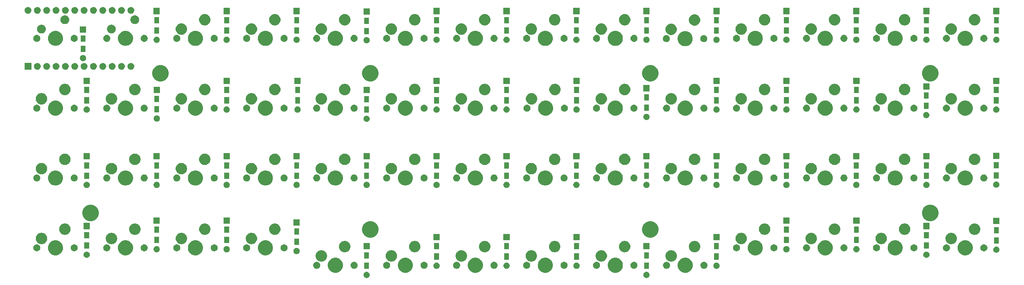
<source format=gts>
G04 #@! TF.GenerationSoftware,KiCad,Pcbnew,(5.0.2-4-g3082e92af)*
G04 #@! TF.CreationDate,2019-03-04T22:38:37+01:00*
G04 #@! TF.ProjectId,ortho56,6f727468-6f35-4362-9e6b-696361645f70,rev?*
G04 #@! TF.SameCoordinates,Original*
G04 #@! TF.FileFunction,Soldermask,Top*
G04 #@! TF.FilePolarity,Negative*
%FSLAX46Y46*%
G04 Gerber Fmt 4.6, Leading zero omitted, Abs format (unit mm)*
G04 Created by KiCad (PCBNEW (5.0.2-4-g3082e92af)) date 2019 March 04, Monday 22:38:37*
%MOMM*%
%LPD*%
G01*
G04 APERTURE LIST*
%ADD10C,0.100000*%
G04 APERTURE END LIST*
D10*
G36*
X186050851Y-93822606D02*
X186205723Y-93886756D01*
X186345104Y-93979888D01*
X186463638Y-94098422D01*
X186556770Y-94237803D01*
X186620920Y-94392675D01*
X186653623Y-94557087D01*
X186653623Y-94724719D01*
X186620920Y-94889131D01*
X186556770Y-95044003D01*
X186463638Y-95183384D01*
X186345104Y-95301918D01*
X186205723Y-95395050D01*
X186050851Y-95459200D01*
X185886439Y-95491903D01*
X185718807Y-95491903D01*
X185554395Y-95459200D01*
X185399523Y-95395050D01*
X185260142Y-95301918D01*
X185141608Y-95183384D01*
X185048476Y-95044003D01*
X184984326Y-94889131D01*
X184951623Y-94724719D01*
X184951623Y-94557087D01*
X184984326Y-94392675D01*
X185048476Y-94237803D01*
X185141608Y-94098422D01*
X185260142Y-93979888D01*
X185399523Y-93886756D01*
X185554395Y-93822606D01*
X185718807Y-93789903D01*
X185886439Y-93789903D01*
X186050851Y-93822606D01*
X186050851Y-93822606D01*
G37*
G36*
X110050851Y-93822606D02*
X110205723Y-93886756D01*
X110345104Y-93979888D01*
X110463638Y-94098422D01*
X110556770Y-94237803D01*
X110620920Y-94392675D01*
X110653623Y-94557087D01*
X110653623Y-94724719D01*
X110620920Y-94889131D01*
X110556770Y-95044003D01*
X110463638Y-95183384D01*
X110345104Y-95301918D01*
X110205723Y-95395050D01*
X110050851Y-95459200D01*
X109886439Y-95491903D01*
X109718807Y-95491903D01*
X109554395Y-95459200D01*
X109399523Y-95395050D01*
X109260142Y-95301918D01*
X109141608Y-95183384D01*
X109048476Y-95044003D01*
X108984326Y-94889131D01*
X108951623Y-94724719D01*
X108951623Y-94557087D01*
X108984326Y-94392675D01*
X109048476Y-94237803D01*
X109141608Y-94098422D01*
X109260142Y-93979888D01*
X109399523Y-93886756D01*
X109554395Y-93822606D01*
X109718807Y-93789903D01*
X109886439Y-93789903D01*
X110050851Y-93822606D01*
X110050851Y-93822606D01*
G37*
G36*
X196930752Y-90049068D02*
X196930754Y-90049069D01*
X196930755Y-90049069D01*
X197304013Y-90203677D01*
X197635405Y-90425107D01*
X197639939Y-90428136D01*
X197925614Y-90713811D01*
X197925616Y-90713814D01*
X198150073Y-91049737D01*
X198301379Y-91415023D01*
X198304682Y-91422998D01*
X198383500Y-91819243D01*
X198383500Y-92223257D01*
X198319700Y-92544003D01*
X198304681Y-92619505D01*
X198150073Y-92992763D01*
X198150072Y-92992764D01*
X197925614Y-93328689D01*
X197639939Y-93614364D01*
X197639936Y-93614366D01*
X197304013Y-93838823D01*
X196930755Y-93993431D01*
X196930754Y-93993431D01*
X196930752Y-93993432D01*
X196534507Y-94072250D01*
X196130493Y-94072250D01*
X195734248Y-93993432D01*
X195734246Y-93993431D01*
X195734245Y-93993431D01*
X195360987Y-93838823D01*
X195025064Y-93614366D01*
X195025061Y-93614364D01*
X194739386Y-93328689D01*
X194514928Y-92992764D01*
X194514927Y-92992763D01*
X194360319Y-92619505D01*
X194345301Y-92544003D01*
X194281500Y-92223257D01*
X194281500Y-91819243D01*
X194360318Y-91422998D01*
X194363621Y-91415023D01*
X194514927Y-91049737D01*
X194739384Y-90713814D01*
X194739386Y-90713811D01*
X195025061Y-90428136D01*
X195029595Y-90425107D01*
X195360987Y-90203677D01*
X195734245Y-90049069D01*
X195734246Y-90049069D01*
X195734248Y-90049068D01*
X196130493Y-89970250D01*
X196534507Y-89970250D01*
X196930752Y-90049068D01*
X196930752Y-90049068D01*
G37*
G36*
X177930752Y-90049068D02*
X177930754Y-90049069D01*
X177930755Y-90049069D01*
X178304013Y-90203677D01*
X178635405Y-90425107D01*
X178639939Y-90428136D01*
X178925614Y-90713811D01*
X178925616Y-90713814D01*
X179150073Y-91049737D01*
X179301379Y-91415023D01*
X179304682Y-91422998D01*
X179383500Y-91819243D01*
X179383500Y-92223257D01*
X179319700Y-92544003D01*
X179304681Y-92619505D01*
X179150073Y-92992763D01*
X179150072Y-92992764D01*
X178925614Y-93328689D01*
X178639939Y-93614364D01*
X178639936Y-93614366D01*
X178304013Y-93838823D01*
X177930755Y-93993431D01*
X177930754Y-93993431D01*
X177930752Y-93993432D01*
X177534507Y-94072250D01*
X177130493Y-94072250D01*
X176734248Y-93993432D01*
X176734246Y-93993431D01*
X176734245Y-93993431D01*
X176360987Y-93838823D01*
X176025064Y-93614366D01*
X176025061Y-93614364D01*
X175739386Y-93328689D01*
X175514928Y-92992764D01*
X175514927Y-92992763D01*
X175360319Y-92619505D01*
X175345301Y-92544003D01*
X175281500Y-92223257D01*
X175281500Y-91819243D01*
X175360318Y-91422998D01*
X175363621Y-91415023D01*
X175514927Y-91049737D01*
X175739384Y-90713814D01*
X175739386Y-90713811D01*
X176025061Y-90428136D01*
X176029595Y-90425107D01*
X176360987Y-90203677D01*
X176734245Y-90049069D01*
X176734246Y-90049069D01*
X176734248Y-90049068D01*
X177130493Y-89970250D01*
X177534507Y-89970250D01*
X177930752Y-90049068D01*
X177930752Y-90049068D01*
G37*
G36*
X158930752Y-90049068D02*
X158930754Y-90049069D01*
X158930755Y-90049069D01*
X159304013Y-90203677D01*
X159635405Y-90425107D01*
X159639939Y-90428136D01*
X159925614Y-90713811D01*
X159925616Y-90713814D01*
X160150073Y-91049737D01*
X160301379Y-91415023D01*
X160304682Y-91422998D01*
X160383500Y-91819243D01*
X160383500Y-92223257D01*
X160319700Y-92544003D01*
X160304681Y-92619505D01*
X160150073Y-92992763D01*
X160150072Y-92992764D01*
X159925614Y-93328689D01*
X159639939Y-93614364D01*
X159639936Y-93614366D01*
X159304013Y-93838823D01*
X158930755Y-93993431D01*
X158930754Y-93993431D01*
X158930752Y-93993432D01*
X158534507Y-94072250D01*
X158130493Y-94072250D01*
X157734248Y-93993432D01*
X157734246Y-93993431D01*
X157734245Y-93993431D01*
X157360987Y-93838823D01*
X157025064Y-93614366D01*
X157025061Y-93614364D01*
X156739386Y-93328689D01*
X156514928Y-92992764D01*
X156514927Y-92992763D01*
X156360319Y-92619505D01*
X156345301Y-92544003D01*
X156281500Y-92223257D01*
X156281500Y-91819243D01*
X156360318Y-91422998D01*
X156363621Y-91415023D01*
X156514927Y-91049737D01*
X156739384Y-90713814D01*
X156739386Y-90713811D01*
X157025061Y-90428136D01*
X157029595Y-90425107D01*
X157360987Y-90203677D01*
X157734245Y-90049069D01*
X157734246Y-90049069D01*
X157734248Y-90049068D01*
X158130493Y-89970250D01*
X158534507Y-89970250D01*
X158930752Y-90049068D01*
X158930752Y-90049068D01*
G37*
G36*
X139930752Y-90049068D02*
X139930754Y-90049069D01*
X139930755Y-90049069D01*
X140304013Y-90203677D01*
X140635405Y-90425107D01*
X140639939Y-90428136D01*
X140925614Y-90713811D01*
X140925616Y-90713814D01*
X141150073Y-91049737D01*
X141301379Y-91415023D01*
X141304682Y-91422998D01*
X141383500Y-91819243D01*
X141383500Y-92223257D01*
X141319700Y-92544003D01*
X141304681Y-92619505D01*
X141150073Y-92992763D01*
X141150072Y-92992764D01*
X140925614Y-93328689D01*
X140639939Y-93614364D01*
X140639936Y-93614366D01*
X140304013Y-93838823D01*
X139930755Y-93993431D01*
X139930754Y-93993431D01*
X139930752Y-93993432D01*
X139534507Y-94072250D01*
X139130493Y-94072250D01*
X138734248Y-93993432D01*
X138734246Y-93993431D01*
X138734245Y-93993431D01*
X138360987Y-93838823D01*
X138025064Y-93614366D01*
X138025061Y-93614364D01*
X137739386Y-93328689D01*
X137514928Y-92992764D01*
X137514927Y-92992763D01*
X137360319Y-92619505D01*
X137345301Y-92544003D01*
X137281500Y-92223257D01*
X137281500Y-91819243D01*
X137360318Y-91422998D01*
X137363621Y-91415023D01*
X137514927Y-91049737D01*
X137739384Y-90713814D01*
X137739386Y-90713811D01*
X138025061Y-90428136D01*
X138029595Y-90425107D01*
X138360987Y-90203677D01*
X138734245Y-90049069D01*
X138734246Y-90049069D01*
X138734248Y-90049068D01*
X139130493Y-89970250D01*
X139534507Y-89970250D01*
X139930752Y-90049068D01*
X139930752Y-90049068D01*
G37*
G36*
X120930752Y-90049068D02*
X120930754Y-90049069D01*
X120930755Y-90049069D01*
X121304013Y-90203677D01*
X121635405Y-90425107D01*
X121639939Y-90428136D01*
X121925614Y-90713811D01*
X121925616Y-90713814D01*
X122150073Y-91049737D01*
X122301379Y-91415023D01*
X122304682Y-91422998D01*
X122383500Y-91819243D01*
X122383500Y-92223257D01*
X122319700Y-92544003D01*
X122304681Y-92619505D01*
X122150073Y-92992763D01*
X122150072Y-92992764D01*
X121925614Y-93328689D01*
X121639939Y-93614364D01*
X121639936Y-93614366D01*
X121304013Y-93838823D01*
X120930755Y-93993431D01*
X120930754Y-93993431D01*
X120930752Y-93993432D01*
X120534507Y-94072250D01*
X120130493Y-94072250D01*
X119734248Y-93993432D01*
X119734246Y-93993431D01*
X119734245Y-93993431D01*
X119360987Y-93838823D01*
X119025064Y-93614366D01*
X119025061Y-93614364D01*
X118739386Y-93328689D01*
X118514928Y-92992764D01*
X118514927Y-92992763D01*
X118360319Y-92619505D01*
X118345301Y-92544003D01*
X118281500Y-92223257D01*
X118281500Y-91819243D01*
X118360318Y-91422998D01*
X118363621Y-91415023D01*
X118514927Y-91049737D01*
X118739384Y-90713814D01*
X118739386Y-90713811D01*
X119025061Y-90428136D01*
X119029595Y-90425107D01*
X119360987Y-90203677D01*
X119734245Y-90049069D01*
X119734246Y-90049069D01*
X119734248Y-90049068D01*
X120130493Y-89970250D01*
X120534507Y-89970250D01*
X120930752Y-90049068D01*
X120930752Y-90049068D01*
G37*
G36*
X101930752Y-90049068D02*
X101930754Y-90049069D01*
X101930755Y-90049069D01*
X102304013Y-90203677D01*
X102635405Y-90425107D01*
X102639939Y-90428136D01*
X102925614Y-90713811D01*
X102925616Y-90713814D01*
X103150073Y-91049737D01*
X103301379Y-91415023D01*
X103304682Y-91422998D01*
X103383500Y-91819243D01*
X103383500Y-92223257D01*
X103319700Y-92544003D01*
X103304681Y-92619505D01*
X103150073Y-92992763D01*
X103150072Y-92992764D01*
X102925614Y-93328689D01*
X102639939Y-93614364D01*
X102639936Y-93614366D01*
X102304013Y-93838823D01*
X101930755Y-93993431D01*
X101930754Y-93993431D01*
X101930752Y-93993432D01*
X101534507Y-94072250D01*
X101130493Y-94072250D01*
X100734248Y-93993432D01*
X100734246Y-93993431D01*
X100734245Y-93993431D01*
X100360987Y-93838823D01*
X100025064Y-93614366D01*
X100025061Y-93614364D01*
X99739386Y-93328689D01*
X99514928Y-92992764D01*
X99514927Y-92992763D01*
X99360319Y-92619505D01*
X99345301Y-92544003D01*
X99281500Y-92223257D01*
X99281500Y-91819243D01*
X99360318Y-91422998D01*
X99363621Y-91415023D01*
X99514927Y-91049737D01*
X99739384Y-90713814D01*
X99739386Y-90713811D01*
X100025061Y-90428136D01*
X100029595Y-90425107D01*
X100360987Y-90203677D01*
X100734245Y-90049069D01*
X100734246Y-90049069D01*
X100734248Y-90049068D01*
X101130493Y-89970250D01*
X101534507Y-89970250D01*
X101930752Y-90049068D01*
X101930752Y-90049068D01*
G37*
G36*
X167050851Y-91322606D02*
X167205723Y-91386756D01*
X167345104Y-91479888D01*
X167463638Y-91598422D01*
X167556770Y-91737803D01*
X167620920Y-91892675D01*
X167653623Y-92057087D01*
X167653623Y-92224719D01*
X167620920Y-92389131D01*
X167556770Y-92544003D01*
X167463638Y-92683384D01*
X167345104Y-92801918D01*
X167205723Y-92895050D01*
X167050851Y-92959200D01*
X166886439Y-92991903D01*
X166718807Y-92991903D01*
X166554395Y-92959200D01*
X166399523Y-92895050D01*
X166260142Y-92801918D01*
X166141608Y-92683384D01*
X166048476Y-92544003D01*
X165984326Y-92389131D01*
X165951623Y-92224719D01*
X165951623Y-92057087D01*
X165984326Y-91892675D01*
X166048476Y-91737803D01*
X166141608Y-91598422D01*
X166260142Y-91479888D01*
X166399523Y-91386756D01*
X166554395Y-91322606D01*
X166718807Y-91289903D01*
X166886439Y-91289903D01*
X167050851Y-91322606D01*
X167050851Y-91322606D01*
G37*
G36*
X148050851Y-91322606D02*
X148205723Y-91386756D01*
X148345104Y-91479888D01*
X148463638Y-91598422D01*
X148556770Y-91737803D01*
X148620920Y-91892675D01*
X148653623Y-92057087D01*
X148653623Y-92224719D01*
X148620920Y-92389131D01*
X148556770Y-92544003D01*
X148463638Y-92683384D01*
X148345104Y-92801918D01*
X148205723Y-92895050D01*
X148050851Y-92959200D01*
X147886439Y-92991903D01*
X147718807Y-92991903D01*
X147554395Y-92959200D01*
X147399523Y-92895050D01*
X147260142Y-92801918D01*
X147141608Y-92683384D01*
X147048476Y-92544003D01*
X146984326Y-92389131D01*
X146951623Y-92224719D01*
X146951623Y-92057087D01*
X146984326Y-91892675D01*
X147048476Y-91737803D01*
X147141608Y-91598422D01*
X147260142Y-91479888D01*
X147399523Y-91386756D01*
X147554395Y-91322606D01*
X147718807Y-91289903D01*
X147886439Y-91289903D01*
X148050851Y-91322606D01*
X148050851Y-91322606D01*
G37*
G36*
X110453623Y-92991903D02*
X109151623Y-92991903D01*
X109151623Y-91289903D01*
X110453623Y-91289903D01*
X110453623Y-92991903D01*
X110453623Y-92991903D01*
G37*
G36*
X129050851Y-91322606D02*
X129205723Y-91386756D01*
X129345104Y-91479888D01*
X129463638Y-91598422D01*
X129556770Y-91737803D01*
X129620920Y-91892675D01*
X129653623Y-92057087D01*
X129653623Y-92224719D01*
X129620920Y-92389131D01*
X129556770Y-92544003D01*
X129463638Y-92683384D01*
X129345104Y-92801918D01*
X129205723Y-92895050D01*
X129050851Y-92959200D01*
X128886439Y-92991903D01*
X128718807Y-92991903D01*
X128554395Y-92959200D01*
X128399523Y-92895050D01*
X128260142Y-92801918D01*
X128141608Y-92683384D01*
X128048476Y-92544003D01*
X127984326Y-92389131D01*
X127951623Y-92224719D01*
X127951623Y-92057087D01*
X127984326Y-91892675D01*
X128048476Y-91737803D01*
X128141608Y-91598422D01*
X128260142Y-91479888D01*
X128399523Y-91386756D01*
X128554395Y-91322606D01*
X128718807Y-91289903D01*
X128886439Y-91289903D01*
X129050851Y-91322606D01*
X129050851Y-91322606D01*
G37*
G36*
X205050851Y-91322606D02*
X205205723Y-91386756D01*
X205345104Y-91479888D01*
X205463638Y-91598422D01*
X205556770Y-91737803D01*
X205620920Y-91892675D01*
X205653623Y-92057087D01*
X205653623Y-92224719D01*
X205620920Y-92389131D01*
X205556770Y-92544003D01*
X205463638Y-92683384D01*
X205345104Y-92801918D01*
X205205723Y-92895050D01*
X205050851Y-92959200D01*
X204886439Y-92991903D01*
X204718807Y-92991903D01*
X204554395Y-92959200D01*
X204399523Y-92895050D01*
X204260142Y-92801918D01*
X204141608Y-92683384D01*
X204048476Y-92544003D01*
X203984326Y-92389131D01*
X203951623Y-92224719D01*
X203951623Y-92057087D01*
X203984326Y-91892675D01*
X204048476Y-91737803D01*
X204141608Y-91598422D01*
X204260142Y-91479888D01*
X204399523Y-91386756D01*
X204554395Y-91322606D01*
X204718807Y-91289903D01*
X204886439Y-91289903D01*
X205050851Y-91322606D01*
X205050851Y-91322606D01*
G37*
G36*
X186453623Y-92991903D02*
X185151623Y-92991903D01*
X185151623Y-91289903D01*
X186453623Y-91289903D01*
X186453623Y-92991903D01*
X186453623Y-92991903D01*
G37*
G36*
X96529896Y-91106796D02*
X96702966Y-91178484D01*
X96858730Y-91282562D01*
X96991188Y-91415020D01*
X97095266Y-91570784D01*
X97166954Y-91743854D01*
X97203500Y-91927583D01*
X97203500Y-92114917D01*
X97166954Y-92298646D01*
X97095266Y-92471716D01*
X96991188Y-92627480D01*
X96858730Y-92759938D01*
X96702966Y-92864016D01*
X96529896Y-92935704D01*
X96346167Y-92972250D01*
X96158833Y-92972250D01*
X95975104Y-92935704D01*
X95802034Y-92864016D01*
X95646270Y-92759938D01*
X95513812Y-92627480D01*
X95409734Y-92471716D01*
X95338046Y-92298646D01*
X95301500Y-92114917D01*
X95301500Y-91927583D01*
X95338046Y-91743854D01*
X95409734Y-91570784D01*
X95513812Y-91415020D01*
X95646270Y-91282562D01*
X95802034Y-91178484D01*
X95975104Y-91106796D01*
X96158833Y-91070250D01*
X96346167Y-91070250D01*
X96529896Y-91106796D01*
X96529896Y-91106796D01*
G37*
G36*
X106689896Y-91106796D02*
X106862966Y-91178484D01*
X107018730Y-91282562D01*
X107151188Y-91415020D01*
X107255266Y-91570784D01*
X107326954Y-91743854D01*
X107363500Y-91927583D01*
X107363500Y-92114917D01*
X107326954Y-92298646D01*
X107255266Y-92471716D01*
X107151188Y-92627480D01*
X107018730Y-92759938D01*
X106862966Y-92864016D01*
X106689896Y-92935704D01*
X106506167Y-92972250D01*
X106318833Y-92972250D01*
X106135104Y-92935704D01*
X105962034Y-92864016D01*
X105806270Y-92759938D01*
X105673812Y-92627480D01*
X105569734Y-92471716D01*
X105498046Y-92298646D01*
X105461500Y-92114917D01*
X105461500Y-91927583D01*
X105498046Y-91743854D01*
X105569734Y-91570784D01*
X105673812Y-91415020D01*
X105806270Y-91282562D01*
X105962034Y-91178484D01*
X106135104Y-91106796D01*
X106318833Y-91070250D01*
X106506167Y-91070250D01*
X106689896Y-91106796D01*
X106689896Y-91106796D01*
G37*
G36*
X182689896Y-91106796D02*
X182862966Y-91178484D01*
X183018730Y-91282562D01*
X183151188Y-91415020D01*
X183255266Y-91570784D01*
X183326954Y-91743854D01*
X183363500Y-91927583D01*
X183363500Y-92114917D01*
X183326954Y-92298646D01*
X183255266Y-92471716D01*
X183151188Y-92627480D01*
X183018730Y-92759938D01*
X182862966Y-92864016D01*
X182689896Y-92935704D01*
X182506167Y-92972250D01*
X182318833Y-92972250D01*
X182135104Y-92935704D01*
X181962034Y-92864016D01*
X181806270Y-92759938D01*
X181673812Y-92627480D01*
X181569734Y-92471716D01*
X181498046Y-92298646D01*
X181461500Y-92114917D01*
X181461500Y-91927583D01*
X181498046Y-91743854D01*
X181569734Y-91570784D01*
X181673812Y-91415020D01*
X181806270Y-91282562D01*
X181962034Y-91178484D01*
X182135104Y-91106796D01*
X182318833Y-91070250D01*
X182506167Y-91070250D01*
X182689896Y-91106796D01*
X182689896Y-91106796D01*
G37*
G36*
X191529896Y-91106796D02*
X191702966Y-91178484D01*
X191858730Y-91282562D01*
X191991188Y-91415020D01*
X192095266Y-91570784D01*
X192166954Y-91743854D01*
X192203500Y-91927583D01*
X192203500Y-92114917D01*
X192166954Y-92298646D01*
X192095266Y-92471716D01*
X191991188Y-92627480D01*
X191858730Y-92759938D01*
X191702966Y-92864016D01*
X191529896Y-92935704D01*
X191346167Y-92972250D01*
X191158833Y-92972250D01*
X190975104Y-92935704D01*
X190802034Y-92864016D01*
X190646270Y-92759938D01*
X190513812Y-92627480D01*
X190409734Y-92471716D01*
X190338046Y-92298646D01*
X190301500Y-92114917D01*
X190301500Y-91927583D01*
X190338046Y-91743854D01*
X190409734Y-91570784D01*
X190513812Y-91415020D01*
X190646270Y-91282562D01*
X190802034Y-91178484D01*
X190975104Y-91106796D01*
X191158833Y-91070250D01*
X191346167Y-91070250D01*
X191529896Y-91106796D01*
X191529896Y-91106796D01*
G37*
G36*
X172529896Y-91106796D02*
X172702966Y-91178484D01*
X172858730Y-91282562D01*
X172991188Y-91415020D01*
X173095266Y-91570784D01*
X173166954Y-91743854D01*
X173203500Y-91927583D01*
X173203500Y-92114917D01*
X173166954Y-92298646D01*
X173095266Y-92471716D01*
X172991188Y-92627480D01*
X172858730Y-92759938D01*
X172702966Y-92864016D01*
X172529896Y-92935704D01*
X172346167Y-92972250D01*
X172158833Y-92972250D01*
X171975104Y-92935704D01*
X171802034Y-92864016D01*
X171646270Y-92759938D01*
X171513812Y-92627480D01*
X171409734Y-92471716D01*
X171338046Y-92298646D01*
X171301500Y-92114917D01*
X171301500Y-91927583D01*
X171338046Y-91743854D01*
X171409734Y-91570784D01*
X171513812Y-91415020D01*
X171646270Y-91282562D01*
X171802034Y-91178484D01*
X171975104Y-91106796D01*
X172158833Y-91070250D01*
X172346167Y-91070250D01*
X172529896Y-91106796D01*
X172529896Y-91106796D01*
G37*
G36*
X125689896Y-91106796D02*
X125862966Y-91178484D01*
X126018730Y-91282562D01*
X126151188Y-91415020D01*
X126255266Y-91570784D01*
X126326954Y-91743854D01*
X126363500Y-91927583D01*
X126363500Y-92114917D01*
X126326954Y-92298646D01*
X126255266Y-92471716D01*
X126151188Y-92627480D01*
X126018730Y-92759938D01*
X125862966Y-92864016D01*
X125689896Y-92935704D01*
X125506167Y-92972250D01*
X125318833Y-92972250D01*
X125135104Y-92935704D01*
X124962034Y-92864016D01*
X124806270Y-92759938D01*
X124673812Y-92627480D01*
X124569734Y-92471716D01*
X124498046Y-92298646D01*
X124461500Y-92114917D01*
X124461500Y-91927583D01*
X124498046Y-91743854D01*
X124569734Y-91570784D01*
X124673812Y-91415020D01*
X124806270Y-91282562D01*
X124962034Y-91178484D01*
X125135104Y-91106796D01*
X125318833Y-91070250D01*
X125506167Y-91070250D01*
X125689896Y-91106796D01*
X125689896Y-91106796D01*
G37*
G36*
X201689896Y-91106796D02*
X201862966Y-91178484D01*
X202018730Y-91282562D01*
X202151188Y-91415020D01*
X202255266Y-91570784D01*
X202326954Y-91743854D01*
X202363500Y-91927583D01*
X202363500Y-92114917D01*
X202326954Y-92298646D01*
X202255266Y-92471716D01*
X202151188Y-92627480D01*
X202018730Y-92759938D01*
X201862966Y-92864016D01*
X201689896Y-92935704D01*
X201506167Y-92972250D01*
X201318833Y-92972250D01*
X201135104Y-92935704D01*
X200962034Y-92864016D01*
X200806270Y-92759938D01*
X200673812Y-92627480D01*
X200569734Y-92471716D01*
X200498046Y-92298646D01*
X200461500Y-92114917D01*
X200461500Y-91927583D01*
X200498046Y-91743854D01*
X200569734Y-91570784D01*
X200673812Y-91415020D01*
X200806270Y-91282562D01*
X200962034Y-91178484D01*
X201135104Y-91106796D01*
X201318833Y-91070250D01*
X201506167Y-91070250D01*
X201689896Y-91106796D01*
X201689896Y-91106796D01*
G37*
G36*
X115529896Y-91106796D02*
X115702966Y-91178484D01*
X115858730Y-91282562D01*
X115991188Y-91415020D01*
X116095266Y-91570784D01*
X116166954Y-91743854D01*
X116203500Y-91927583D01*
X116203500Y-92114917D01*
X116166954Y-92298646D01*
X116095266Y-92471716D01*
X115991188Y-92627480D01*
X115858730Y-92759938D01*
X115702966Y-92864016D01*
X115529896Y-92935704D01*
X115346167Y-92972250D01*
X115158833Y-92972250D01*
X114975104Y-92935704D01*
X114802034Y-92864016D01*
X114646270Y-92759938D01*
X114513812Y-92627480D01*
X114409734Y-92471716D01*
X114338046Y-92298646D01*
X114301500Y-92114917D01*
X114301500Y-91927583D01*
X114338046Y-91743854D01*
X114409734Y-91570784D01*
X114513812Y-91415020D01*
X114646270Y-91282562D01*
X114802034Y-91178484D01*
X114975104Y-91106796D01*
X115158833Y-91070250D01*
X115346167Y-91070250D01*
X115529896Y-91106796D01*
X115529896Y-91106796D01*
G37*
G36*
X163689896Y-91106796D02*
X163862966Y-91178484D01*
X164018730Y-91282562D01*
X164151188Y-91415020D01*
X164255266Y-91570784D01*
X164326954Y-91743854D01*
X164363500Y-91927583D01*
X164363500Y-92114917D01*
X164326954Y-92298646D01*
X164255266Y-92471716D01*
X164151188Y-92627480D01*
X164018730Y-92759938D01*
X163862966Y-92864016D01*
X163689896Y-92935704D01*
X163506167Y-92972250D01*
X163318833Y-92972250D01*
X163135104Y-92935704D01*
X162962034Y-92864016D01*
X162806270Y-92759938D01*
X162673812Y-92627480D01*
X162569734Y-92471716D01*
X162498046Y-92298646D01*
X162461500Y-92114917D01*
X162461500Y-91927583D01*
X162498046Y-91743854D01*
X162569734Y-91570784D01*
X162673812Y-91415020D01*
X162806270Y-91282562D01*
X162962034Y-91178484D01*
X163135104Y-91106796D01*
X163318833Y-91070250D01*
X163506167Y-91070250D01*
X163689896Y-91106796D01*
X163689896Y-91106796D01*
G37*
G36*
X153529896Y-91106796D02*
X153702966Y-91178484D01*
X153858730Y-91282562D01*
X153991188Y-91415020D01*
X154095266Y-91570784D01*
X154166954Y-91743854D01*
X154203500Y-91927583D01*
X154203500Y-92114917D01*
X154166954Y-92298646D01*
X154095266Y-92471716D01*
X153991188Y-92627480D01*
X153858730Y-92759938D01*
X153702966Y-92864016D01*
X153529896Y-92935704D01*
X153346167Y-92972250D01*
X153158833Y-92972250D01*
X152975104Y-92935704D01*
X152802034Y-92864016D01*
X152646270Y-92759938D01*
X152513812Y-92627480D01*
X152409734Y-92471716D01*
X152338046Y-92298646D01*
X152301500Y-92114917D01*
X152301500Y-91927583D01*
X152338046Y-91743854D01*
X152409734Y-91570784D01*
X152513812Y-91415020D01*
X152646270Y-91282562D01*
X152802034Y-91178484D01*
X152975104Y-91106796D01*
X153158833Y-91070250D01*
X153346167Y-91070250D01*
X153529896Y-91106796D01*
X153529896Y-91106796D01*
G37*
G36*
X134529896Y-91106796D02*
X134702966Y-91178484D01*
X134858730Y-91282562D01*
X134991188Y-91415020D01*
X135095266Y-91570784D01*
X135166954Y-91743854D01*
X135203500Y-91927583D01*
X135203500Y-92114917D01*
X135166954Y-92298646D01*
X135095266Y-92471716D01*
X134991188Y-92627480D01*
X134858730Y-92759938D01*
X134702966Y-92864016D01*
X134529896Y-92935704D01*
X134346167Y-92972250D01*
X134158833Y-92972250D01*
X133975104Y-92935704D01*
X133802034Y-92864016D01*
X133646270Y-92759938D01*
X133513812Y-92627480D01*
X133409734Y-92471716D01*
X133338046Y-92298646D01*
X133301500Y-92114917D01*
X133301500Y-91927583D01*
X133338046Y-91743854D01*
X133409734Y-91570784D01*
X133513812Y-91415020D01*
X133646270Y-91282562D01*
X133802034Y-91178484D01*
X133975104Y-91106796D01*
X134158833Y-91070250D01*
X134346167Y-91070250D01*
X134529896Y-91106796D01*
X134529896Y-91106796D01*
G37*
G36*
X144689896Y-91106796D02*
X144862966Y-91178484D01*
X145018730Y-91282562D01*
X145151188Y-91415020D01*
X145255266Y-91570784D01*
X145326954Y-91743854D01*
X145363500Y-91927583D01*
X145363500Y-92114917D01*
X145326954Y-92298646D01*
X145255266Y-92471716D01*
X145151188Y-92627480D01*
X145018730Y-92759938D01*
X144862966Y-92864016D01*
X144689896Y-92935704D01*
X144506167Y-92972250D01*
X144318833Y-92972250D01*
X144135104Y-92935704D01*
X143962034Y-92864016D01*
X143806270Y-92759938D01*
X143673812Y-92627480D01*
X143569734Y-92471716D01*
X143498046Y-92298646D01*
X143461500Y-92114917D01*
X143461500Y-91927583D01*
X143498046Y-91743854D01*
X143569734Y-91570784D01*
X143673812Y-91415020D01*
X143806270Y-91282562D01*
X143962034Y-91178484D01*
X144135104Y-91106796D01*
X144318833Y-91070250D01*
X144506167Y-91070250D01*
X144689896Y-91106796D01*
X144689896Y-91106796D01*
G37*
G36*
X135875027Y-87969986D02*
X135974910Y-87989854D01*
X136257174Y-88106771D01*
X136511205Y-88276509D01*
X136727241Y-88492545D01*
X136896979Y-88746576D01*
X137013896Y-89028840D01*
X137073500Y-89328490D01*
X137073500Y-89634010D01*
X137013896Y-89933660D01*
X136896979Y-90215924D01*
X136727241Y-90469955D01*
X136511205Y-90685991D01*
X136257174Y-90855729D01*
X135974910Y-90972646D01*
X135875027Y-90992514D01*
X135675262Y-91032250D01*
X135369738Y-91032250D01*
X135169973Y-90992514D01*
X135070090Y-90972646D01*
X134787826Y-90855729D01*
X134533795Y-90685991D01*
X134317759Y-90469955D01*
X134148021Y-90215924D01*
X134031104Y-89933660D01*
X133971500Y-89634010D01*
X133971500Y-89328490D01*
X134031104Y-89028840D01*
X134148021Y-88746576D01*
X134317759Y-88492545D01*
X134533795Y-88276509D01*
X134787826Y-88106771D01*
X135070090Y-87989854D01*
X135169973Y-87969986D01*
X135369738Y-87930250D01*
X135675262Y-87930250D01*
X135875027Y-87969986D01*
X135875027Y-87969986D01*
G37*
G36*
X154875027Y-87969986D02*
X154974910Y-87989854D01*
X155257174Y-88106771D01*
X155511205Y-88276509D01*
X155727241Y-88492545D01*
X155896979Y-88746576D01*
X156013896Y-89028840D01*
X156073500Y-89328490D01*
X156073500Y-89634010D01*
X156013896Y-89933660D01*
X155896979Y-90215924D01*
X155727241Y-90469955D01*
X155511205Y-90685991D01*
X155257174Y-90855729D01*
X154974910Y-90972646D01*
X154875027Y-90992514D01*
X154675262Y-91032250D01*
X154369738Y-91032250D01*
X154169973Y-90992514D01*
X154070090Y-90972646D01*
X153787826Y-90855729D01*
X153533795Y-90685991D01*
X153317759Y-90469955D01*
X153148021Y-90215924D01*
X153031104Y-89933660D01*
X152971500Y-89634010D01*
X152971500Y-89328490D01*
X153031104Y-89028840D01*
X153148021Y-88746576D01*
X153317759Y-88492545D01*
X153533795Y-88276509D01*
X153787826Y-88106771D01*
X154070090Y-87989854D01*
X154169973Y-87969986D01*
X154369738Y-87930250D01*
X154675262Y-87930250D01*
X154875027Y-87969986D01*
X154875027Y-87969986D01*
G37*
G36*
X173875027Y-87969986D02*
X173974910Y-87989854D01*
X174257174Y-88106771D01*
X174511205Y-88276509D01*
X174727241Y-88492545D01*
X174896979Y-88746576D01*
X175013896Y-89028840D01*
X175073500Y-89328490D01*
X175073500Y-89634010D01*
X175013896Y-89933660D01*
X174896979Y-90215924D01*
X174727241Y-90469955D01*
X174511205Y-90685991D01*
X174257174Y-90855729D01*
X173974910Y-90972646D01*
X173875027Y-90992514D01*
X173675262Y-91032250D01*
X173369738Y-91032250D01*
X173169973Y-90992514D01*
X173070090Y-90972646D01*
X172787826Y-90855729D01*
X172533795Y-90685991D01*
X172317759Y-90469955D01*
X172148021Y-90215924D01*
X172031104Y-89933660D01*
X171971500Y-89634010D01*
X171971500Y-89328490D01*
X172031104Y-89028840D01*
X172148021Y-88746576D01*
X172317759Y-88492545D01*
X172533795Y-88276509D01*
X172787826Y-88106771D01*
X173070090Y-87989854D01*
X173169973Y-87969986D01*
X173369738Y-87930250D01*
X173675262Y-87930250D01*
X173875027Y-87969986D01*
X173875027Y-87969986D01*
G37*
G36*
X97875027Y-87969986D02*
X97974910Y-87989854D01*
X98257174Y-88106771D01*
X98511205Y-88276509D01*
X98727241Y-88492545D01*
X98896979Y-88746576D01*
X99013896Y-89028840D01*
X99073500Y-89328490D01*
X99073500Y-89634010D01*
X99013896Y-89933660D01*
X98896979Y-90215924D01*
X98727241Y-90469955D01*
X98511205Y-90685991D01*
X98257174Y-90855729D01*
X97974910Y-90972646D01*
X97875027Y-90992514D01*
X97675262Y-91032250D01*
X97369738Y-91032250D01*
X97169973Y-90992514D01*
X97070090Y-90972646D01*
X96787826Y-90855729D01*
X96533795Y-90685991D01*
X96317759Y-90469955D01*
X96148021Y-90215924D01*
X96031104Y-89933660D01*
X95971500Y-89634010D01*
X95971500Y-89328490D01*
X96031104Y-89028840D01*
X96148021Y-88746576D01*
X96317759Y-88492545D01*
X96533795Y-88276509D01*
X96787826Y-88106771D01*
X97070090Y-87989854D01*
X97169973Y-87969986D01*
X97369738Y-87930250D01*
X97675262Y-87930250D01*
X97875027Y-87969986D01*
X97875027Y-87969986D01*
G37*
G36*
X116875027Y-87969986D02*
X116974910Y-87989854D01*
X117257174Y-88106771D01*
X117511205Y-88276509D01*
X117727241Y-88492545D01*
X117896979Y-88746576D01*
X118013896Y-89028840D01*
X118073500Y-89328490D01*
X118073500Y-89634010D01*
X118013896Y-89933660D01*
X117896979Y-90215924D01*
X117727241Y-90469955D01*
X117511205Y-90685991D01*
X117257174Y-90855729D01*
X116974910Y-90972646D01*
X116875027Y-90992514D01*
X116675262Y-91032250D01*
X116369738Y-91032250D01*
X116169973Y-90992514D01*
X116070090Y-90972646D01*
X115787826Y-90855729D01*
X115533795Y-90685991D01*
X115317759Y-90469955D01*
X115148021Y-90215924D01*
X115031104Y-89933660D01*
X114971500Y-89634010D01*
X114971500Y-89328490D01*
X115031104Y-89028840D01*
X115148021Y-88746576D01*
X115317759Y-88492545D01*
X115533795Y-88276509D01*
X115787826Y-88106771D01*
X116070090Y-87989854D01*
X116169973Y-87969986D01*
X116369738Y-87930250D01*
X116675262Y-87930250D01*
X116875027Y-87969986D01*
X116875027Y-87969986D01*
G37*
G36*
X192875027Y-87969986D02*
X192974910Y-87989854D01*
X193257174Y-88106771D01*
X193511205Y-88276509D01*
X193727241Y-88492545D01*
X193896979Y-88746576D01*
X194013896Y-89028840D01*
X194073500Y-89328490D01*
X194073500Y-89634010D01*
X194013896Y-89933660D01*
X193896979Y-90215924D01*
X193727241Y-90469955D01*
X193511205Y-90685991D01*
X193257174Y-90855729D01*
X192974910Y-90972646D01*
X192875027Y-90992514D01*
X192675262Y-91032250D01*
X192369738Y-91032250D01*
X192169973Y-90992514D01*
X192070090Y-90972646D01*
X191787826Y-90855729D01*
X191533795Y-90685991D01*
X191317759Y-90469955D01*
X191148021Y-90215924D01*
X191031104Y-89933660D01*
X190971500Y-89634010D01*
X190971500Y-89328490D01*
X191031104Y-89028840D01*
X191148021Y-88746576D01*
X191317759Y-88492545D01*
X191533795Y-88276509D01*
X191787826Y-88106771D01*
X192070090Y-87989854D01*
X192169973Y-87969986D01*
X192369738Y-87930250D01*
X192675262Y-87930250D01*
X192875027Y-87969986D01*
X192875027Y-87969986D01*
G37*
G36*
X167453623Y-90491903D02*
X166151623Y-90491903D01*
X166151623Y-88789903D01*
X167453623Y-88789903D01*
X167453623Y-90491903D01*
X167453623Y-90491903D01*
G37*
G36*
X148453623Y-90491903D02*
X147151623Y-90491903D01*
X147151623Y-88789903D01*
X148453623Y-88789903D01*
X148453623Y-90491903D01*
X148453623Y-90491903D01*
G37*
G36*
X129453623Y-90491903D02*
X128151623Y-90491903D01*
X128151623Y-88789903D01*
X129453623Y-88789903D01*
X129453623Y-90491903D01*
X129453623Y-90491903D01*
G37*
G36*
X205453623Y-90491903D02*
X204151623Y-90491903D01*
X204151623Y-88789903D01*
X205453623Y-88789903D01*
X205453623Y-90491903D01*
X205453623Y-90491903D01*
G37*
G36*
X110453623Y-90191903D02*
X109151623Y-90191903D01*
X109151623Y-88489903D01*
X110453623Y-88489903D01*
X110453623Y-90191903D01*
X110453623Y-90191903D01*
G37*
G36*
X186453623Y-90191903D02*
X185151623Y-90191903D01*
X185151623Y-88489903D01*
X186453623Y-88489903D01*
X186453623Y-90191903D01*
X186453623Y-90191903D01*
G37*
G36*
X34050851Y-88322606D02*
X34205723Y-88386756D01*
X34345104Y-88479888D01*
X34463638Y-88598422D01*
X34556770Y-88737803D01*
X34620920Y-88892675D01*
X34653623Y-89057087D01*
X34653623Y-89224719D01*
X34620920Y-89389131D01*
X34556770Y-89544003D01*
X34463638Y-89683384D01*
X34345104Y-89801918D01*
X34205723Y-89895050D01*
X34050851Y-89959200D01*
X33886439Y-89991903D01*
X33718807Y-89991903D01*
X33554395Y-89959200D01*
X33399523Y-89895050D01*
X33260142Y-89801918D01*
X33141608Y-89683384D01*
X33048476Y-89544003D01*
X32984326Y-89389131D01*
X32951623Y-89224719D01*
X32951623Y-89057087D01*
X32984326Y-88892675D01*
X33048476Y-88737803D01*
X33141608Y-88598422D01*
X33260142Y-88479888D01*
X33399523Y-88386756D01*
X33554395Y-88322606D01*
X33718807Y-88289903D01*
X33886439Y-88289903D01*
X34050851Y-88322606D01*
X34050851Y-88322606D01*
G37*
G36*
X262050851Y-88322606D02*
X262205723Y-88386756D01*
X262345104Y-88479888D01*
X262463638Y-88598422D01*
X262556770Y-88737803D01*
X262620920Y-88892675D01*
X262653623Y-89057087D01*
X262653623Y-89224719D01*
X262620920Y-89389131D01*
X262556770Y-89544003D01*
X262463638Y-89683384D01*
X262345104Y-89801918D01*
X262205723Y-89895050D01*
X262050851Y-89959200D01*
X261886439Y-89991903D01*
X261718807Y-89991903D01*
X261554395Y-89959200D01*
X261399523Y-89895050D01*
X261260142Y-89801918D01*
X261141608Y-89683384D01*
X261048476Y-89544003D01*
X260984326Y-89389131D01*
X260951623Y-89224719D01*
X260951623Y-89057087D01*
X260984326Y-88892675D01*
X261048476Y-88737803D01*
X261141608Y-88598422D01*
X261260142Y-88479888D01*
X261399523Y-88386756D01*
X261554395Y-88322606D01*
X261718807Y-88289903D01*
X261886439Y-88289903D01*
X262050851Y-88322606D01*
X262050851Y-88322606D01*
G37*
G36*
X272930752Y-85299068D02*
X272930754Y-85299069D01*
X272930755Y-85299069D01*
X273304013Y-85453677D01*
X273473270Y-85566771D01*
X273639939Y-85678136D01*
X273925614Y-85963811D01*
X273925616Y-85963814D01*
X274150073Y-86299737D01*
X274301379Y-86665023D01*
X274304682Y-86672998D01*
X274383500Y-87069243D01*
X274383500Y-87473257D01*
X274330879Y-87737803D01*
X274304681Y-87869505D01*
X274150073Y-88242763D01*
X274023197Y-88432646D01*
X273925614Y-88578689D01*
X273639939Y-88864364D01*
X273639936Y-88864366D01*
X273304013Y-89088823D01*
X272930755Y-89243431D01*
X272930754Y-89243431D01*
X272930752Y-89243432D01*
X272534507Y-89322250D01*
X272130493Y-89322250D01*
X271734248Y-89243432D01*
X271734246Y-89243431D01*
X271734245Y-89243431D01*
X271360987Y-89088823D01*
X271025064Y-88864366D01*
X271025061Y-88864364D01*
X270739386Y-88578689D01*
X270641803Y-88432646D01*
X270514927Y-88242763D01*
X270360319Y-87869505D01*
X270334122Y-87737803D01*
X270281500Y-87473257D01*
X270281500Y-87069243D01*
X270360318Y-86672998D01*
X270363621Y-86665023D01*
X270514927Y-86299737D01*
X270739384Y-85963814D01*
X270739386Y-85963811D01*
X271025061Y-85678136D01*
X271191730Y-85566771D01*
X271360987Y-85453677D01*
X271734245Y-85299069D01*
X271734246Y-85299069D01*
X271734248Y-85299068D01*
X272130493Y-85220250D01*
X272534507Y-85220250D01*
X272930752Y-85299068D01*
X272930752Y-85299068D01*
G37*
G36*
X63930752Y-85299068D02*
X63930754Y-85299069D01*
X63930755Y-85299069D01*
X64304013Y-85453677D01*
X64473270Y-85566771D01*
X64639939Y-85678136D01*
X64925614Y-85963811D01*
X64925616Y-85963814D01*
X65150073Y-86299737D01*
X65301379Y-86665023D01*
X65304682Y-86672998D01*
X65383500Y-87069243D01*
X65383500Y-87473257D01*
X65330879Y-87737803D01*
X65304681Y-87869505D01*
X65150073Y-88242763D01*
X65023197Y-88432646D01*
X64925614Y-88578689D01*
X64639939Y-88864364D01*
X64639936Y-88864366D01*
X64304013Y-89088823D01*
X63930755Y-89243431D01*
X63930754Y-89243431D01*
X63930752Y-89243432D01*
X63534507Y-89322250D01*
X63130493Y-89322250D01*
X62734248Y-89243432D01*
X62734246Y-89243431D01*
X62734245Y-89243431D01*
X62360987Y-89088823D01*
X62025064Y-88864366D01*
X62025061Y-88864364D01*
X61739386Y-88578689D01*
X61641803Y-88432646D01*
X61514927Y-88242763D01*
X61360319Y-87869505D01*
X61334122Y-87737803D01*
X61281500Y-87473257D01*
X61281500Y-87069243D01*
X61360318Y-86672998D01*
X61363621Y-86665023D01*
X61514927Y-86299737D01*
X61739384Y-85963814D01*
X61739386Y-85963811D01*
X62025061Y-85678136D01*
X62191730Y-85566771D01*
X62360987Y-85453677D01*
X62734245Y-85299069D01*
X62734246Y-85299069D01*
X62734248Y-85299068D01*
X63130493Y-85220250D01*
X63534507Y-85220250D01*
X63930752Y-85299068D01*
X63930752Y-85299068D01*
G37*
G36*
X44930752Y-85299068D02*
X44930754Y-85299069D01*
X44930755Y-85299069D01*
X45304013Y-85453677D01*
X45473270Y-85566771D01*
X45639939Y-85678136D01*
X45925614Y-85963811D01*
X45925616Y-85963814D01*
X46150073Y-86299737D01*
X46301379Y-86665023D01*
X46304682Y-86672998D01*
X46383500Y-87069243D01*
X46383500Y-87473257D01*
X46330879Y-87737803D01*
X46304681Y-87869505D01*
X46150073Y-88242763D01*
X46023197Y-88432646D01*
X45925614Y-88578689D01*
X45639939Y-88864364D01*
X45639936Y-88864366D01*
X45304013Y-89088823D01*
X44930755Y-89243431D01*
X44930754Y-89243431D01*
X44930752Y-89243432D01*
X44534507Y-89322250D01*
X44130493Y-89322250D01*
X43734248Y-89243432D01*
X43734246Y-89243431D01*
X43734245Y-89243431D01*
X43360987Y-89088823D01*
X43025064Y-88864366D01*
X43025061Y-88864364D01*
X42739386Y-88578689D01*
X42641803Y-88432646D01*
X42514927Y-88242763D01*
X42360319Y-87869505D01*
X42334122Y-87737803D01*
X42281500Y-87473257D01*
X42281500Y-87069243D01*
X42360318Y-86672998D01*
X42363621Y-86665023D01*
X42514927Y-86299737D01*
X42739384Y-85963814D01*
X42739386Y-85963811D01*
X43025061Y-85678136D01*
X43191730Y-85566771D01*
X43360987Y-85453677D01*
X43734245Y-85299069D01*
X43734246Y-85299069D01*
X43734248Y-85299068D01*
X44130493Y-85220250D01*
X44534507Y-85220250D01*
X44930752Y-85299068D01*
X44930752Y-85299068D01*
G37*
G36*
X253930752Y-85299068D02*
X253930754Y-85299069D01*
X253930755Y-85299069D01*
X254304013Y-85453677D01*
X254473270Y-85566771D01*
X254639939Y-85678136D01*
X254925614Y-85963811D01*
X254925616Y-85963814D01*
X255150073Y-86299737D01*
X255301379Y-86665023D01*
X255304682Y-86672998D01*
X255383500Y-87069243D01*
X255383500Y-87473257D01*
X255330879Y-87737803D01*
X255304681Y-87869505D01*
X255150073Y-88242763D01*
X255023197Y-88432646D01*
X254925614Y-88578689D01*
X254639939Y-88864364D01*
X254639936Y-88864366D01*
X254304013Y-89088823D01*
X253930755Y-89243431D01*
X253930754Y-89243431D01*
X253930752Y-89243432D01*
X253534507Y-89322250D01*
X253130493Y-89322250D01*
X252734248Y-89243432D01*
X252734246Y-89243431D01*
X252734245Y-89243431D01*
X252360987Y-89088823D01*
X252025064Y-88864366D01*
X252025061Y-88864364D01*
X251739386Y-88578689D01*
X251641803Y-88432646D01*
X251514927Y-88242763D01*
X251360319Y-87869505D01*
X251334122Y-87737803D01*
X251281500Y-87473257D01*
X251281500Y-87069243D01*
X251360318Y-86672998D01*
X251363621Y-86665023D01*
X251514927Y-86299737D01*
X251739384Y-85963814D01*
X251739386Y-85963811D01*
X252025061Y-85678136D01*
X252191730Y-85566771D01*
X252360987Y-85453677D01*
X252734245Y-85299069D01*
X252734246Y-85299069D01*
X252734248Y-85299068D01*
X253130493Y-85220250D01*
X253534507Y-85220250D01*
X253930752Y-85299068D01*
X253930752Y-85299068D01*
G37*
G36*
X234930752Y-85299068D02*
X234930754Y-85299069D01*
X234930755Y-85299069D01*
X235304013Y-85453677D01*
X235473270Y-85566771D01*
X235639939Y-85678136D01*
X235925614Y-85963811D01*
X235925616Y-85963814D01*
X236150073Y-86299737D01*
X236301379Y-86665023D01*
X236304682Y-86672998D01*
X236383500Y-87069243D01*
X236383500Y-87473257D01*
X236330879Y-87737803D01*
X236304681Y-87869505D01*
X236150073Y-88242763D01*
X236023197Y-88432646D01*
X235925614Y-88578689D01*
X235639939Y-88864364D01*
X235639936Y-88864366D01*
X235304013Y-89088823D01*
X234930755Y-89243431D01*
X234930754Y-89243431D01*
X234930752Y-89243432D01*
X234534507Y-89322250D01*
X234130493Y-89322250D01*
X233734248Y-89243432D01*
X233734246Y-89243431D01*
X233734245Y-89243431D01*
X233360987Y-89088823D01*
X233025064Y-88864366D01*
X233025061Y-88864364D01*
X232739386Y-88578689D01*
X232641803Y-88432646D01*
X232514927Y-88242763D01*
X232360319Y-87869505D01*
X232334122Y-87737803D01*
X232281500Y-87473257D01*
X232281500Y-87069243D01*
X232360318Y-86672998D01*
X232363621Y-86665023D01*
X232514927Y-86299737D01*
X232739384Y-85963814D01*
X232739386Y-85963811D01*
X233025061Y-85678136D01*
X233191730Y-85566771D01*
X233360987Y-85453677D01*
X233734245Y-85299069D01*
X233734246Y-85299069D01*
X233734248Y-85299068D01*
X234130493Y-85220250D01*
X234534507Y-85220250D01*
X234930752Y-85299068D01*
X234930752Y-85299068D01*
G37*
G36*
X215930752Y-85299068D02*
X215930754Y-85299069D01*
X215930755Y-85299069D01*
X216304013Y-85453677D01*
X216473270Y-85566771D01*
X216639939Y-85678136D01*
X216925614Y-85963811D01*
X216925616Y-85963814D01*
X217150073Y-86299737D01*
X217301379Y-86665023D01*
X217304682Y-86672998D01*
X217383500Y-87069243D01*
X217383500Y-87473257D01*
X217330879Y-87737803D01*
X217304681Y-87869505D01*
X217150073Y-88242763D01*
X217023197Y-88432646D01*
X216925614Y-88578689D01*
X216639939Y-88864364D01*
X216639936Y-88864366D01*
X216304013Y-89088823D01*
X215930755Y-89243431D01*
X215930754Y-89243431D01*
X215930752Y-89243432D01*
X215534507Y-89322250D01*
X215130493Y-89322250D01*
X214734248Y-89243432D01*
X214734246Y-89243431D01*
X214734245Y-89243431D01*
X214360987Y-89088823D01*
X214025064Y-88864366D01*
X214025061Y-88864364D01*
X213739386Y-88578689D01*
X213641803Y-88432646D01*
X213514927Y-88242763D01*
X213360319Y-87869505D01*
X213334122Y-87737803D01*
X213281500Y-87473257D01*
X213281500Y-87069243D01*
X213360318Y-86672998D01*
X213363621Y-86665023D01*
X213514927Y-86299737D01*
X213739384Y-85963814D01*
X213739386Y-85963811D01*
X214025061Y-85678136D01*
X214191730Y-85566771D01*
X214360987Y-85453677D01*
X214734245Y-85299069D01*
X214734246Y-85299069D01*
X214734248Y-85299068D01*
X215130493Y-85220250D01*
X215534507Y-85220250D01*
X215930752Y-85299068D01*
X215930752Y-85299068D01*
G37*
G36*
X25930752Y-85299068D02*
X25930754Y-85299069D01*
X25930755Y-85299069D01*
X26304013Y-85453677D01*
X26473270Y-85566771D01*
X26639939Y-85678136D01*
X26925614Y-85963811D01*
X26925616Y-85963814D01*
X27150073Y-86299737D01*
X27301379Y-86665023D01*
X27304682Y-86672998D01*
X27383500Y-87069243D01*
X27383500Y-87473257D01*
X27330879Y-87737803D01*
X27304681Y-87869505D01*
X27150073Y-88242763D01*
X27023197Y-88432646D01*
X26925614Y-88578689D01*
X26639939Y-88864364D01*
X26639936Y-88864366D01*
X26304013Y-89088823D01*
X25930755Y-89243431D01*
X25930754Y-89243431D01*
X25930752Y-89243432D01*
X25534507Y-89322250D01*
X25130493Y-89322250D01*
X24734248Y-89243432D01*
X24734246Y-89243431D01*
X24734245Y-89243431D01*
X24360987Y-89088823D01*
X24025064Y-88864366D01*
X24025061Y-88864364D01*
X23739386Y-88578689D01*
X23641803Y-88432646D01*
X23514927Y-88242763D01*
X23360319Y-87869505D01*
X23334122Y-87737803D01*
X23281500Y-87473257D01*
X23281500Y-87069243D01*
X23360318Y-86672998D01*
X23363621Y-86665023D01*
X23514927Y-86299737D01*
X23739384Y-85963814D01*
X23739386Y-85963811D01*
X24025061Y-85678136D01*
X24191730Y-85566771D01*
X24360987Y-85453677D01*
X24734245Y-85299069D01*
X24734246Y-85299069D01*
X24734248Y-85299068D01*
X25130493Y-85220250D01*
X25534507Y-85220250D01*
X25930752Y-85299068D01*
X25930752Y-85299068D01*
G37*
G36*
X82930752Y-85299068D02*
X82930754Y-85299069D01*
X82930755Y-85299069D01*
X83304013Y-85453677D01*
X83473270Y-85566771D01*
X83639939Y-85678136D01*
X83925614Y-85963811D01*
X83925616Y-85963814D01*
X84150073Y-86299737D01*
X84301379Y-86665023D01*
X84304682Y-86672998D01*
X84383500Y-87069243D01*
X84383500Y-87473257D01*
X84330879Y-87737803D01*
X84304681Y-87869505D01*
X84150073Y-88242763D01*
X84023197Y-88432646D01*
X83925614Y-88578689D01*
X83639939Y-88864364D01*
X83639936Y-88864366D01*
X83304013Y-89088823D01*
X82930755Y-89243431D01*
X82930754Y-89243431D01*
X82930752Y-89243432D01*
X82534507Y-89322250D01*
X82130493Y-89322250D01*
X81734248Y-89243432D01*
X81734246Y-89243431D01*
X81734245Y-89243431D01*
X81360987Y-89088823D01*
X81025064Y-88864366D01*
X81025061Y-88864364D01*
X80739386Y-88578689D01*
X80641803Y-88432646D01*
X80514927Y-88242763D01*
X80360319Y-87869505D01*
X80334122Y-87737803D01*
X80281500Y-87473257D01*
X80281500Y-87069243D01*
X80360318Y-86672998D01*
X80363621Y-86665023D01*
X80514927Y-86299737D01*
X80739384Y-85963814D01*
X80739386Y-85963811D01*
X81025061Y-85678136D01*
X81191730Y-85566771D01*
X81360987Y-85453677D01*
X81734245Y-85299069D01*
X81734246Y-85299069D01*
X81734248Y-85299068D01*
X82130493Y-85220250D01*
X82534507Y-85220250D01*
X82930752Y-85299068D01*
X82930752Y-85299068D01*
G37*
G36*
X91050851Y-87322606D02*
X91205723Y-87386756D01*
X91345104Y-87479888D01*
X91463638Y-87598422D01*
X91556770Y-87737803D01*
X91620920Y-87892675D01*
X91653623Y-88057087D01*
X91653623Y-88224719D01*
X91620920Y-88389131D01*
X91556770Y-88544003D01*
X91463638Y-88683384D01*
X91345104Y-88801918D01*
X91205723Y-88895050D01*
X91050851Y-88959200D01*
X90886439Y-88991903D01*
X90718807Y-88991903D01*
X90554395Y-88959200D01*
X90399523Y-88895050D01*
X90260142Y-88801918D01*
X90141608Y-88683384D01*
X90048476Y-88544003D01*
X89984326Y-88389131D01*
X89951623Y-88224719D01*
X89951623Y-88057087D01*
X89984326Y-87892675D01*
X90048476Y-87737803D01*
X90141608Y-87598422D01*
X90260142Y-87479888D01*
X90399523Y-87386756D01*
X90554395Y-87322606D01*
X90718807Y-87289903D01*
X90886439Y-87289903D01*
X91050851Y-87322606D01*
X91050851Y-87322606D01*
G37*
G36*
X281050851Y-86952953D02*
X281205723Y-87017103D01*
X281345104Y-87110235D01*
X281463638Y-87228769D01*
X281556770Y-87368150D01*
X281620920Y-87523022D01*
X281653623Y-87687434D01*
X281653623Y-87855066D01*
X281620920Y-88019478D01*
X281556770Y-88174350D01*
X281463638Y-88313731D01*
X281345104Y-88432265D01*
X281205723Y-88525397D01*
X281050851Y-88589547D01*
X280886439Y-88622250D01*
X280718807Y-88622250D01*
X280554395Y-88589547D01*
X280399523Y-88525397D01*
X280260142Y-88432265D01*
X280141608Y-88313731D01*
X280048476Y-88174350D01*
X279984326Y-88019478D01*
X279951623Y-87855066D01*
X279951623Y-87687434D01*
X279984326Y-87523022D01*
X280048476Y-87368150D01*
X280141608Y-87228769D01*
X280260142Y-87110235D01*
X280399523Y-87017103D01*
X280554395Y-86952953D01*
X280718807Y-86920250D01*
X280886439Y-86920250D01*
X281050851Y-86952953D01*
X281050851Y-86952953D01*
G37*
G36*
X104225027Y-85429986D02*
X104324910Y-85449854D01*
X104607174Y-85566771D01*
X104861205Y-85736509D01*
X105077241Y-85952545D01*
X105246979Y-86206576D01*
X105338896Y-86428485D01*
X105363896Y-86488841D01*
X105423500Y-86788488D01*
X105423500Y-87094012D01*
X105406876Y-87177585D01*
X105363896Y-87393660D01*
X105246979Y-87675924D01*
X105077241Y-87929955D01*
X104861205Y-88145991D01*
X104607174Y-88315729D01*
X104324910Y-88432646D01*
X104225027Y-88452514D01*
X104025262Y-88492250D01*
X103719738Y-88492250D01*
X103519973Y-88452514D01*
X103420090Y-88432646D01*
X103137826Y-88315729D01*
X102883795Y-88145991D01*
X102667759Y-87929955D01*
X102498021Y-87675924D01*
X102381104Y-87393660D01*
X102338124Y-87177585D01*
X102321500Y-87094012D01*
X102321500Y-86788488D01*
X102381104Y-86488841D01*
X102406104Y-86428485D01*
X102498021Y-86206576D01*
X102667759Y-85952545D01*
X102883795Y-85736509D01*
X103137826Y-85566771D01*
X103420090Y-85449854D01*
X103519973Y-85429986D01*
X103719738Y-85390250D01*
X104025262Y-85390250D01*
X104225027Y-85429986D01*
X104225027Y-85429986D01*
G37*
G36*
X123225027Y-85429986D02*
X123324910Y-85449854D01*
X123607174Y-85566771D01*
X123861205Y-85736509D01*
X124077241Y-85952545D01*
X124246979Y-86206576D01*
X124338896Y-86428485D01*
X124363896Y-86488841D01*
X124423500Y-86788488D01*
X124423500Y-87094012D01*
X124406876Y-87177585D01*
X124363896Y-87393660D01*
X124246979Y-87675924D01*
X124077241Y-87929955D01*
X123861205Y-88145991D01*
X123607174Y-88315729D01*
X123324910Y-88432646D01*
X123225027Y-88452514D01*
X123025262Y-88492250D01*
X122719738Y-88492250D01*
X122519973Y-88452514D01*
X122420090Y-88432646D01*
X122137826Y-88315729D01*
X121883795Y-88145991D01*
X121667759Y-87929955D01*
X121498021Y-87675924D01*
X121381104Y-87393660D01*
X121338124Y-87177585D01*
X121321500Y-87094012D01*
X121321500Y-86788488D01*
X121381104Y-86488841D01*
X121406104Y-86428485D01*
X121498021Y-86206576D01*
X121667759Y-85952545D01*
X121883795Y-85736509D01*
X122137826Y-85566771D01*
X122420090Y-85449854D01*
X122519973Y-85429986D01*
X122719738Y-85390250D01*
X123025262Y-85390250D01*
X123225027Y-85429986D01*
X123225027Y-85429986D01*
G37*
G36*
X142225027Y-85429986D02*
X142324910Y-85449854D01*
X142607174Y-85566771D01*
X142861205Y-85736509D01*
X143077241Y-85952545D01*
X143246979Y-86206576D01*
X143338896Y-86428485D01*
X143363896Y-86488841D01*
X143423500Y-86788488D01*
X143423500Y-87094012D01*
X143406876Y-87177585D01*
X143363896Y-87393660D01*
X143246979Y-87675924D01*
X143077241Y-87929955D01*
X142861205Y-88145991D01*
X142607174Y-88315729D01*
X142324910Y-88432646D01*
X142225027Y-88452514D01*
X142025262Y-88492250D01*
X141719738Y-88492250D01*
X141519973Y-88452514D01*
X141420090Y-88432646D01*
X141137826Y-88315729D01*
X140883795Y-88145991D01*
X140667759Y-87929955D01*
X140498021Y-87675924D01*
X140381104Y-87393660D01*
X140338124Y-87177585D01*
X140321500Y-87094012D01*
X140321500Y-86788488D01*
X140381104Y-86488841D01*
X140406104Y-86428485D01*
X140498021Y-86206576D01*
X140667759Y-85952545D01*
X140883795Y-85736509D01*
X141137826Y-85566771D01*
X141420090Y-85449854D01*
X141519973Y-85429986D01*
X141719738Y-85390250D01*
X142025262Y-85390250D01*
X142225027Y-85429986D01*
X142225027Y-85429986D01*
G37*
G36*
X199225027Y-85429986D02*
X199324910Y-85449854D01*
X199607174Y-85566771D01*
X199861205Y-85736509D01*
X200077241Y-85952545D01*
X200246979Y-86206576D01*
X200338896Y-86428485D01*
X200363896Y-86488841D01*
X200423500Y-86788488D01*
X200423500Y-87094012D01*
X200406876Y-87177585D01*
X200363896Y-87393660D01*
X200246979Y-87675924D01*
X200077241Y-87929955D01*
X199861205Y-88145991D01*
X199607174Y-88315729D01*
X199324910Y-88432646D01*
X199225027Y-88452514D01*
X199025262Y-88492250D01*
X198719738Y-88492250D01*
X198519973Y-88452514D01*
X198420090Y-88432646D01*
X198137826Y-88315729D01*
X197883795Y-88145991D01*
X197667759Y-87929955D01*
X197498021Y-87675924D01*
X197381104Y-87393660D01*
X197338124Y-87177585D01*
X197321500Y-87094012D01*
X197321500Y-86788488D01*
X197381104Y-86488841D01*
X197406104Y-86428485D01*
X197498021Y-86206576D01*
X197667759Y-85952545D01*
X197883795Y-85736509D01*
X198137826Y-85566771D01*
X198420090Y-85449854D01*
X198519973Y-85429986D01*
X198719738Y-85390250D01*
X199025262Y-85390250D01*
X199225027Y-85429986D01*
X199225027Y-85429986D01*
G37*
G36*
X161225027Y-85429986D02*
X161324910Y-85449854D01*
X161607174Y-85566771D01*
X161861205Y-85736509D01*
X162077241Y-85952545D01*
X162246979Y-86206576D01*
X162338896Y-86428485D01*
X162363896Y-86488841D01*
X162423500Y-86788488D01*
X162423500Y-87094012D01*
X162406876Y-87177585D01*
X162363896Y-87393660D01*
X162246979Y-87675924D01*
X162077241Y-87929955D01*
X161861205Y-88145991D01*
X161607174Y-88315729D01*
X161324910Y-88432646D01*
X161225027Y-88452514D01*
X161025262Y-88492250D01*
X160719738Y-88492250D01*
X160519973Y-88452514D01*
X160420090Y-88432646D01*
X160137826Y-88315729D01*
X159883795Y-88145991D01*
X159667759Y-87929955D01*
X159498021Y-87675924D01*
X159381104Y-87393660D01*
X159338124Y-87177585D01*
X159321500Y-87094012D01*
X159321500Y-86788488D01*
X159381104Y-86488841D01*
X159406104Y-86428485D01*
X159498021Y-86206576D01*
X159667759Y-85952545D01*
X159883795Y-85736509D01*
X160137826Y-85566771D01*
X160420090Y-85449854D01*
X160519973Y-85429986D01*
X160719738Y-85390250D01*
X161025262Y-85390250D01*
X161225027Y-85429986D01*
X161225027Y-85429986D01*
G37*
G36*
X180225027Y-85429986D02*
X180324910Y-85449854D01*
X180607174Y-85566771D01*
X180861205Y-85736509D01*
X181077241Y-85952545D01*
X181246979Y-86206576D01*
X181338896Y-86428485D01*
X181363896Y-86488841D01*
X181423500Y-86788488D01*
X181423500Y-87094012D01*
X181406876Y-87177585D01*
X181363896Y-87393660D01*
X181246979Y-87675924D01*
X181077241Y-87929955D01*
X180861205Y-88145991D01*
X180607174Y-88315729D01*
X180324910Y-88432646D01*
X180225027Y-88452514D01*
X180025262Y-88492250D01*
X179719738Y-88492250D01*
X179519973Y-88452514D01*
X179420090Y-88432646D01*
X179137826Y-88315729D01*
X178883795Y-88145991D01*
X178667759Y-87929955D01*
X178498021Y-87675924D01*
X178381104Y-87393660D01*
X178338124Y-87177585D01*
X178321500Y-87094012D01*
X178321500Y-86788488D01*
X178381104Y-86488841D01*
X178406104Y-86428485D01*
X178498021Y-86206576D01*
X178667759Y-85952545D01*
X178883795Y-85736509D01*
X179137826Y-85566771D01*
X179420090Y-85449854D01*
X179519973Y-85429986D01*
X179719738Y-85390250D01*
X180025262Y-85390250D01*
X180225027Y-85429986D01*
X180225027Y-85429986D01*
G37*
G36*
X53050851Y-86822606D02*
X53205723Y-86886756D01*
X53345104Y-86979888D01*
X53463638Y-87098422D01*
X53556770Y-87237803D01*
X53620920Y-87392675D01*
X53653623Y-87557087D01*
X53653623Y-87724719D01*
X53620920Y-87889131D01*
X53556770Y-88044003D01*
X53463638Y-88183384D01*
X53345104Y-88301918D01*
X53205723Y-88395050D01*
X53050851Y-88459200D01*
X52886439Y-88491903D01*
X52718807Y-88491903D01*
X52554395Y-88459200D01*
X52399523Y-88395050D01*
X52260142Y-88301918D01*
X52141608Y-88183384D01*
X52048476Y-88044003D01*
X51984326Y-87889131D01*
X51951623Y-87724719D01*
X51951623Y-87557087D01*
X51984326Y-87392675D01*
X52048476Y-87237803D01*
X52141608Y-87098422D01*
X52260142Y-86979888D01*
X52399523Y-86886756D01*
X52554395Y-86822606D01*
X52718807Y-86789903D01*
X52886439Y-86789903D01*
X53050851Y-86822606D01*
X53050851Y-86822606D01*
G37*
G36*
X72050851Y-86822606D02*
X72205723Y-86886756D01*
X72345104Y-86979888D01*
X72463638Y-87098422D01*
X72556770Y-87237803D01*
X72620920Y-87392675D01*
X72653623Y-87557087D01*
X72653623Y-87724719D01*
X72620920Y-87889131D01*
X72556770Y-88044003D01*
X72463638Y-88183384D01*
X72345104Y-88301918D01*
X72205723Y-88395050D01*
X72050851Y-88459200D01*
X71886439Y-88491903D01*
X71718807Y-88491903D01*
X71554395Y-88459200D01*
X71399523Y-88395050D01*
X71260142Y-88301918D01*
X71141608Y-88183384D01*
X71048476Y-88044003D01*
X70984326Y-87889131D01*
X70951623Y-87724719D01*
X70951623Y-87557087D01*
X70984326Y-87392675D01*
X71048476Y-87237803D01*
X71141608Y-87098422D01*
X71260142Y-86979888D01*
X71399523Y-86886756D01*
X71554395Y-86822606D01*
X71718807Y-86789903D01*
X71886439Y-86789903D01*
X72050851Y-86822606D01*
X72050851Y-86822606D01*
G37*
G36*
X243050851Y-86822606D02*
X243205723Y-86886756D01*
X243345104Y-86979888D01*
X243463638Y-87098422D01*
X243556770Y-87237803D01*
X243620920Y-87392675D01*
X243653623Y-87557087D01*
X243653623Y-87724719D01*
X243620920Y-87889131D01*
X243556770Y-88044003D01*
X243463638Y-88183384D01*
X243345104Y-88301918D01*
X243205723Y-88395050D01*
X243050851Y-88459200D01*
X242886439Y-88491903D01*
X242718807Y-88491903D01*
X242554395Y-88459200D01*
X242399523Y-88395050D01*
X242260142Y-88301918D01*
X242141608Y-88183384D01*
X242048476Y-88044003D01*
X241984326Y-87889131D01*
X241951623Y-87724719D01*
X241951623Y-87557087D01*
X241984326Y-87392675D01*
X242048476Y-87237803D01*
X242141608Y-87098422D01*
X242260142Y-86979888D01*
X242399523Y-86886756D01*
X242554395Y-86822606D01*
X242718807Y-86789903D01*
X242886439Y-86789903D01*
X243050851Y-86822606D01*
X243050851Y-86822606D01*
G37*
G36*
X224050851Y-86822606D02*
X224205723Y-86886756D01*
X224345104Y-86979888D01*
X224463638Y-87098422D01*
X224556770Y-87237803D01*
X224620920Y-87392675D01*
X224653623Y-87557087D01*
X224653623Y-87724719D01*
X224620920Y-87889131D01*
X224556770Y-88044003D01*
X224463638Y-88183384D01*
X224345104Y-88301918D01*
X224205723Y-88395050D01*
X224050851Y-88459200D01*
X223886439Y-88491903D01*
X223718807Y-88491903D01*
X223554395Y-88459200D01*
X223399523Y-88395050D01*
X223260142Y-88301918D01*
X223141608Y-88183384D01*
X223048476Y-88044003D01*
X222984326Y-87889131D01*
X222951623Y-87724719D01*
X222951623Y-87557087D01*
X222984326Y-87392675D01*
X223048476Y-87237803D01*
X223141608Y-87098422D01*
X223260142Y-86979888D01*
X223399523Y-86886756D01*
X223554395Y-86822606D01*
X223718807Y-86789903D01*
X223886439Y-86789903D01*
X224050851Y-86822606D01*
X224050851Y-86822606D01*
G37*
G36*
X277689896Y-86356796D02*
X277862966Y-86428484D01*
X278018730Y-86532562D01*
X278151188Y-86665020D01*
X278255266Y-86820784D01*
X278326954Y-86993854D01*
X278363500Y-87177583D01*
X278363500Y-87364917D01*
X278326954Y-87548646D01*
X278255266Y-87721716D01*
X278151188Y-87877480D01*
X278018730Y-88009938D01*
X277862966Y-88114016D01*
X277689896Y-88185704D01*
X277506167Y-88222250D01*
X277318833Y-88222250D01*
X277135104Y-88185704D01*
X276962034Y-88114016D01*
X276806270Y-88009938D01*
X276673812Y-87877480D01*
X276569734Y-87721716D01*
X276498046Y-87548646D01*
X276461500Y-87364917D01*
X276461500Y-87177583D01*
X276498046Y-86993854D01*
X276569734Y-86820784D01*
X276673812Y-86665020D01*
X276806270Y-86532562D01*
X276962034Y-86428484D01*
X277135104Y-86356796D01*
X277318833Y-86320250D01*
X277506167Y-86320250D01*
X277689896Y-86356796D01*
X277689896Y-86356796D01*
G37*
G36*
X267529896Y-86356796D02*
X267702966Y-86428484D01*
X267858730Y-86532562D01*
X267991188Y-86665020D01*
X268095266Y-86820784D01*
X268166954Y-86993854D01*
X268203500Y-87177583D01*
X268203500Y-87364917D01*
X268166954Y-87548646D01*
X268095266Y-87721716D01*
X267991188Y-87877480D01*
X267858730Y-88009938D01*
X267702966Y-88114016D01*
X267529896Y-88185704D01*
X267346167Y-88222250D01*
X267158833Y-88222250D01*
X266975104Y-88185704D01*
X266802034Y-88114016D01*
X266646270Y-88009938D01*
X266513812Y-87877480D01*
X266409734Y-87721716D01*
X266338046Y-87548646D01*
X266301500Y-87364917D01*
X266301500Y-87177583D01*
X266338046Y-86993854D01*
X266409734Y-86820784D01*
X266513812Y-86665020D01*
X266646270Y-86532562D01*
X266802034Y-86428484D01*
X266975104Y-86356796D01*
X267158833Y-86320250D01*
X267346167Y-86320250D01*
X267529896Y-86356796D01*
X267529896Y-86356796D01*
G37*
G36*
X229529896Y-86356796D02*
X229702966Y-86428484D01*
X229858730Y-86532562D01*
X229991188Y-86665020D01*
X230095266Y-86820784D01*
X230166954Y-86993854D01*
X230203500Y-87177583D01*
X230203500Y-87364917D01*
X230166954Y-87548646D01*
X230095266Y-87721716D01*
X229991188Y-87877480D01*
X229858730Y-88009938D01*
X229702966Y-88114016D01*
X229529896Y-88185704D01*
X229346167Y-88222250D01*
X229158833Y-88222250D01*
X228975104Y-88185704D01*
X228802034Y-88114016D01*
X228646270Y-88009938D01*
X228513812Y-87877480D01*
X228409734Y-87721716D01*
X228338046Y-87548646D01*
X228301500Y-87364917D01*
X228301500Y-87177583D01*
X228338046Y-86993854D01*
X228409734Y-86820784D01*
X228513812Y-86665020D01*
X228646270Y-86532562D01*
X228802034Y-86428484D01*
X228975104Y-86356796D01*
X229158833Y-86320250D01*
X229346167Y-86320250D01*
X229529896Y-86356796D01*
X229529896Y-86356796D01*
G37*
G36*
X77529896Y-86356796D02*
X77702966Y-86428484D01*
X77858730Y-86532562D01*
X77991188Y-86665020D01*
X78095266Y-86820784D01*
X78166954Y-86993854D01*
X78203500Y-87177583D01*
X78203500Y-87364917D01*
X78166954Y-87548646D01*
X78095266Y-87721716D01*
X77991188Y-87877480D01*
X77858730Y-88009938D01*
X77702966Y-88114016D01*
X77529896Y-88185704D01*
X77346167Y-88222250D01*
X77158833Y-88222250D01*
X76975104Y-88185704D01*
X76802034Y-88114016D01*
X76646270Y-88009938D01*
X76513812Y-87877480D01*
X76409734Y-87721716D01*
X76338046Y-87548646D01*
X76301500Y-87364917D01*
X76301500Y-87177583D01*
X76338046Y-86993854D01*
X76409734Y-86820784D01*
X76513812Y-86665020D01*
X76646270Y-86532562D01*
X76802034Y-86428484D01*
X76975104Y-86356796D01*
X77158833Y-86320250D01*
X77346167Y-86320250D01*
X77529896Y-86356796D01*
X77529896Y-86356796D01*
G37*
G36*
X87689896Y-86356796D02*
X87862966Y-86428484D01*
X88018730Y-86532562D01*
X88151188Y-86665020D01*
X88255266Y-86820784D01*
X88326954Y-86993854D01*
X88363500Y-87177583D01*
X88363500Y-87364917D01*
X88326954Y-87548646D01*
X88255266Y-87721716D01*
X88151188Y-87877480D01*
X88018730Y-88009938D01*
X87862966Y-88114016D01*
X87689896Y-88185704D01*
X87506167Y-88222250D01*
X87318833Y-88222250D01*
X87135104Y-88185704D01*
X86962034Y-88114016D01*
X86806270Y-88009938D01*
X86673812Y-87877480D01*
X86569734Y-87721716D01*
X86498046Y-87548646D01*
X86461500Y-87364917D01*
X86461500Y-87177583D01*
X86498046Y-86993854D01*
X86569734Y-86820784D01*
X86673812Y-86665020D01*
X86806270Y-86532562D01*
X86962034Y-86428484D01*
X87135104Y-86356796D01*
X87318833Y-86320250D01*
X87506167Y-86320250D01*
X87689896Y-86356796D01*
X87689896Y-86356796D01*
G37*
G36*
X258689896Y-86356796D02*
X258862966Y-86428484D01*
X259018730Y-86532562D01*
X259151188Y-86665020D01*
X259255266Y-86820784D01*
X259326954Y-86993854D01*
X259363500Y-87177583D01*
X259363500Y-87364917D01*
X259326954Y-87548646D01*
X259255266Y-87721716D01*
X259151188Y-87877480D01*
X259018730Y-88009938D01*
X258862966Y-88114016D01*
X258689896Y-88185704D01*
X258506167Y-88222250D01*
X258318833Y-88222250D01*
X258135104Y-88185704D01*
X257962034Y-88114016D01*
X257806270Y-88009938D01*
X257673812Y-87877480D01*
X257569734Y-87721716D01*
X257498046Y-87548646D01*
X257461500Y-87364917D01*
X257461500Y-87177583D01*
X257498046Y-86993854D01*
X257569734Y-86820784D01*
X257673812Y-86665020D01*
X257806270Y-86532562D01*
X257962034Y-86428484D01*
X258135104Y-86356796D01*
X258318833Y-86320250D01*
X258506167Y-86320250D01*
X258689896Y-86356796D01*
X258689896Y-86356796D01*
G37*
G36*
X58529896Y-86356796D02*
X58702966Y-86428484D01*
X58858730Y-86532562D01*
X58991188Y-86665020D01*
X59095266Y-86820784D01*
X59166954Y-86993854D01*
X59203500Y-87177583D01*
X59203500Y-87364917D01*
X59166954Y-87548646D01*
X59095266Y-87721716D01*
X58991188Y-87877480D01*
X58858730Y-88009938D01*
X58702966Y-88114016D01*
X58529896Y-88185704D01*
X58346167Y-88222250D01*
X58158833Y-88222250D01*
X57975104Y-88185704D01*
X57802034Y-88114016D01*
X57646270Y-88009938D01*
X57513812Y-87877480D01*
X57409734Y-87721716D01*
X57338046Y-87548646D01*
X57301500Y-87364917D01*
X57301500Y-87177583D01*
X57338046Y-86993854D01*
X57409734Y-86820784D01*
X57513812Y-86665020D01*
X57646270Y-86532562D01*
X57802034Y-86428484D01*
X57975104Y-86356796D01*
X58158833Y-86320250D01*
X58346167Y-86320250D01*
X58529896Y-86356796D01*
X58529896Y-86356796D01*
G37*
G36*
X248529896Y-86356796D02*
X248702966Y-86428484D01*
X248858730Y-86532562D01*
X248991188Y-86665020D01*
X249095266Y-86820784D01*
X249166954Y-86993854D01*
X249203500Y-87177583D01*
X249203500Y-87364917D01*
X249166954Y-87548646D01*
X249095266Y-87721716D01*
X248991188Y-87877480D01*
X248858730Y-88009938D01*
X248702966Y-88114016D01*
X248529896Y-88185704D01*
X248346167Y-88222250D01*
X248158833Y-88222250D01*
X247975104Y-88185704D01*
X247802034Y-88114016D01*
X247646270Y-88009938D01*
X247513812Y-87877480D01*
X247409734Y-87721716D01*
X247338046Y-87548646D01*
X247301500Y-87364917D01*
X247301500Y-87177583D01*
X247338046Y-86993854D01*
X247409734Y-86820784D01*
X247513812Y-86665020D01*
X247646270Y-86532562D01*
X247802034Y-86428484D01*
X247975104Y-86356796D01*
X248158833Y-86320250D01*
X248346167Y-86320250D01*
X248529896Y-86356796D01*
X248529896Y-86356796D01*
G37*
G36*
X68689896Y-86356796D02*
X68862966Y-86428484D01*
X69018730Y-86532562D01*
X69151188Y-86665020D01*
X69255266Y-86820784D01*
X69326954Y-86993854D01*
X69363500Y-87177583D01*
X69363500Y-87364917D01*
X69326954Y-87548646D01*
X69255266Y-87721716D01*
X69151188Y-87877480D01*
X69018730Y-88009938D01*
X68862966Y-88114016D01*
X68689896Y-88185704D01*
X68506167Y-88222250D01*
X68318833Y-88222250D01*
X68135104Y-88185704D01*
X67962034Y-88114016D01*
X67806270Y-88009938D01*
X67673812Y-87877480D01*
X67569734Y-87721716D01*
X67498046Y-87548646D01*
X67461500Y-87364917D01*
X67461500Y-87177583D01*
X67498046Y-86993854D01*
X67569734Y-86820784D01*
X67673812Y-86665020D01*
X67806270Y-86532562D01*
X67962034Y-86428484D01*
X68135104Y-86356796D01*
X68318833Y-86320250D01*
X68506167Y-86320250D01*
X68689896Y-86356796D01*
X68689896Y-86356796D01*
G37*
G36*
X39529896Y-86356796D02*
X39702966Y-86428484D01*
X39858730Y-86532562D01*
X39991188Y-86665020D01*
X40095266Y-86820784D01*
X40166954Y-86993854D01*
X40203500Y-87177583D01*
X40203500Y-87364917D01*
X40166954Y-87548646D01*
X40095266Y-87721716D01*
X39991188Y-87877480D01*
X39858730Y-88009938D01*
X39702966Y-88114016D01*
X39529896Y-88185704D01*
X39346167Y-88222250D01*
X39158833Y-88222250D01*
X38975104Y-88185704D01*
X38802034Y-88114016D01*
X38646270Y-88009938D01*
X38513812Y-87877480D01*
X38409734Y-87721716D01*
X38338046Y-87548646D01*
X38301500Y-87364917D01*
X38301500Y-87177583D01*
X38338046Y-86993854D01*
X38409734Y-86820784D01*
X38513812Y-86665020D01*
X38646270Y-86532562D01*
X38802034Y-86428484D01*
X38975104Y-86356796D01*
X39158833Y-86320250D01*
X39346167Y-86320250D01*
X39529896Y-86356796D01*
X39529896Y-86356796D01*
G37*
G36*
X49689896Y-86356796D02*
X49862966Y-86428484D01*
X50018730Y-86532562D01*
X50151188Y-86665020D01*
X50255266Y-86820784D01*
X50326954Y-86993854D01*
X50363500Y-87177583D01*
X50363500Y-87364917D01*
X50326954Y-87548646D01*
X50255266Y-87721716D01*
X50151188Y-87877480D01*
X50018730Y-88009938D01*
X49862966Y-88114016D01*
X49689896Y-88185704D01*
X49506167Y-88222250D01*
X49318833Y-88222250D01*
X49135104Y-88185704D01*
X48962034Y-88114016D01*
X48806270Y-88009938D01*
X48673812Y-87877480D01*
X48569734Y-87721716D01*
X48498046Y-87548646D01*
X48461500Y-87364917D01*
X48461500Y-87177583D01*
X48498046Y-86993854D01*
X48569734Y-86820784D01*
X48673812Y-86665020D01*
X48806270Y-86532562D01*
X48962034Y-86428484D01*
X49135104Y-86356796D01*
X49318833Y-86320250D01*
X49506167Y-86320250D01*
X49689896Y-86356796D01*
X49689896Y-86356796D01*
G37*
G36*
X20529896Y-86356796D02*
X20702966Y-86428484D01*
X20858730Y-86532562D01*
X20991188Y-86665020D01*
X21095266Y-86820784D01*
X21166954Y-86993854D01*
X21203500Y-87177583D01*
X21203500Y-87364917D01*
X21166954Y-87548646D01*
X21095266Y-87721716D01*
X20991188Y-87877480D01*
X20858730Y-88009938D01*
X20702966Y-88114016D01*
X20529896Y-88185704D01*
X20346167Y-88222250D01*
X20158833Y-88222250D01*
X19975104Y-88185704D01*
X19802034Y-88114016D01*
X19646270Y-88009938D01*
X19513812Y-87877480D01*
X19409734Y-87721716D01*
X19338046Y-87548646D01*
X19301500Y-87364917D01*
X19301500Y-87177583D01*
X19338046Y-86993854D01*
X19409734Y-86820784D01*
X19513812Y-86665020D01*
X19646270Y-86532562D01*
X19802034Y-86428484D01*
X19975104Y-86356796D01*
X20158833Y-86320250D01*
X20346167Y-86320250D01*
X20529896Y-86356796D01*
X20529896Y-86356796D01*
G37*
G36*
X30689896Y-86356796D02*
X30862966Y-86428484D01*
X31018730Y-86532562D01*
X31151188Y-86665020D01*
X31255266Y-86820784D01*
X31326954Y-86993854D01*
X31363500Y-87177583D01*
X31363500Y-87364917D01*
X31326954Y-87548646D01*
X31255266Y-87721716D01*
X31151188Y-87877480D01*
X31018730Y-88009938D01*
X30862966Y-88114016D01*
X30689896Y-88185704D01*
X30506167Y-88222250D01*
X30318833Y-88222250D01*
X30135104Y-88185704D01*
X29962034Y-88114016D01*
X29806270Y-88009938D01*
X29673812Y-87877480D01*
X29569734Y-87721716D01*
X29498046Y-87548646D01*
X29461500Y-87364917D01*
X29461500Y-87177583D01*
X29498046Y-86993854D01*
X29569734Y-86820784D01*
X29673812Y-86665020D01*
X29806270Y-86532562D01*
X29962034Y-86428484D01*
X30135104Y-86356796D01*
X30318833Y-86320250D01*
X30506167Y-86320250D01*
X30689896Y-86356796D01*
X30689896Y-86356796D01*
G37*
G36*
X239689896Y-86356796D02*
X239862966Y-86428484D01*
X240018730Y-86532562D01*
X240151188Y-86665020D01*
X240255266Y-86820784D01*
X240326954Y-86993854D01*
X240363500Y-87177583D01*
X240363500Y-87364917D01*
X240326954Y-87548646D01*
X240255266Y-87721716D01*
X240151188Y-87877480D01*
X240018730Y-88009938D01*
X239862966Y-88114016D01*
X239689896Y-88185704D01*
X239506167Y-88222250D01*
X239318833Y-88222250D01*
X239135104Y-88185704D01*
X238962034Y-88114016D01*
X238806270Y-88009938D01*
X238673812Y-87877480D01*
X238569734Y-87721716D01*
X238498046Y-87548646D01*
X238461500Y-87364917D01*
X238461500Y-87177583D01*
X238498046Y-86993854D01*
X238569734Y-86820784D01*
X238673812Y-86665020D01*
X238806270Y-86532562D01*
X238962034Y-86428484D01*
X239135104Y-86356796D01*
X239318833Y-86320250D01*
X239506167Y-86320250D01*
X239689896Y-86356796D01*
X239689896Y-86356796D01*
G37*
G36*
X210529896Y-86356796D02*
X210702966Y-86428484D01*
X210858730Y-86532562D01*
X210991188Y-86665020D01*
X211095266Y-86820784D01*
X211166954Y-86993854D01*
X211203500Y-87177583D01*
X211203500Y-87364917D01*
X211166954Y-87548646D01*
X211095266Y-87721716D01*
X210991188Y-87877480D01*
X210858730Y-88009938D01*
X210702966Y-88114016D01*
X210529896Y-88185704D01*
X210346167Y-88222250D01*
X210158833Y-88222250D01*
X209975104Y-88185704D01*
X209802034Y-88114016D01*
X209646270Y-88009938D01*
X209513812Y-87877480D01*
X209409734Y-87721716D01*
X209338046Y-87548646D01*
X209301500Y-87364917D01*
X209301500Y-87177583D01*
X209338046Y-86993854D01*
X209409734Y-86820784D01*
X209513812Y-86665020D01*
X209646270Y-86532562D01*
X209802034Y-86428484D01*
X209975104Y-86356796D01*
X210158833Y-86320250D01*
X210346167Y-86320250D01*
X210529896Y-86356796D01*
X210529896Y-86356796D01*
G37*
G36*
X220689896Y-86356796D02*
X220862966Y-86428484D01*
X221018730Y-86532562D01*
X221151188Y-86665020D01*
X221255266Y-86820784D01*
X221326954Y-86993854D01*
X221363500Y-87177583D01*
X221363500Y-87364917D01*
X221326954Y-87548646D01*
X221255266Y-87721716D01*
X221151188Y-87877480D01*
X221018730Y-88009938D01*
X220862966Y-88114016D01*
X220689896Y-88185704D01*
X220506167Y-88222250D01*
X220318833Y-88222250D01*
X220135104Y-88185704D01*
X219962034Y-88114016D01*
X219806270Y-88009938D01*
X219673812Y-87877480D01*
X219569734Y-87721716D01*
X219498046Y-87548646D01*
X219461500Y-87364917D01*
X219461500Y-87177583D01*
X219498046Y-86993854D01*
X219569734Y-86820784D01*
X219673812Y-86665020D01*
X219806270Y-86532562D01*
X219962034Y-86428484D01*
X220135104Y-86356796D01*
X220318833Y-86320250D01*
X220506167Y-86320250D01*
X220689896Y-86356796D01*
X220689896Y-86356796D01*
G37*
G36*
X167453623Y-87691903D02*
X166151623Y-87691903D01*
X166151623Y-85989903D01*
X167453623Y-85989903D01*
X167453623Y-87691903D01*
X167453623Y-87691903D01*
G37*
G36*
X205453623Y-87691903D02*
X204151623Y-87691903D01*
X204151623Y-85989903D01*
X205453623Y-85989903D01*
X205453623Y-87691903D01*
X205453623Y-87691903D01*
G37*
G36*
X186653623Y-87691903D02*
X184951623Y-87691903D01*
X184951623Y-85989903D01*
X186653623Y-85989903D01*
X186653623Y-87691903D01*
X186653623Y-87691903D01*
G37*
G36*
X148453623Y-87691903D02*
X147151623Y-87691903D01*
X147151623Y-85989903D01*
X148453623Y-85989903D01*
X148453623Y-87691903D01*
X148453623Y-87691903D01*
G37*
G36*
X129453623Y-87691903D02*
X128151623Y-87691903D01*
X128151623Y-85989903D01*
X129453623Y-85989903D01*
X129453623Y-87691903D01*
X129453623Y-87691903D01*
G37*
G36*
X110653623Y-87691903D02*
X108951623Y-87691903D01*
X108951623Y-85989903D01*
X110653623Y-85989903D01*
X110653623Y-87691903D01*
X110653623Y-87691903D01*
G37*
G36*
X34453623Y-87491903D02*
X33151623Y-87491903D01*
X33151623Y-85789903D01*
X34453623Y-85789903D01*
X34453623Y-87491903D01*
X34453623Y-87491903D01*
G37*
G36*
X262453623Y-87491903D02*
X261151623Y-87491903D01*
X261151623Y-85789903D01*
X262453623Y-85789903D01*
X262453623Y-87491903D01*
X262453623Y-87491903D01*
G37*
G36*
X91453623Y-86491903D02*
X90151623Y-86491903D01*
X90151623Y-84789903D01*
X91453623Y-84789903D01*
X91453623Y-86491903D01*
X91453623Y-86491903D01*
G37*
G36*
X78875027Y-83219986D02*
X78974910Y-83239854D01*
X79257174Y-83356771D01*
X79511205Y-83526509D01*
X79727241Y-83742545D01*
X79896979Y-83996576D01*
X80013896Y-84278840D01*
X80033764Y-84378723D01*
X80045107Y-84435746D01*
X80073500Y-84578490D01*
X80073500Y-84884010D01*
X80013896Y-85183660D01*
X79896979Y-85465924D01*
X79727241Y-85719955D01*
X79511205Y-85935991D01*
X79257174Y-86105729D01*
X78974910Y-86222646D01*
X78875027Y-86242514D01*
X78675262Y-86282250D01*
X78369738Y-86282250D01*
X78169973Y-86242514D01*
X78070090Y-86222646D01*
X77787826Y-86105729D01*
X77533795Y-85935991D01*
X77317759Y-85719955D01*
X77148021Y-85465924D01*
X77031104Y-85183660D01*
X76971500Y-84884010D01*
X76971500Y-84578490D01*
X76999894Y-84435746D01*
X77011236Y-84378723D01*
X77031104Y-84278840D01*
X77148021Y-83996576D01*
X77317759Y-83742545D01*
X77533795Y-83526509D01*
X77787826Y-83356771D01*
X78070090Y-83239854D01*
X78169973Y-83219986D01*
X78369738Y-83180250D01*
X78675262Y-83180250D01*
X78875027Y-83219986D01*
X78875027Y-83219986D01*
G37*
G36*
X230875027Y-83219986D02*
X230974910Y-83239854D01*
X231257174Y-83356771D01*
X231511205Y-83526509D01*
X231727241Y-83742545D01*
X231896979Y-83996576D01*
X232013896Y-84278840D01*
X232033764Y-84378723D01*
X232045107Y-84435746D01*
X232073500Y-84578490D01*
X232073500Y-84884010D01*
X232013896Y-85183660D01*
X231896979Y-85465924D01*
X231727241Y-85719955D01*
X231511205Y-85935991D01*
X231257174Y-86105729D01*
X230974910Y-86222646D01*
X230875027Y-86242514D01*
X230675262Y-86282250D01*
X230369738Y-86282250D01*
X230169973Y-86242514D01*
X230070090Y-86222646D01*
X229787826Y-86105729D01*
X229533795Y-85935991D01*
X229317759Y-85719955D01*
X229148021Y-85465924D01*
X229031104Y-85183660D01*
X228971500Y-84884010D01*
X228971500Y-84578490D01*
X228999894Y-84435746D01*
X229011236Y-84378723D01*
X229031104Y-84278840D01*
X229148021Y-83996576D01*
X229317759Y-83742545D01*
X229533795Y-83526509D01*
X229787826Y-83356771D01*
X230070090Y-83239854D01*
X230169973Y-83219986D01*
X230369738Y-83180250D01*
X230675262Y-83180250D01*
X230875027Y-83219986D01*
X230875027Y-83219986D01*
G37*
G36*
X21875027Y-83219986D02*
X21974910Y-83239854D01*
X22257174Y-83356771D01*
X22511205Y-83526509D01*
X22727241Y-83742545D01*
X22896979Y-83996576D01*
X23013896Y-84278840D01*
X23033764Y-84378723D01*
X23045107Y-84435746D01*
X23073500Y-84578490D01*
X23073500Y-84884010D01*
X23013896Y-85183660D01*
X22896979Y-85465924D01*
X22727241Y-85719955D01*
X22511205Y-85935991D01*
X22257174Y-86105729D01*
X21974910Y-86222646D01*
X21875027Y-86242514D01*
X21675262Y-86282250D01*
X21369738Y-86282250D01*
X21169973Y-86242514D01*
X21070090Y-86222646D01*
X20787826Y-86105729D01*
X20533795Y-85935991D01*
X20317759Y-85719955D01*
X20148021Y-85465924D01*
X20031104Y-85183660D01*
X19971500Y-84884010D01*
X19971500Y-84578490D01*
X19999894Y-84435746D01*
X20011236Y-84378723D01*
X20031104Y-84278840D01*
X20148021Y-83996576D01*
X20317759Y-83742545D01*
X20533795Y-83526509D01*
X20787826Y-83356771D01*
X21070090Y-83239854D01*
X21169973Y-83219986D01*
X21369738Y-83180250D01*
X21675262Y-83180250D01*
X21875027Y-83219986D01*
X21875027Y-83219986D01*
G37*
G36*
X211875027Y-83219986D02*
X211974910Y-83239854D01*
X212257174Y-83356771D01*
X212511205Y-83526509D01*
X212727241Y-83742545D01*
X212896979Y-83996576D01*
X213013896Y-84278840D01*
X213033764Y-84378723D01*
X213045107Y-84435746D01*
X213073500Y-84578490D01*
X213073500Y-84884010D01*
X213013896Y-85183660D01*
X212896979Y-85465924D01*
X212727241Y-85719955D01*
X212511205Y-85935991D01*
X212257174Y-86105729D01*
X211974910Y-86222646D01*
X211875027Y-86242514D01*
X211675262Y-86282250D01*
X211369738Y-86282250D01*
X211169973Y-86242514D01*
X211070090Y-86222646D01*
X210787826Y-86105729D01*
X210533795Y-85935991D01*
X210317759Y-85719955D01*
X210148021Y-85465924D01*
X210031104Y-85183660D01*
X209971500Y-84884010D01*
X209971500Y-84578490D01*
X209999894Y-84435746D01*
X210011236Y-84378723D01*
X210031104Y-84278840D01*
X210148021Y-83996576D01*
X210317759Y-83742545D01*
X210533795Y-83526509D01*
X210787826Y-83356771D01*
X211070090Y-83239854D01*
X211169973Y-83219986D01*
X211369738Y-83180250D01*
X211675262Y-83180250D01*
X211875027Y-83219986D01*
X211875027Y-83219986D01*
G37*
G36*
X249875027Y-83219986D02*
X249974910Y-83239854D01*
X250257174Y-83356771D01*
X250511205Y-83526509D01*
X250727241Y-83742545D01*
X250896979Y-83996576D01*
X251013896Y-84278840D01*
X251033764Y-84378723D01*
X251045107Y-84435746D01*
X251073500Y-84578490D01*
X251073500Y-84884010D01*
X251013896Y-85183660D01*
X250896979Y-85465924D01*
X250727241Y-85719955D01*
X250511205Y-85935991D01*
X250257174Y-86105729D01*
X249974910Y-86222646D01*
X249875027Y-86242514D01*
X249675262Y-86282250D01*
X249369738Y-86282250D01*
X249169973Y-86242514D01*
X249070090Y-86222646D01*
X248787826Y-86105729D01*
X248533795Y-85935991D01*
X248317759Y-85719955D01*
X248148021Y-85465924D01*
X248031104Y-85183660D01*
X247971500Y-84884010D01*
X247971500Y-84578490D01*
X247999894Y-84435746D01*
X248011236Y-84378723D01*
X248031104Y-84278840D01*
X248148021Y-83996576D01*
X248317759Y-83742545D01*
X248533795Y-83526509D01*
X248787826Y-83356771D01*
X249070090Y-83239854D01*
X249169973Y-83219986D01*
X249369738Y-83180250D01*
X249675262Y-83180250D01*
X249875027Y-83219986D01*
X249875027Y-83219986D01*
G37*
G36*
X40875027Y-83219986D02*
X40974910Y-83239854D01*
X41257174Y-83356771D01*
X41511205Y-83526509D01*
X41727241Y-83742545D01*
X41896979Y-83996576D01*
X42013896Y-84278840D01*
X42033764Y-84378723D01*
X42045107Y-84435746D01*
X42073500Y-84578490D01*
X42073500Y-84884010D01*
X42013896Y-85183660D01*
X41896979Y-85465924D01*
X41727241Y-85719955D01*
X41511205Y-85935991D01*
X41257174Y-86105729D01*
X40974910Y-86222646D01*
X40875027Y-86242514D01*
X40675262Y-86282250D01*
X40369738Y-86282250D01*
X40169973Y-86242514D01*
X40070090Y-86222646D01*
X39787826Y-86105729D01*
X39533795Y-85935991D01*
X39317759Y-85719955D01*
X39148021Y-85465924D01*
X39031104Y-85183660D01*
X38971500Y-84884010D01*
X38971500Y-84578490D01*
X38999894Y-84435746D01*
X39011236Y-84378723D01*
X39031104Y-84278840D01*
X39148021Y-83996576D01*
X39317759Y-83742545D01*
X39533795Y-83526509D01*
X39787826Y-83356771D01*
X40070090Y-83239854D01*
X40169973Y-83219986D01*
X40369738Y-83180250D01*
X40675262Y-83180250D01*
X40875027Y-83219986D01*
X40875027Y-83219986D01*
G37*
G36*
X59875027Y-83219986D02*
X59974910Y-83239854D01*
X60257174Y-83356771D01*
X60511205Y-83526509D01*
X60727241Y-83742545D01*
X60896979Y-83996576D01*
X61013896Y-84278840D01*
X61033764Y-84378723D01*
X61045107Y-84435746D01*
X61073500Y-84578490D01*
X61073500Y-84884010D01*
X61013896Y-85183660D01*
X60896979Y-85465924D01*
X60727241Y-85719955D01*
X60511205Y-85935991D01*
X60257174Y-86105729D01*
X59974910Y-86222646D01*
X59875027Y-86242514D01*
X59675262Y-86282250D01*
X59369738Y-86282250D01*
X59169973Y-86242514D01*
X59070090Y-86222646D01*
X58787826Y-86105729D01*
X58533795Y-85935991D01*
X58317759Y-85719955D01*
X58148021Y-85465924D01*
X58031104Y-85183660D01*
X57971500Y-84884010D01*
X57971500Y-84578490D01*
X57999894Y-84435746D01*
X58011236Y-84378723D01*
X58031104Y-84278840D01*
X58148021Y-83996576D01*
X58317759Y-83742545D01*
X58533795Y-83526509D01*
X58787826Y-83356771D01*
X59070090Y-83239854D01*
X59169973Y-83219986D01*
X59369738Y-83180250D01*
X59675262Y-83180250D01*
X59875027Y-83219986D01*
X59875027Y-83219986D01*
G37*
G36*
X268875027Y-83219986D02*
X268974910Y-83239854D01*
X269257174Y-83356771D01*
X269511205Y-83526509D01*
X269727241Y-83742545D01*
X269896979Y-83996576D01*
X270013896Y-84278840D01*
X270033764Y-84378723D01*
X270045107Y-84435746D01*
X270073500Y-84578490D01*
X270073500Y-84884010D01*
X270013896Y-85183660D01*
X269896979Y-85465924D01*
X269727241Y-85719955D01*
X269511205Y-85935991D01*
X269257174Y-86105729D01*
X268974910Y-86222646D01*
X268875027Y-86242514D01*
X268675262Y-86282250D01*
X268369738Y-86282250D01*
X268169973Y-86242514D01*
X268070090Y-86222646D01*
X267787826Y-86105729D01*
X267533795Y-85935991D01*
X267317759Y-85719955D01*
X267148021Y-85465924D01*
X267031104Y-85183660D01*
X266971500Y-84884010D01*
X266971500Y-84578490D01*
X266999894Y-84435746D01*
X267011236Y-84378723D01*
X267031104Y-84278840D01*
X267148021Y-83996576D01*
X267317759Y-83742545D01*
X267533795Y-83526509D01*
X267787826Y-83356771D01*
X268070090Y-83239854D01*
X268169973Y-83219986D01*
X268369738Y-83180250D01*
X268675262Y-83180250D01*
X268875027Y-83219986D01*
X268875027Y-83219986D01*
G37*
G36*
X281453623Y-86122250D02*
X280151623Y-86122250D01*
X280151623Y-84420250D01*
X281453623Y-84420250D01*
X281453623Y-86122250D01*
X281453623Y-86122250D01*
G37*
G36*
X243453623Y-85991903D02*
X242151623Y-85991903D01*
X242151623Y-84289903D01*
X243453623Y-84289903D01*
X243453623Y-85991903D01*
X243453623Y-85991903D01*
G37*
G36*
X224453623Y-85991903D02*
X223151623Y-85991903D01*
X223151623Y-84289903D01*
X224453623Y-84289903D01*
X224453623Y-85991903D01*
X224453623Y-85991903D01*
G37*
G36*
X72453623Y-85991903D02*
X71151623Y-85991903D01*
X71151623Y-84289903D01*
X72453623Y-84289903D01*
X72453623Y-85991903D01*
X72453623Y-85991903D01*
G37*
G36*
X53453623Y-85991903D02*
X52151623Y-85991903D01*
X52151623Y-84289903D01*
X53453623Y-84289903D01*
X53453623Y-85991903D01*
X53453623Y-85991903D01*
G37*
G36*
X205653623Y-85191903D02*
X203951623Y-85191903D01*
X203951623Y-83489903D01*
X205653623Y-83489903D01*
X205653623Y-85191903D01*
X205653623Y-85191903D01*
G37*
G36*
X148653623Y-85191903D02*
X146951623Y-85191903D01*
X146951623Y-83489903D01*
X148653623Y-83489903D01*
X148653623Y-85191903D01*
X148653623Y-85191903D01*
G37*
G36*
X167653623Y-85191903D02*
X165951623Y-85191903D01*
X165951623Y-83489903D01*
X167653623Y-83489903D01*
X167653623Y-85191903D01*
X167653623Y-85191903D01*
G37*
G36*
X129653623Y-85191903D02*
X127951623Y-85191903D01*
X127951623Y-83489903D01*
X129653623Y-83489903D01*
X129653623Y-85191903D01*
X129653623Y-85191903D01*
G37*
G36*
X34453623Y-84691903D02*
X33151623Y-84691903D01*
X33151623Y-82989903D01*
X34453623Y-82989903D01*
X34453623Y-84691903D01*
X34453623Y-84691903D01*
G37*
G36*
X262453623Y-84691903D02*
X261151623Y-84691903D01*
X261151623Y-82989903D01*
X262453623Y-82989903D01*
X262453623Y-84691903D01*
X262453623Y-84691903D01*
G37*
G36*
X187140945Y-80037504D02*
X187489093Y-80106754D01*
X187898749Y-80276439D01*
X188267429Y-80522784D01*
X188580966Y-80836321D01*
X188827311Y-81205001D01*
X188996996Y-81614657D01*
X189066246Y-81962805D01*
X189081301Y-82038488D01*
X189083500Y-82049546D01*
X189083500Y-82492954D01*
X188996996Y-82927843D01*
X188827311Y-83337499D01*
X188580966Y-83706179D01*
X188267429Y-84019716D01*
X187898749Y-84266061D01*
X187489093Y-84435746D01*
X187140945Y-84504996D01*
X187054206Y-84522250D01*
X186610794Y-84522250D01*
X186524055Y-84504996D01*
X186175907Y-84435746D01*
X185766251Y-84266061D01*
X185397571Y-84019716D01*
X185084034Y-83706179D01*
X184837689Y-83337499D01*
X184668004Y-82927843D01*
X184581500Y-82492954D01*
X184581500Y-82049546D01*
X184583700Y-82038488D01*
X184598754Y-81962805D01*
X184668004Y-81614657D01*
X184837689Y-81205001D01*
X185084034Y-80836321D01*
X185397571Y-80522784D01*
X185766251Y-80276439D01*
X186175907Y-80106754D01*
X186524055Y-80037504D01*
X186610794Y-80020250D01*
X187054206Y-80020250D01*
X187140945Y-80037504D01*
X187140945Y-80037504D01*
G37*
G36*
X111140945Y-80037504D02*
X111489093Y-80106754D01*
X111898749Y-80276439D01*
X112267429Y-80522784D01*
X112580966Y-80836321D01*
X112827311Y-81205001D01*
X112996996Y-81614657D01*
X113066246Y-81962805D01*
X113081301Y-82038488D01*
X113083500Y-82049546D01*
X113083500Y-82492954D01*
X112996996Y-82927843D01*
X112827311Y-83337499D01*
X112580966Y-83706179D01*
X112267429Y-84019716D01*
X111898749Y-84266061D01*
X111489093Y-84435746D01*
X111140945Y-84504996D01*
X111054206Y-84522250D01*
X110610794Y-84522250D01*
X110524055Y-84504996D01*
X110175907Y-84435746D01*
X109766251Y-84266061D01*
X109397571Y-84019716D01*
X109084034Y-83706179D01*
X108837689Y-83337499D01*
X108668004Y-82927843D01*
X108581500Y-82492954D01*
X108581500Y-82049546D01*
X108583700Y-82038488D01*
X108598754Y-81962805D01*
X108668004Y-81614657D01*
X108837689Y-81205001D01*
X109084034Y-80836321D01*
X109397571Y-80522784D01*
X109766251Y-80276439D01*
X110175907Y-80106754D01*
X110524055Y-80037504D01*
X110610794Y-80020250D01*
X111054206Y-80020250D01*
X111140945Y-80037504D01*
X111140945Y-80037504D01*
G37*
G36*
X47225027Y-80679986D02*
X47324910Y-80699854D01*
X47607174Y-80816771D01*
X47861205Y-80986509D01*
X48077241Y-81202545D01*
X48246979Y-81456576D01*
X48363896Y-81738840D01*
X48363896Y-81738841D01*
X48413836Y-81989903D01*
X48423500Y-82038490D01*
X48423500Y-82344010D01*
X48363896Y-82643660D01*
X48246979Y-82925924D01*
X48077241Y-83179955D01*
X47861205Y-83395991D01*
X47607174Y-83565729D01*
X47324910Y-83682646D01*
X47225027Y-83702514D01*
X47025262Y-83742250D01*
X46719738Y-83742250D01*
X46519973Y-83702514D01*
X46420090Y-83682646D01*
X46137826Y-83565729D01*
X45883795Y-83395991D01*
X45667759Y-83179955D01*
X45498021Y-82925924D01*
X45381104Y-82643660D01*
X45321500Y-82344010D01*
X45321500Y-82038490D01*
X45331165Y-81989903D01*
X45381104Y-81738841D01*
X45381104Y-81738840D01*
X45498021Y-81456576D01*
X45667759Y-81202545D01*
X45883795Y-80986509D01*
X46137826Y-80816771D01*
X46420090Y-80699854D01*
X46519973Y-80679986D01*
X46719738Y-80640250D01*
X47025262Y-80640250D01*
X47225027Y-80679986D01*
X47225027Y-80679986D01*
G37*
G36*
X218225027Y-80679986D02*
X218324910Y-80699854D01*
X218607174Y-80816771D01*
X218861205Y-80986509D01*
X219077241Y-81202545D01*
X219246979Y-81456576D01*
X219363896Y-81738840D01*
X219363896Y-81738841D01*
X219413836Y-81989903D01*
X219423500Y-82038490D01*
X219423500Y-82344010D01*
X219363896Y-82643660D01*
X219246979Y-82925924D01*
X219077241Y-83179955D01*
X218861205Y-83395991D01*
X218607174Y-83565729D01*
X218324910Y-83682646D01*
X218225027Y-83702514D01*
X218025262Y-83742250D01*
X217719738Y-83742250D01*
X217519973Y-83702514D01*
X217420090Y-83682646D01*
X217137826Y-83565729D01*
X216883795Y-83395991D01*
X216667759Y-83179955D01*
X216498021Y-82925924D01*
X216381104Y-82643660D01*
X216321500Y-82344010D01*
X216321500Y-82038490D01*
X216331165Y-81989903D01*
X216381104Y-81738841D01*
X216381104Y-81738840D01*
X216498021Y-81456576D01*
X216667759Y-81202545D01*
X216883795Y-80986509D01*
X217137826Y-80816771D01*
X217420090Y-80699854D01*
X217519973Y-80679986D01*
X217719738Y-80640250D01*
X218025262Y-80640250D01*
X218225027Y-80679986D01*
X218225027Y-80679986D01*
G37*
G36*
X28225027Y-80679986D02*
X28324910Y-80699854D01*
X28607174Y-80816771D01*
X28861205Y-80986509D01*
X29077241Y-81202545D01*
X29246979Y-81456576D01*
X29363896Y-81738840D01*
X29363896Y-81738841D01*
X29413836Y-81989903D01*
X29423500Y-82038490D01*
X29423500Y-82344010D01*
X29363896Y-82643660D01*
X29246979Y-82925924D01*
X29077241Y-83179955D01*
X28861205Y-83395991D01*
X28607174Y-83565729D01*
X28324910Y-83682646D01*
X28225027Y-83702514D01*
X28025262Y-83742250D01*
X27719738Y-83742250D01*
X27519973Y-83702514D01*
X27420090Y-83682646D01*
X27137826Y-83565729D01*
X26883795Y-83395991D01*
X26667759Y-83179955D01*
X26498021Y-82925924D01*
X26381104Y-82643660D01*
X26321500Y-82344010D01*
X26321500Y-82038490D01*
X26331165Y-81989903D01*
X26381104Y-81738841D01*
X26381104Y-81738840D01*
X26498021Y-81456576D01*
X26667759Y-81202545D01*
X26883795Y-80986509D01*
X27137826Y-80816771D01*
X27420090Y-80699854D01*
X27519973Y-80679986D01*
X27719738Y-80640250D01*
X28025262Y-80640250D01*
X28225027Y-80679986D01*
X28225027Y-80679986D01*
G37*
G36*
X66225027Y-80679986D02*
X66324910Y-80699854D01*
X66607174Y-80816771D01*
X66861205Y-80986509D01*
X67077241Y-81202545D01*
X67246979Y-81456576D01*
X67363896Y-81738840D01*
X67363896Y-81738841D01*
X67413836Y-81989903D01*
X67423500Y-82038490D01*
X67423500Y-82344010D01*
X67363896Y-82643660D01*
X67246979Y-82925924D01*
X67077241Y-83179955D01*
X66861205Y-83395991D01*
X66607174Y-83565729D01*
X66324910Y-83682646D01*
X66225027Y-83702514D01*
X66025262Y-83742250D01*
X65719738Y-83742250D01*
X65519973Y-83702514D01*
X65420090Y-83682646D01*
X65137826Y-83565729D01*
X64883795Y-83395991D01*
X64667759Y-83179955D01*
X64498021Y-82925924D01*
X64381104Y-82643660D01*
X64321500Y-82344010D01*
X64321500Y-82038490D01*
X64331165Y-81989903D01*
X64381104Y-81738841D01*
X64381104Y-81738840D01*
X64498021Y-81456576D01*
X64667759Y-81202545D01*
X64883795Y-80986509D01*
X65137826Y-80816771D01*
X65420090Y-80699854D01*
X65519973Y-80679986D01*
X65719738Y-80640250D01*
X66025262Y-80640250D01*
X66225027Y-80679986D01*
X66225027Y-80679986D01*
G37*
G36*
X85225027Y-80679986D02*
X85324910Y-80699854D01*
X85607174Y-80816771D01*
X85861205Y-80986509D01*
X86077241Y-81202545D01*
X86246979Y-81456576D01*
X86363896Y-81738840D01*
X86363896Y-81738841D01*
X86413836Y-81989903D01*
X86423500Y-82038490D01*
X86423500Y-82344010D01*
X86363896Y-82643660D01*
X86246979Y-82925924D01*
X86077241Y-83179955D01*
X85861205Y-83395991D01*
X85607174Y-83565729D01*
X85324910Y-83682646D01*
X85225027Y-83702514D01*
X85025262Y-83742250D01*
X84719738Y-83742250D01*
X84519973Y-83702514D01*
X84420090Y-83682646D01*
X84137826Y-83565729D01*
X83883795Y-83395991D01*
X83667759Y-83179955D01*
X83498021Y-82925924D01*
X83381104Y-82643660D01*
X83321500Y-82344010D01*
X83321500Y-82038490D01*
X83331165Y-81989903D01*
X83381104Y-81738841D01*
X83381104Y-81738840D01*
X83498021Y-81456576D01*
X83667759Y-81202545D01*
X83883795Y-80986509D01*
X84137826Y-80816771D01*
X84420090Y-80699854D01*
X84519973Y-80679986D01*
X84719738Y-80640250D01*
X85025262Y-80640250D01*
X85225027Y-80679986D01*
X85225027Y-80679986D01*
G37*
G36*
X275225027Y-80679986D02*
X275324910Y-80699854D01*
X275607174Y-80816771D01*
X275861205Y-80986509D01*
X276077241Y-81202545D01*
X276246979Y-81456576D01*
X276363896Y-81738840D01*
X276363896Y-81738841D01*
X276413836Y-81989903D01*
X276423500Y-82038490D01*
X276423500Y-82344010D01*
X276363896Y-82643660D01*
X276246979Y-82925924D01*
X276077241Y-83179955D01*
X275861205Y-83395991D01*
X275607174Y-83565729D01*
X275324910Y-83682646D01*
X275225027Y-83702514D01*
X275025262Y-83742250D01*
X274719738Y-83742250D01*
X274519973Y-83702514D01*
X274420090Y-83682646D01*
X274137826Y-83565729D01*
X273883795Y-83395991D01*
X273667759Y-83179955D01*
X273498021Y-82925924D01*
X273381104Y-82643660D01*
X273321500Y-82344010D01*
X273321500Y-82038490D01*
X273331165Y-81989903D01*
X273381104Y-81738841D01*
X273381104Y-81738840D01*
X273498021Y-81456576D01*
X273667759Y-81202545D01*
X273883795Y-80986509D01*
X274137826Y-80816771D01*
X274420090Y-80699854D01*
X274519973Y-80679986D01*
X274719738Y-80640250D01*
X275025262Y-80640250D01*
X275225027Y-80679986D01*
X275225027Y-80679986D01*
G37*
G36*
X256225027Y-80679986D02*
X256324910Y-80699854D01*
X256607174Y-80816771D01*
X256861205Y-80986509D01*
X257077241Y-81202545D01*
X257246979Y-81456576D01*
X257363896Y-81738840D01*
X257363896Y-81738841D01*
X257413836Y-81989903D01*
X257423500Y-82038490D01*
X257423500Y-82344010D01*
X257363896Y-82643660D01*
X257246979Y-82925924D01*
X257077241Y-83179955D01*
X256861205Y-83395991D01*
X256607174Y-83565729D01*
X256324910Y-83682646D01*
X256225027Y-83702514D01*
X256025262Y-83742250D01*
X255719738Y-83742250D01*
X255519973Y-83702514D01*
X255420090Y-83682646D01*
X255137826Y-83565729D01*
X254883795Y-83395991D01*
X254667759Y-83179955D01*
X254498021Y-82925924D01*
X254381104Y-82643660D01*
X254321500Y-82344010D01*
X254321500Y-82038490D01*
X254331165Y-81989903D01*
X254381104Y-81738841D01*
X254381104Y-81738840D01*
X254498021Y-81456576D01*
X254667759Y-81202545D01*
X254883795Y-80986509D01*
X255137826Y-80816771D01*
X255420090Y-80699854D01*
X255519973Y-80679986D01*
X255719738Y-80640250D01*
X256025262Y-80640250D01*
X256225027Y-80679986D01*
X256225027Y-80679986D01*
G37*
G36*
X237225027Y-80679986D02*
X237324910Y-80699854D01*
X237607174Y-80816771D01*
X237861205Y-80986509D01*
X238077241Y-81202545D01*
X238246979Y-81456576D01*
X238363896Y-81738840D01*
X238363896Y-81738841D01*
X238413836Y-81989903D01*
X238423500Y-82038490D01*
X238423500Y-82344010D01*
X238363896Y-82643660D01*
X238246979Y-82925924D01*
X238077241Y-83179955D01*
X237861205Y-83395991D01*
X237607174Y-83565729D01*
X237324910Y-83682646D01*
X237225027Y-83702514D01*
X237025262Y-83742250D01*
X236719738Y-83742250D01*
X236519973Y-83702514D01*
X236420090Y-83682646D01*
X236137826Y-83565729D01*
X235883795Y-83395991D01*
X235667759Y-83179955D01*
X235498021Y-82925924D01*
X235381104Y-82643660D01*
X235321500Y-82344010D01*
X235321500Y-82038490D01*
X235331165Y-81989903D01*
X235381104Y-81738841D01*
X235381104Y-81738840D01*
X235498021Y-81456576D01*
X235667759Y-81202545D01*
X235883795Y-80986509D01*
X236137826Y-80816771D01*
X236420090Y-80699854D01*
X236519973Y-80679986D01*
X236719738Y-80640250D01*
X237025262Y-80640250D01*
X237225027Y-80679986D01*
X237225027Y-80679986D01*
G37*
G36*
X91453623Y-83691903D02*
X90151623Y-83691903D01*
X90151623Y-81989903D01*
X91453623Y-81989903D01*
X91453623Y-83691903D01*
X91453623Y-83691903D01*
G37*
G36*
X281453623Y-83322250D02*
X280151623Y-83322250D01*
X280151623Y-81620250D01*
X281453623Y-81620250D01*
X281453623Y-83322250D01*
X281453623Y-83322250D01*
G37*
G36*
X72453623Y-83191903D02*
X71151623Y-83191903D01*
X71151623Y-81489903D01*
X72453623Y-81489903D01*
X72453623Y-83191903D01*
X72453623Y-83191903D01*
G37*
G36*
X224453623Y-83191903D02*
X223151623Y-83191903D01*
X223151623Y-81489903D01*
X224453623Y-81489903D01*
X224453623Y-83191903D01*
X224453623Y-83191903D01*
G37*
G36*
X243453623Y-83191903D02*
X242151623Y-83191903D01*
X242151623Y-81489903D01*
X243453623Y-81489903D01*
X243453623Y-83191903D01*
X243453623Y-83191903D01*
G37*
G36*
X53453623Y-83191903D02*
X52151623Y-83191903D01*
X52151623Y-81489903D01*
X53453623Y-81489903D01*
X53453623Y-83191903D01*
X53453623Y-83191903D01*
G37*
G36*
X262653623Y-82191903D02*
X260951623Y-82191903D01*
X260951623Y-80489903D01*
X262653623Y-80489903D01*
X262653623Y-82191903D01*
X262653623Y-82191903D01*
G37*
G36*
X34653623Y-82191903D02*
X32951623Y-82191903D01*
X32951623Y-80489903D01*
X34653623Y-80489903D01*
X34653623Y-82191903D01*
X34653623Y-82191903D01*
G37*
G36*
X91653623Y-81191903D02*
X89951623Y-81191903D01*
X89951623Y-79489903D01*
X91653623Y-79489903D01*
X91653623Y-81191903D01*
X91653623Y-81191903D01*
G37*
G36*
X281653623Y-80822250D02*
X279951623Y-80822250D01*
X279951623Y-79120250D01*
X281653623Y-79120250D01*
X281653623Y-80822250D01*
X281653623Y-80822250D01*
G37*
G36*
X224653623Y-80691903D02*
X222951623Y-80691903D01*
X222951623Y-78989903D01*
X224653623Y-78989903D01*
X224653623Y-80691903D01*
X224653623Y-80691903D01*
G37*
G36*
X243653623Y-80691903D02*
X241951623Y-80691903D01*
X241951623Y-78989903D01*
X243653623Y-78989903D01*
X243653623Y-80691903D01*
X243653623Y-80691903D01*
G37*
G36*
X72653623Y-80691903D02*
X70951623Y-80691903D01*
X70951623Y-78989903D01*
X72653623Y-78989903D01*
X72653623Y-80691903D01*
X72653623Y-80691903D01*
G37*
G36*
X53653623Y-80691903D02*
X51951623Y-80691903D01*
X51951623Y-78989903D01*
X53653623Y-78989903D01*
X53653623Y-80691903D01*
X53653623Y-80691903D01*
G37*
G36*
X35140945Y-75537504D02*
X35489093Y-75606754D01*
X35898749Y-75776439D01*
X36267429Y-76022784D01*
X36580966Y-76336321D01*
X36827311Y-76705001D01*
X36996996Y-77114657D01*
X37083500Y-77549546D01*
X37083500Y-77992954D01*
X36996996Y-78427843D01*
X36827311Y-78837499D01*
X36580966Y-79206179D01*
X36267429Y-79519716D01*
X35898749Y-79766061D01*
X35489093Y-79935746D01*
X35140945Y-80004996D01*
X35054206Y-80022250D01*
X34610794Y-80022250D01*
X34524055Y-80004996D01*
X34175907Y-79935746D01*
X33766251Y-79766061D01*
X33397571Y-79519716D01*
X33084034Y-79206179D01*
X32837689Y-78837499D01*
X32668004Y-78427843D01*
X32581500Y-77992954D01*
X32581500Y-77549546D01*
X32668004Y-77114657D01*
X32837689Y-76705001D01*
X33084034Y-76336321D01*
X33397571Y-76022784D01*
X33766251Y-75776439D01*
X34175907Y-75606754D01*
X34524055Y-75537504D01*
X34610794Y-75520250D01*
X35054206Y-75520250D01*
X35140945Y-75537504D01*
X35140945Y-75537504D01*
G37*
G36*
X263140945Y-75537504D02*
X263489093Y-75606754D01*
X263898749Y-75776439D01*
X264267429Y-76022784D01*
X264580966Y-76336321D01*
X264827311Y-76705001D01*
X264996996Y-77114657D01*
X265083500Y-77549546D01*
X265083500Y-77992954D01*
X264996996Y-78427843D01*
X264827311Y-78837499D01*
X264580966Y-79206179D01*
X264267429Y-79519716D01*
X263898749Y-79766061D01*
X263489093Y-79935746D01*
X263140945Y-80004996D01*
X263054206Y-80022250D01*
X262610794Y-80022250D01*
X262524055Y-80004996D01*
X262175907Y-79935746D01*
X261766251Y-79766061D01*
X261397571Y-79519716D01*
X261084034Y-79206179D01*
X260837689Y-78837499D01*
X260668004Y-78427843D01*
X260581500Y-77992954D01*
X260581500Y-77549546D01*
X260668004Y-77114657D01*
X260837689Y-76705001D01*
X261084034Y-76336321D01*
X261397571Y-76022784D01*
X261766251Y-75776439D01*
X262175907Y-75606754D01*
X262524055Y-75537504D01*
X262610794Y-75520250D01*
X263054206Y-75520250D01*
X263140945Y-75537504D01*
X263140945Y-75537504D01*
G37*
G36*
X129050851Y-69322606D02*
X129205723Y-69386756D01*
X129345104Y-69479888D01*
X129463638Y-69598422D01*
X129556770Y-69737803D01*
X129620920Y-69892675D01*
X129653623Y-70057087D01*
X129653623Y-70224719D01*
X129620920Y-70389131D01*
X129556770Y-70544003D01*
X129463638Y-70683384D01*
X129345104Y-70801918D01*
X129205723Y-70895050D01*
X129050851Y-70959200D01*
X128886439Y-70991903D01*
X128718807Y-70991903D01*
X128554395Y-70959200D01*
X128399523Y-70895050D01*
X128260142Y-70801918D01*
X128141608Y-70683384D01*
X128048476Y-70544003D01*
X127984326Y-70389131D01*
X127951623Y-70224719D01*
X127951623Y-70057087D01*
X127984326Y-69892675D01*
X128048476Y-69737803D01*
X128141608Y-69598422D01*
X128260142Y-69479888D01*
X128399523Y-69386756D01*
X128554395Y-69322606D01*
X128718807Y-69289903D01*
X128886439Y-69289903D01*
X129050851Y-69322606D01*
X129050851Y-69322606D01*
G37*
G36*
X148050851Y-69322606D02*
X148205723Y-69386756D01*
X148345104Y-69479888D01*
X148463638Y-69598422D01*
X148556770Y-69737803D01*
X148620920Y-69892675D01*
X148653623Y-70057087D01*
X148653623Y-70224719D01*
X148620920Y-70389131D01*
X148556770Y-70544003D01*
X148463638Y-70683384D01*
X148345104Y-70801918D01*
X148205723Y-70895050D01*
X148050851Y-70959200D01*
X147886439Y-70991903D01*
X147718807Y-70991903D01*
X147554395Y-70959200D01*
X147399523Y-70895050D01*
X147260142Y-70801918D01*
X147141608Y-70683384D01*
X147048476Y-70544003D01*
X146984326Y-70389131D01*
X146951623Y-70224719D01*
X146951623Y-70057087D01*
X146984326Y-69892675D01*
X147048476Y-69737803D01*
X147141608Y-69598422D01*
X147260142Y-69479888D01*
X147399523Y-69386756D01*
X147554395Y-69322606D01*
X147718807Y-69289903D01*
X147886439Y-69289903D01*
X148050851Y-69322606D01*
X148050851Y-69322606D01*
G37*
G36*
X167020974Y-69322606D02*
X167175846Y-69386756D01*
X167315227Y-69479888D01*
X167433761Y-69598422D01*
X167526893Y-69737803D01*
X167591043Y-69892675D01*
X167623746Y-70057087D01*
X167623746Y-70224719D01*
X167591043Y-70389131D01*
X167526893Y-70544003D01*
X167433761Y-70683384D01*
X167315227Y-70801918D01*
X167175846Y-70895050D01*
X167020974Y-70959200D01*
X166856562Y-70991903D01*
X166688930Y-70991903D01*
X166524518Y-70959200D01*
X166369646Y-70895050D01*
X166230265Y-70801918D01*
X166111731Y-70683384D01*
X166018599Y-70544003D01*
X165954449Y-70389131D01*
X165921746Y-70224719D01*
X165921746Y-70057087D01*
X165954449Y-69892675D01*
X166018599Y-69737803D01*
X166111731Y-69598422D01*
X166230265Y-69479888D01*
X166369646Y-69386756D01*
X166524518Y-69322606D01*
X166688930Y-69289903D01*
X166856562Y-69289903D01*
X167020974Y-69322606D01*
X167020974Y-69322606D01*
G37*
G36*
X186050851Y-69322606D02*
X186205723Y-69386756D01*
X186345104Y-69479888D01*
X186463638Y-69598422D01*
X186556770Y-69737803D01*
X186620920Y-69892675D01*
X186653623Y-70057087D01*
X186653623Y-70224719D01*
X186620920Y-70389131D01*
X186556770Y-70544003D01*
X186463638Y-70683384D01*
X186345104Y-70801918D01*
X186205723Y-70895050D01*
X186050851Y-70959200D01*
X185886439Y-70991903D01*
X185718807Y-70991903D01*
X185554395Y-70959200D01*
X185399523Y-70895050D01*
X185260142Y-70801918D01*
X185141608Y-70683384D01*
X185048476Y-70544003D01*
X184984326Y-70389131D01*
X184951623Y-70224719D01*
X184951623Y-70057087D01*
X184984326Y-69892675D01*
X185048476Y-69737803D01*
X185141608Y-69598422D01*
X185260142Y-69479888D01*
X185399523Y-69386756D01*
X185554395Y-69322606D01*
X185718807Y-69289903D01*
X185886439Y-69289903D01*
X186050851Y-69322606D01*
X186050851Y-69322606D01*
G37*
G36*
X34050851Y-69322606D02*
X34205723Y-69386756D01*
X34345104Y-69479888D01*
X34463638Y-69598422D01*
X34556770Y-69737803D01*
X34620920Y-69892675D01*
X34653623Y-70057087D01*
X34653623Y-70224719D01*
X34620920Y-70389131D01*
X34556770Y-70544003D01*
X34463638Y-70683384D01*
X34345104Y-70801918D01*
X34205723Y-70895050D01*
X34050851Y-70959200D01*
X33886439Y-70991903D01*
X33718807Y-70991903D01*
X33554395Y-70959200D01*
X33399523Y-70895050D01*
X33260142Y-70801918D01*
X33141608Y-70683384D01*
X33048476Y-70544003D01*
X32984326Y-70389131D01*
X32951623Y-70224719D01*
X32951623Y-70057087D01*
X32984326Y-69892675D01*
X33048476Y-69737803D01*
X33141608Y-69598422D01*
X33260142Y-69479888D01*
X33399523Y-69386756D01*
X33554395Y-69322606D01*
X33718807Y-69289903D01*
X33886439Y-69289903D01*
X34050851Y-69322606D01*
X34050851Y-69322606D01*
G37*
G36*
X205050851Y-69322606D02*
X205205723Y-69386756D01*
X205345104Y-69479888D01*
X205463638Y-69598422D01*
X205556770Y-69737803D01*
X205620920Y-69892675D01*
X205653623Y-70057087D01*
X205653623Y-70224719D01*
X205620920Y-70389131D01*
X205556770Y-70544003D01*
X205463638Y-70683384D01*
X205345104Y-70801918D01*
X205205723Y-70895050D01*
X205050851Y-70959200D01*
X204886439Y-70991903D01*
X204718807Y-70991903D01*
X204554395Y-70959200D01*
X204399523Y-70895050D01*
X204260142Y-70801918D01*
X204141608Y-70683384D01*
X204048476Y-70544003D01*
X203984326Y-70389131D01*
X203951623Y-70224719D01*
X203951623Y-70057087D01*
X203984326Y-69892675D01*
X204048476Y-69737803D01*
X204141608Y-69598422D01*
X204260142Y-69479888D01*
X204399523Y-69386756D01*
X204554395Y-69322606D01*
X204718807Y-69289903D01*
X204886439Y-69289903D01*
X205050851Y-69322606D01*
X205050851Y-69322606D01*
G37*
G36*
X224050851Y-69322606D02*
X224205723Y-69386756D01*
X224345104Y-69479888D01*
X224463638Y-69598422D01*
X224556770Y-69737803D01*
X224620920Y-69892675D01*
X224653623Y-70057087D01*
X224653623Y-70224719D01*
X224620920Y-70389131D01*
X224556770Y-70544003D01*
X224463638Y-70683384D01*
X224345104Y-70801918D01*
X224205723Y-70895050D01*
X224050851Y-70959200D01*
X223886439Y-70991903D01*
X223718807Y-70991903D01*
X223554395Y-70959200D01*
X223399523Y-70895050D01*
X223260142Y-70801918D01*
X223141608Y-70683384D01*
X223048476Y-70544003D01*
X222984326Y-70389131D01*
X222951623Y-70224719D01*
X222951623Y-70057087D01*
X222984326Y-69892675D01*
X223048476Y-69737803D01*
X223141608Y-69598422D01*
X223260142Y-69479888D01*
X223399523Y-69386756D01*
X223554395Y-69322606D01*
X223718807Y-69289903D01*
X223886439Y-69289903D01*
X224050851Y-69322606D01*
X224050851Y-69322606D01*
G37*
G36*
X243020974Y-69322606D02*
X243175846Y-69386756D01*
X243315227Y-69479888D01*
X243433761Y-69598422D01*
X243526893Y-69737803D01*
X243591043Y-69892675D01*
X243623746Y-70057087D01*
X243623746Y-70224719D01*
X243591043Y-70389131D01*
X243526893Y-70544003D01*
X243433761Y-70683384D01*
X243315227Y-70801918D01*
X243175846Y-70895050D01*
X243020974Y-70959200D01*
X242856562Y-70991903D01*
X242688930Y-70991903D01*
X242524518Y-70959200D01*
X242369646Y-70895050D01*
X242230265Y-70801918D01*
X242111731Y-70683384D01*
X242018599Y-70544003D01*
X241954449Y-70389131D01*
X241921746Y-70224719D01*
X241921746Y-70057087D01*
X241954449Y-69892675D01*
X242018599Y-69737803D01*
X242111731Y-69598422D01*
X242230265Y-69479888D01*
X242369646Y-69386756D01*
X242524518Y-69322606D01*
X242688930Y-69289903D01*
X242856562Y-69289903D01*
X243020974Y-69322606D01*
X243020974Y-69322606D01*
G37*
G36*
X110050851Y-69322606D02*
X110205723Y-69386756D01*
X110345104Y-69479888D01*
X110463638Y-69598422D01*
X110556770Y-69737803D01*
X110620920Y-69892675D01*
X110653623Y-70057087D01*
X110653623Y-70224719D01*
X110620920Y-70389131D01*
X110556770Y-70544003D01*
X110463638Y-70683384D01*
X110345104Y-70801918D01*
X110205723Y-70895050D01*
X110050851Y-70959200D01*
X109886439Y-70991903D01*
X109718807Y-70991903D01*
X109554395Y-70959200D01*
X109399523Y-70895050D01*
X109260142Y-70801918D01*
X109141608Y-70683384D01*
X109048476Y-70544003D01*
X108984326Y-70389131D01*
X108951623Y-70224719D01*
X108951623Y-70057087D01*
X108984326Y-69892675D01*
X109048476Y-69737803D01*
X109141608Y-69598422D01*
X109260142Y-69479888D01*
X109399523Y-69386756D01*
X109554395Y-69322606D01*
X109718807Y-69289903D01*
X109886439Y-69289903D01*
X110050851Y-69322606D01*
X110050851Y-69322606D01*
G37*
G36*
X53050851Y-69322606D02*
X53205723Y-69386756D01*
X53345104Y-69479888D01*
X53463638Y-69598422D01*
X53556770Y-69737803D01*
X53620920Y-69892675D01*
X53653623Y-70057087D01*
X53653623Y-70224719D01*
X53620920Y-70389131D01*
X53556770Y-70544003D01*
X53463638Y-70683384D01*
X53345104Y-70801918D01*
X53205723Y-70895050D01*
X53050851Y-70959200D01*
X52886439Y-70991903D01*
X52718807Y-70991903D01*
X52554395Y-70959200D01*
X52399523Y-70895050D01*
X52260142Y-70801918D01*
X52141608Y-70683384D01*
X52048476Y-70544003D01*
X51984326Y-70389131D01*
X51951623Y-70224719D01*
X51951623Y-70057087D01*
X51984326Y-69892675D01*
X52048476Y-69737803D01*
X52141608Y-69598422D01*
X52260142Y-69479888D01*
X52399523Y-69386756D01*
X52554395Y-69322606D01*
X52718807Y-69289903D01*
X52886439Y-69289903D01*
X53050851Y-69322606D01*
X53050851Y-69322606D01*
G37*
G36*
X262050851Y-69322606D02*
X262205723Y-69386756D01*
X262345104Y-69479888D01*
X262463638Y-69598422D01*
X262556770Y-69737803D01*
X262620920Y-69892675D01*
X262653623Y-70057087D01*
X262653623Y-70224719D01*
X262620920Y-70389131D01*
X262556770Y-70544003D01*
X262463638Y-70683384D01*
X262345104Y-70801918D01*
X262205723Y-70895050D01*
X262050851Y-70959200D01*
X261886439Y-70991903D01*
X261718807Y-70991903D01*
X261554395Y-70959200D01*
X261399523Y-70895050D01*
X261260142Y-70801918D01*
X261141608Y-70683384D01*
X261048476Y-70544003D01*
X260984326Y-70389131D01*
X260951623Y-70224719D01*
X260951623Y-70057087D01*
X260984326Y-69892675D01*
X261048476Y-69737803D01*
X261141608Y-69598422D01*
X261260142Y-69479888D01*
X261399523Y-69386756D01*
X261554395Y-69322606D01*
X261718807Y-69289903D01*
X261886439Y-69289903D01*
X262050851Y-69322606D01*
X262050851Y-69322606D01*
G37*
G36*
X91050851Y-69322606D02*
X91205723Y-69386756D01*
X91345104Y-69479888D01*
X91463638Y-69598422D01*
X91556770Y-69737803D01*
X91620920Y-69892675D01*
X91653623Y-70057087D01*
X91653623Y-70224719D01*
X91620920Y-70389131D01*
X91556770Y-70544003D01*
X91463638Y-70683384D01*
X91345104Y-70801918D01*
X91205723Y-70895050D01*
X91050851Y-70959200D01*
X90886439Y-70991903D01*
X90718807Y-70991903D01*
X90554395Y-70959200D01*
X90399523Y-70895050D01*
X90260142Y-70801918D01*
X90141608Y-70683384D01*
X90048476Y-70544003D01*
X89984326Y-70389131D01*
X89951623Y-70224719D01*
X89951623Y-70057087D01*
X89984326Y-69892675D01*
X90048476Y-69737803D01*
X90141608Y-69598422D01*
X90260142Y-69479888D01*
X90399523Y-69386756D01*
X90554395Y-69322606D01*
X90718807Y-69289903D01*
X90886439Y-69289903D01*
X91050851Y-69322606D01*
X91050851Y-69322606D01*
G37*
G36*
X72050851Y-69322606D02*
X72205723Y-69386756D01*
X72345104Y-69479888D01*
X72463638Y-69598422D01*
X72556770Y-69737803D01*
X72620920Y-69892675D01*
X72653623Y-70057087D01*
X72653623Y-70224719D01*
X72620920Y-70389131D01*
X72556770Y-70544003D01*
X72463638Y-70683384D01*
X72345104Y-70801918D01*
X72205723Y-70895050D01*
X72050851Y-70959200D01*
X71886439Y-70991903D01*
X71718807Y-70991903D01*
X71554395Y-70959200D01*
X71399523Y-70895050D01*
X71260142Y-70801918D01*
X71141608Y-70683384D01*
X71048476Y-70544003D01*
X70984326Y-70389131D01*
X70951623Y-70224719D01*
X70951623Y-70057087D01*
X70984326Y-69892675D01*
X71048476Y-69737803D01*
X71141608Y-69598422D01*
X71260142Y-69479888D01*
X71399523Y-69386756D01*
X71554395Y-69322606D01*
X71718807Y-69289903D01*
X71886439Y-69289903D01*
X72050851Y-69322606D01*
X72050851Y-69322606D01*
G37*
G36*
X281020974Y-69252953D02*
X281175846Y-69317103D01*
X281315227Y-69410235D01*
X281433761Y-69528769D01*
X281526893Y-69668150D01*
X281591043Y-69823022D01*
X281623746Y-69987434D01*
X281623746Y-70155066D01*
X281591043Y-70319478D01*
X281526893Y-70474350D01*
X281433761Y-70613731D01*
X281315227Y-70732265D01*
X281175846Y-70825397D01*
X281020974Y-70889547D01*
X280856562Y-70922250D01*
X280688930Y-70922250D01*
X280524518Y-70889547D01*
X280369646Y-70825397D01*
X280230265Y-70732265D01*
X280111731Y-70613731D01*
X280018599Y-70474350D01*
X279954449Y-70319478D01*
X279921746Y-70155066D01*
X279921746Y-69987434D01*
X279954449Y-69823022D01*
X280018599Y-69668150D01*
X280111731Y-69528769D01*
X280230265Y-69410235D01*
X280369646Y-69317103D01*
X280524518Y-69252953D01*
X280688930Y-69220250D01*
X280856562Y-69220250D01*
X281020974Y-69252953D01*
X281020974Y-69252953D01*
G37*
G36*
X215930752Y-66299068D02*
X215930754Y-66299069D01*
X215930755Y-66299069D01*
X216304013Y-66453677D01*
X216635405Y-66675107D01*
X216639939Y-66678136D01*
X216925614Y-66963811D01*
X216925616Y-66963814D01*
X217150073Y-67299737D01*
X217304681Y-67672995D01*
X217383500Y-68069244D01*
X217383500Y-68473256D01*
X217304681Y-68869505D01*
X217150073Y-69242763D01*
X216928643Y-69574155D01*
X216925614Y-69578689D01*
X216639939Y-69864364D01*
X216639936Y-69864366D01*
X216304013Y-70088823D01*
X215930755Y-70243431D01*
X215930754Y-70243431D01*
X215930752Y-70243432D01*
X215534507Y-70322250D01*
X215130493Y-70322250D01*
X214734248Y-70243432D01*
X214734246Y-70243431D01*
X214734245Y-70243431D01*
X214360987Y-70088823D01*
X214025064Y-69864366D01*
X214025061Y-69864364D01*
X213739386Y-69578689D01*
X213736357Y-69574155D01*
X213514927Y-69242763D01*
X213360319Y-68869505D01*
X213281500Y-68473256D01*
X213281500Y-68069244D01*
X213360319Y-67672995D01*
X213514927Y-67299737D01*
X213739384Y-66963814D01*
X213739386Y-66963811D01*
X214025061Y-66678136D01*
X214029595Y-66675107D01*
X214360987Y-66453677D01*
X214734245Y-66299069D01*
X214734246Y-66299069D01*
X214734248Y-66299068D01*
X215130493Y-66220250D01*
X215534507Y-66220250D01*
X215930752Y-66299068D01*
X215930752Y-66299068D01*
G37*
G36*
X44930752Y-66299068D02*
X44930754Y-66299069D01*
X44930755Y-66299069D01*
X45304013Y-66453677D01*
X45635405Y-66675107D01*
X45639939Y-66678136D01*
X45925614Y-66963811D01*
X45925616Y-66963814D01*
X46150073Y-67299737D01*
X46304681Y-67672995D01*
X46383500Y-68069244D01*
X46383500Y-68473256D01*
X46304681Y-68869505D01*
X46150073Y-69242763D01*
X45928643Y-69574155D01*
X45925614Y-69578689D01*
X45639939Y-69864364D01*
X45639936Y-69864366D01*
X45304013Y-70088823D01*
X44930755Y-70243431D01*
X44930754Y-70243431D01*
X44930752Y-70243432D01*
X44534507Y-70322250D01*
X44130493Y-70322250D01*
X43734248Y-70243432D01*
X43734246Y-70243431D01*
X43734245Y-70243431D01*
X43360987Y-70088823D01*
X43025064Y-69864366D01*
X43025061Y-69864364D01*
X42739386Y-69578689D01*
X42736357Y-69574155D01*
X42514927Y-69242763D01*
X42360319Y-68869505D01*
X42281500Y-68473256D01*
X42281500Y-68069244D01*
X42360319Y-67672995D01*
X42514927Y-67299737D01*
X42739384Y-66963814D01*
X42739386Y-66963811D01*
X43025061Y-66678136D01*
X43029595Y-66675107D01*
X43360987Y-66453677D01*
X43734245Y-66299069D01*
X43734246Y-66299069D01*
X43734248Y-66299068D01*
X44130493Y-66220250D01*
X44534507Y-66220250D01*
X44930752Y-66299068D01*
X44930752Y-66299068D01*
G37*
G36*
X234930752Y-66299068D02*
X234930754Y-66299069D01*
X234930755Y-66299069D01*
X235304013Y-66453677D01*
X235635405Y-66675107D01*
X235639939Y-66678136D01*
X235925614Y-66963811D01*
X235925616Y-66963814D01*
X236150073Y-67299737D01*
X236304681Y-67672995D01*
X236383500Y-68069244D01*
X236383500Y-68473256D01*
X236304681Y-68869505D01*
X236150073Y-69242763D01*
X235928643Y-69574155D01*
X235925614Y-69578689D01*
X235639939Y-69864364D01*
X235639936Y-69864366D01*
X235304013Y-70088823D01*
X234930755Y-70243431D01*
X234930754Y-70243431D01*
X234930752Y-70243432D01*
X234534507Y-70322250D01*
X234130493Y-70322250D01*
X233734248Y-70243432D01*
X233734246Y-70243431D01*
X233734245Y-70243431D01*
X233360987Y-70088823D01*
X233025064Y-69864366D01*
X233025061Y-69864364D01*
X232739386Y-69578689D01*
X232736357Y-69574155D01*
X232514927Y-69242763D01*
X232360319Y-68869505D01*
X232281500Y-68473256D01*
X232281500Y-68069244D01*
X232360319Y-67672995D01*
X232514927Y-67299737D01*
X232739384Y-66963814D01*
X232739386Y-66963811D01*
X233025061Y-66678136D01*
X233029595Y-66675107D01*
X233360987Y-66453677D01*
X233734245Y-66299069D01*
X233734246Y-66299069D01*
X233734248Y-66299068D01*
X234130493Y-66220250D01*
X234534507Y-66220250D01*
X234930752Y-66299068D01*
X234930752Y-66299068D01*
G37*
G36*
X196930752Y-66299068D02*
X196930754Y-66299069D01*
X196930755Y-66299069D01*
X197304013Y-66453677D01*
X197635405Y-66675107D01*
X197639939Y-66678136D01*
X197925614Y-66963811D01*
X197925616Y-66963814D01*
X198150073Y-67299737D01*
X198304681Y-67672995D01*
X198383500Y-68069244D01*
X198383500Y-68473256D01*
X198304681Y-68869505D01*
X198150073Y-69242763D01*
X197928643Y-69574155D01*
X197925614Y-69578689D01*
X197639939Y-69864364D01*
X197639936Y-69864366D01*
X197304013Y-70088823D01*
X196930755Y-70243431D01*
X196930754Y-70243431D01*
X196930752Y-70243432D01*
X196534507Y-70322250D01*
X196130493Y-70322250D01*
X195734248Y-70243432D01*
X195734246Y-70243431D01*
X195734245Y-70243431D01*
X195360987Y-70088823D01*
X195025064Y-69864366D01*
X195025061Y-69864364D01*
X194739386Y-69578689D01*
X194736357Y-69574155D01*
X194514927Y-69242763D01*
X194360319Y-68869505D01*
X194281500Y-68473256D01*
X194281500Y-68069244D01*
X194360319Y-67672995D01*
X194514927Y-67299737D01*
X194739384Y-66963814D01*
X194739386Y-66963811D01*
X195025061Y-66678136D01*
X195029595Y-66675107D01*
X195360987Y-66453677D01*
X195734245Y-66299069D01*
X195734246Y-66299069D01*
X195734248Y-66299068D01*
X196130493Y-66220250D01*
X196534507Y-66220250D01*
X196930752Y-66299068D01*
X196930752Y-66299068D01*
G37*
G36*
X253930752Y-66299068D02*
X253930754Y-66299069D01*
X253930755Y-66299069D01*
X254304013Y-66453677D01*
X254635405Y-66675107D01*
X254639939Y-66678136D01*
X254925614Y-66963811D01*
X254925616Y-66963814D01*
X255150073Y-67299737D01*
X255304681Y-67672995D01*
X255383500Y-68069244D01*
X255383500Y-68473256D01*
X255304681Y-68869505D01*
X255150073Y-69242763D01*
X254928643Y-69574155D01*
X254925614Y-69578689D01*
X254639939Y-69864364D01*
X254639936Y-69864366D01*
X254304013Y-70088823D01*
X253930755Y-70243431D01*
X253930754Y-70243431D01*
X253930752Y-70243432D01*
X253534507Y-70322250D01*
X253130493Y-70322250D01*
X252734248Y-70243432D01*
X252734246Y-70243431D01*
X252734245Y-70243431D01*
X252360987Y-70088823D01*
X252025064Y-69864366D01*
X252025061Y-69864364D01*
X251739386Y-69578689D01*
X251736357Y-69574155D01*
X251514927Y-69242763D01*
X251360319Y-68869505D01*
X251281500Y-68473256D01*
X251281500Y-68069244D01*
X251360319Y-67672995D01*
X251514927Y-67299737D01*
X251739384Y-66963814D01*
X251739386Y-66963811D01*
X252025061Y-66678136D01*
X252029595Y-66675107D01*
X252360987Y-66453677D01*
X252734245Y-66299069D01*
X252734246Y-66299069D01*
X252734248Y-66299068D01*
X253130493Y-66220250D01*
X253534507Y-66220250D01*
X253930752Y-66299068D01*
X253930752Y-66299068D01*
G37*
G36*
X177930752Y-66299068D02*
X177930754Y-66299069D01*
X177930755Y-66299069D01*
X178304013Y-66453677D01*
X178635405Y-66675107D01*
X178639939Y-66678136D01*
X178925614Y-66963811D01*
X178925616Y-66963814D01*
X179150073Y-67299737D01*
X179304681Y-67672995D01*
X179383500Y-68069244D01*
X179383500Y-68473256D01*
X179304681Y-68869505D01*
X179150073Y-69242763D01*
X178928643Y-69574155D01*
X178925614Y-69578689D01*
X178639939Y-69864364D01*
X178639936Y-69864366D01*
X178304013Y-70088823D01*
X177930755Y-70243431D01*
X177930754Y-70243431D01*
X177930752Y-70243432D01*
X177534507Y-70322250D01*
X177130493Y-70322250D01*
X176734248Y-70243432D01*
X176734246Y-70243431D01*
X176734245Y-70243431D01*
X176360987Y-70088823D01*
X176025064Y-69864366D01*
X176025061Y-69864364D01*
X175739386Y-69578689D01*
X175736357Y-69574155D01*
X175514927Y-69242763D01*
X175360319Y-68869505D01*
X175281500Y-68473256D01*
X175281500Y-68069244D01*
X175360319Y-67672995D01*
X175514927Y-67299737D01*
X175739384Y-66963814D01*
X175739386Y-66963811D01*
X176025061Y-66678136D01*
X176029595Y-66675107D01*
X176360987Y-66453677D01*
X176734245Y-66299069D01*
X176734246Y-66299069D01*
X176734248Y-66299068D01*
X177130493Y-66220250D01*
X177534507Y-66220250D01*
X177930752Y-66299068D01*
X177930752Y-66299068D01*
G37*
G36*
X272930752Y-66299068D02*
X272930754Y-66299069D01*
X272930755Y-66299069D01*
X273304013Y-66453677D01*
X273635405Y-66675107D01*
X273639939Y-66678136D01*
X273925614Y-66963811D01*
X273925616Y-66963814D01*
X274150073Y-67299737D01*
X274304681Y-67672995D01*
X274383500Y-68069244D01*
X274383500Y-68473256D01*
X274304681Y-68869505D01*
X274150073Y-69242763D01*
X273928643Y-69574155D01*
X273925614Y-69578689D01*
X273639939Y-69864364D01*
X273639936Y-69864366D01*
X273304013Y-70088823D01*
X272930755Y-70243431D01*
X272930754Y-70243431D01*
X272930752Y-70243432D01*
X272534507Y-70322250D01*
X272130493Y-70322250D01*
X271734248Y-70243432D01*
X271734246Y-70243431D01*
X271734245Y-70243431D01*
X271360987Y-70088823D01*
X271025064Y-69864366D01*
X271025061Y-69864364D01*
X270739386Y-69578689D01*
X270736357Y-69574155D01*
X270514927Y-69242763D01*
X270360319Y-68869505D01*
X270281500Y-68473256D01*
X270281500Y-68069244D01*
X270360319Y-67672995D01*
X270514927Y-67299737D01*
X270739384Y-66963814D01*
X270739386Y-66963811D01*
X271025061Y-66678136D01*
X271029595Y-66675107D01*
X271360987Y-66453677D01*
X271734245Y-66299069D01*
X271734246Y-66299069D01*
X271734248Y-66299068D01*
X272130493Y-66220250D01*
X272534507Y-66220250D01*
X272930752Y-66299068D01*
X272930752Y-66299068D01*
G37*
G36*
X25930752Y-66299068D02*
X25930754Y-66299069D01*
X25930755Y-66299069D01*
X26304013Y-66453677D01*
X26635405Y-66675107D01*
X26639939Y-66678136D01*
X26925614Y-66963811D01*
X26925616Y-66963814D01*
X27150073Y-67299737D01*
X27304681Y-67672995D01*
X27383500Y-68069244D01*
X27383500Y-68473256D01*
X27304681Y-68869505D01*
X27150073Y-69242763D01*
X26928643Y-69574155D01*
X26925614Y-69578689D01*
X26639939Y-69864364D01*
X26639936Y-69864366D01*
X26304013Y-70088823D01*
X25930755Y-70243431D01*
X25930754Y-70243431D01*
X25930752Y-70243432D01*
X25534507Y-70322250D01*
X25130493Y-70322250D01*
X24734248Y-70243432D01*
X24734246Y-70243431D01*
X24734245Y-70243431D01*
X24360987Y-70088823D01*
X24025064Y-69864366D01*
X24025061Y-69864364D01*
X23739386Y-69578689D01*
X23736357Y-69574155D01*
X23514927Y-69242763D01*
X23360319Y-68869505D01*
X23281500Y-68473256D01*
X23281500Y-68069244D01*
X23360319Y-67672995D01*
X23514927Y-67299737D01*
X23739384Y-66963814D01*
X23739386Y-66963811D01*
X24025061Y-66678136D01*
X24029595Y-66675107D01*
X24360987Y-66453677D01*
X24734245Y-66299069D01*
X24734246Y-66299069D01*
X24734248Y-66299068D01*
X25130493Y-66220250D01*
X25534507Y-66220250D01*
X25930752Y-66299068D01*
X25930752Y-66299068D01*
G37*
G36*
X158930752Y-66299068D02*
X158930754Y-66299069D01*
X158930755Y-66299069D01*
X159304013Y-66453677D01*
X159635405Y-66675107D01*
X159639939Y-66678136D01*
X159925614Y-66963811D01*
X159925616Y-66963814D01*
X160150073Y-67299737D01*
X160304681Y-67672995D01*
X160383500Y-68069244D01*
X160383500Y-68473256D01*
X160304681Y-68869505D01*
X160150073Y-69242763D01*
X159928643Y-69574155D01*
X159925614Y-69578689D01*
X159639939Y-69864364D01*
X159639936Y-69864366D01*
X159304013Y-70088823D01*
X158930755Y-70243431D01*
X158930754Y-70243431D01*
X158930752Y-70243432D01*
X158534507Y-70322250D01*
X158130493Y-70322250D01*
X157734248Y-70243432D01*
X157734246Y-70243431D01*
X157734245Y-70243431D01*
X157360987Y-70088823D01*
X157025064Y-69864366D01*
X157025061Y-69864364D01*
X156739386Y-69578689D01*
X156736357Y-69574155D01*
X156514927Y-69242763D01*
X156360319Y-68869505D01*
X156281500Y-68473256D01*
X156281500Y-68069244D01*
X156360319Y-67672995D01*
X156514927Y-67299737D01*
X156739384Y-66963814D01*
X156739386Y-66963811D01*
X157025061Y-66678136D01*
X157029595Y-66675107D01*
X157360987Y-66453677D01*
X157734245Y-66299069D01*
X157734246Y-66299069D01*
X157734248Y-66299068D01*
X158130493Y-66220250D01*
X158534507Y-66220250D01*
X158930752Y-66299068D01*
X158930752Y-66299068D01*
G37*
G36*
X139930752Y-66299068D02*
X139930754Y-66299069D01*
X139930755Y-66299069D01*
X140304013Y-66453677D01*
X140635405Y-66675107D01*
X140639939Y-66678136D01*
X140925614Y-66963811D01*
X140925616Y-66963814D01*
X141150073Y-67299737D01*
X141304681Y-67672995D01*
X141383500Y-68069244D01*
X141383500Y-68473256D01*
X141304681Y-68869505D01*
X141150073Y-69242763D01*
X140928643Y-69574155D01*
X140925614Y-69578689D01*
X140639939Y-69864364D01*
X140639936Y-69864366D01*
X140304013Y-70088823D01*
X139930755Y-70243431D01*
X139930754Y-70243431D01*
X139930752Y-70243432D01*
X139534507Y-70322250D01*
X139130493Y-70322250D01*
X138734248Y-70243432D01*
X138734246Y-70243431D01*
X138734245Y-70243431D01*
X138360987Y-70088823D01*
X138025064Y-69864366D01*
X138025061Y-69864364D01*
X137739386Y-69578689D01*
X137736357Y-69574155D01*
X137514927Y-69242763D01*
X137360319Y-68869505D01*
X137281500Y-68473256D01*
X137281500Y-68069244D01*
X137360319Y-67672995D01*
X137514927Y-67299737D01*
X137739384Y-66963814D01*
X137739386Y-66963811D01*
X138025061Y-66678136D01*
X138029595Y-66675107D01*
X138360987Y-66453677D01*
X138734245Y-66299069D01*
X138734246Y-66299069D01*
X138734248Y-66299068D01*
X139130493Y-66220250D01*
X139534507Y-66220250D01*
X139930752Y-66299068D01*
X139930752Y-66299068D01*
G37*
G36*
X63930752Y-66299068D02*
X63930754Y-66299069D01*
X63930755Y-66299069D01*
X64304013Y-66453677D01*
X64635405Y-66675107D01*
X64639939Y-66678136D01*
X64925614Y-66963811D01*
X64925616Y-66963814D01*
X65150073Y-67299737D01*
X65304681Y-67672995D01*
X65383500Y-68069244D01*
X65383500Y-68473256D01*
X65304681Y-68869505D01*
X65150073Y-69242763D01*
X64928643Y-69574155D01*
X64925614Y-69578689D01*
X64639939Y-69864364D01*
X64639936Y-69864366D01*
X64304013Y-70088823D01*
X63930755Y-70243431D01*
X63930754Y-70243431D01*
X63930752Y-70243432D01*
X63534507Y-70322250D01*
X63130493Y-70322250D01*
X62734248Y-70243432D01*
X62734246Y-70243431D01*
X62734245Y-70243431D01*
X62360987Y-70088823D01*
X62025064Y-69864366D01*
X62025061Y-69864364D01*
X61739386Y-69578689D01*
X61736357Y-69574155D01*
X61514927Y-69242763D01*
X61360319Y-68869505D01*
X61281500Y-68473256D01*
X61281500Y-68069244D01*
X61360319Y-67672995D01*
X61514927Y-67299737D01*
X61739384Y-66963814D01*
X61739386Y-66963811D01*
X62025061Y-66678136D01*
X62029595Y-66675107D01*
X62360987Y-66453677D01*
X62734245Y-66299069D01*
X62734246Y-66299069D01*
X62734248Y-66299068D01*
X63130493Y-66220250D01*
X63534507Y-66220250D01*
X63930752Y-66299068D01*
X63930752Y-66299068D01*
G37*
G36*
X120930752Y-66299068D02*
X120930754Y-66299069D01*
X120930755Y-66299069D01*
X121304013Y-66453677D01*
X121635405Y-66675107D01*
X121639939Y-66678136D01*
X121925614Y-66963811D01*
X121925616Y-66963814D01*
X122150073Y-67299737D01*
X122304681Y-67672995D01*
X122383500Y-68069244D01*
X122383500Y-68473256D01*
X122304681Y-68869505D01*
X122150073Y-69242763D01*
X121928643Y-69574155D01*
X121925614Y-69578689D01*
X121639939Y-69864364D01*
X121639936Y-69864366D01*
X121304013Y-70088823D01*
X120930755Y-70243431D01*
X120930754Y-70243431D01*
X120930752Y-70243432D01*
X120534507Y-70322250D01*
X120130493Y-70322250D01*
X119734248Y-70243432D01*
X119734246Y-70243431D01*
X119734245Y-70243431D01*
X119360987Y-70088823D01*
X119025064Y-69864366D01*
X119025061Y-69864364D01*
X118739386Y-69578689D01*
X118736357Y-69574155D01*
X118514927Y-69242763D01*
X118360319Y-68869505D01*
X118281500Y-68473256D01*
X118281500Y-68069244D01*
X118360319Y-67672995D01*
X118514927Y-67299737D01*
X118739384Y-66963814D01*
X118739386Y-66963811D01*
X119025061Y-66678136D01*
X119029595Y-66675107D01*
X119360987Y-66453677D01*
X119734245Y-66299069D01*
X119734246Y-66299069D01*
X119734248Y-66299068D01*
X120130493Y-66220250D01*
X120534507Y-66220250D01*
X120930752Y-66299068D01*
X120930752Y-66299068D01*
G37*
G36*
X82930752Y-66299068D02*
X82930754Y-66299069D01*
X82930755Y-66299069D01*
X83304013Y-66453677D01*
X83635405Y-66675107D01*
X83639939Y-66678136D01*
X83925614Y-66963811D01*
X83925616Y-66963814D01*
X84150073Y-67299737D01*
X84304681Y-67672995D01*
X84383500Y-68069244D01*
X84383500Y-68473256D01*
X84304681Y-68869505D01*
X84150073Y-69242763D01*
X83928643Y-69574155D01*
X83925614Y-69578689D01*
X83639939Y-69864364D01*
X83639936Y-69864366D01*
X83304013Y-70088823D01*
X82930755Y-70243431D01*
X82930754Y-70243431D01*
X82930752Y-70243432D01*
X82534507Y-70322250D01*
X82130493Y-70322250D01*
X81734248Y-70243432D01*
X81734246Y-70243431D01*
X81734245Y-70243431D01*
X81360987Y-70088823D01*
X81025064Y-69864366D01*
X81025061Y-69864364D01*
X80739386Y-69578689D01*
X80736357Y-69574155D01*
X80514927Y-69242763D01*
X80360319Y-68869505D01*
X80281500Y-68473256D01*
X80281500Y-68069244D01*
X80360319Y-67672995D01*
X80514927Y-67299737D01*
X80739384Y-66963814D01*
X80739386Y-66963811D01*
X81025061Y-66678136D01*
X81029595Y-66675107D01*
X81360987Y-66453677D01*
X81734245Y-66299069D01*
X81734246Y-66299069D01*
X81734248Y-66299068D01*
X82130493Y-66220250D01*
X82534507Y-66220250D01*
X82930752Y-66299068D01*
X82930752Y-66299068D01*
G37*
G36*
X101930752Y-66299068D02*
X101930754Y-66299069D01*
X101930755Y-66299069D01*
X102304013Y-66453677D01*
X102635405Y-66675107D01*
X102639939Y-66678136D01*
X102925614Y-66963811D01*
X102925616Y-66963814D01*
X103150073Y-67299737D01*
X103304681Y-67672995D01*
X103383500Y-68069244D01*
X103383500Y-68473256D01*
X103304681Y-68869505D01*
X103150073Y-69242763D01*
X102928643Y-69574155D01*
X102925614Y-69578689D01*
X102639939Y-69864364D01*
X102639936Y-69864366D01*
X102304013Y-70088823D01*
X101930755Y-70243431D01*
X101930754Y-70243431D01*
X101930752Y-70243432D01*
X101534507Y-70322250D01*
X101130493Y-70322250D01*
X100734248Y-70243432D01*
X100734246Y-70243431D01*
X100734245Y-70243431D01*
X100360987Y-70088823D01*
X100025064Y-69864366D01*
X100025061Y-69864364D01*
X99739386Y-69578689D01*
X99736357Y-69574155D01*
X99514927Y-69242763D01*
X99360319Y-68869505D01*
X99281500Y-68473256D01*
X99281500Y-68069244D01*
X99360319Y-67672995D01*
X99514927Y-67299737D01*
X99739384Y-66963814D01*
X99739386Y-66963811D01*
X100025061Y-66678136D01*
X100029595Y-66675107D01*
X100360987Y-66453677D01*
X100734245Y-66299069D01*
X100734246Y-66299069D01*
X100734248Y-66299068D01*
X101130493Y-66220250D01*
X101534507Y-66220250D01*
X101930752Y-66299068D01*
X101930752Y-66299068D01*
G37*
G36*
X49689896Y-67356796D02*
X49862966Y-67428484D01*
X50018730Y-67532562D01*
X50151188Y-67665020D01*
X50255266Y-67820784D01*
X50326954Y-67993854D01*
X50363500Y-68177583D01*
X50363500Y-68364917D01*
X50326954Y-68548646D01*
X50255266Y-68721716D01*
X50151188Y-68877480D01*
X50018730Y-69009938D01*
X49862966Y-69114016D01*
X49689896Y-69185704D01*
X49506167Y-69222250D01*
X49318833Y-69222250D01*
X49135104Y-69185704D01*
X48962034Y-69114016D01*
X48806270Y-69009938D01*
X48673812Y-68877480D01*
X48569734Y-68721716D01*
X48498046Y-68548646D01*
X48461500Y-68364917D01*
X48461500Y-68177583D01*
X48498046Y-67993854D01*
X48569734Y-67820784D01*
X48673812Y-67665020D01*
X48806270Y-67532562D01*
X48962034Y-67428484D01*
X49135104Y-67356796D01*
X49318833Y-67320250D01*
X49506167Y-67320250D01*
X49689896Y-67356796D01*
X49689896Y-67356796D01*
G37*
G36*
X277689896Y-67356796D02*
X277862966Y-67428484D01*
X278018730Y-67532562D01*
X278151188Y-67665020D01*
X278255266Y-67820784D01*
X278326954Y-67993854D01*
X278363500Y-68177583D01*
X278363500Y-68364917D01*
X278326954Y-68548646D01*
X278255266Y-68721716D01*
X278151188Y-68877480D01*
X278018730Y-69009938D01*
X277862966Y-69114016D01*
X277689896Y-69185704D01*
X277506167Y-69222250D01*
X277318833Y-69222250D01*
X277135104Y-69185704D01*
X276962034Y-69114016D01*
X276806270Y-69009938D01*
X276673812Y-68877480D01*
X276569734Y-68721716D01*
X276498046Y-68548646D01*
X276461500Y-68364917D01*
X276461500Y-68177583D01*
X276498046Y-67993854D01*
X276569734Y-67820784D01*
X276673812Y-67665020D01*
X276806270Y-67532562D01*
X276962034Y-67428484D01*
X277135104Y-67356796D01*
X277318833Y-67320250D01*
X277506167Y-67320250D01*
X277689896Y-67356796D01*
X277689896Y-67356796D01*
G37*
G36*
X267529896Y-67356796D02*
X267702966Y-67428484D01*
X267858730Y-67532562D01*
X267991188Y-67665020D01*
X268095266Y-67820784D01*
X268166954Y-67993854D01*
X268203500Y-68177583D01*
X268203500Y-68364917D01*
X268166954Y-68548646D01*
X268095266Y-68721716D01*
X267991188Y-68877480D01*
X267858730Y-69009938D01*
X267702966Y-69114016D01*
X267529896Y-69185704D01*
X267346167Y-69222250D01*
X267158833Y-69222250D01*
X266975104Y-69185704D01*
X266802034Y-69114016D01*
X266646270Y-69009938D01*
X266513812Y-68877480D01*
X266409734Y-68721716D01*
X266338046Y-68548646D01*
X266301500Y-68364917D01*
X266301500Y-68177583D01*
X266338046Y-67993854D01*
X266409734Y-67820784D01*
X266513812Y-67665020D01*
X266646270Y-67532562D01*
X266802034Y-67428484D01*
X266975104Y-67356796D01*
X267158833Y-67320250D01*
X267346167Y-67320250D01*
X267529896Y-67356796D01*
X267529896Y-67356796D01*
G37*
G36*
X258689896Y-67356796D02*
X258862966Y-67428484D01*
X259018730Y-67532562D01*
X259151188Y-67665020D01*
X259255266Y-67820784D01*
X259326954Y-67993854D01*
X259363500Y-68177583D01*
X259363500Y-68364917D01*
X259326954Y-68548646D01*
X259255266Y-68721716D01*
X259151188Y-68877480D01*
X259018730Y-69009938D01*
X258862966Y-69114016D01*
X258689896Y-69185704D01*
X258506167Y-69222250D01*
X258318833Y-69222250D01*
X258135104Y-69185704D01*
X257962034Y-69114016D01*
X257806270Y-69009938D01*
X257673812Y-68877480D01*
X257569734Y-68721716D01*
X257498046Y-68548646D01*
X257461500Y-68364917D01*
X257461500Y-68177583D01*
X257498046Y-67993854D01*
X257569734Y-67820784D01*
X257673812Y-67665020D01*
X257806270Y-67532562D01*
X257962034Y-67428484D01*
X258135104Y-67356796D01*
X258318833Y-67320250D01*
X258506167Y-67320250D01*
X258689896Y-67356796D01*
X258689896Y-67356796D01*
G37*
G36*
X248529896Y-67356796D02*
X248702966Y-67428484D01*
X248858730Y-67532562D01*
X248991188Y-67665020D01*
X249095266Y-67820784D01*
X249166954Y-67993854D01*
X249203500Y-68177583D01*
X249203500Y-68364917D01*
X249166954Y-68548646D01*
X249095266Y-68721716D01*
X248991188Y-68877480D01*
X248858730Y-69009938D01*
X248702966Y-69114016D01*
X248529896Y-69185704D01*
X248346167Y-69222250D01*
X248158833Y-69222250D01*
X247975104Y-69185704D01*
X247802034Y-69114016D01*
X247646270Y-69009938D01*
X247513812Y-68877480D01*
X247409734Y-68721716D01*
X247338046Y-68548646D01*
X247301500Y-68364917D01*
X247301500Y-68177583D01*
X247338046Y-67993854D01*
X247409734Y-67820784D01*
X247513812Y-67665020D01*
X247646270Y-67532562D01*
X247802034Y-67428484D01*
X247975104Y-67356796D01*
X248158833Y-67320250D01*
X248346167Y-67320250D01*
X248529896Y-67356796D01*
X248529896Y-67356796D01*
G37*
G36*
X239689896Y-67356796D02*
X239862966Y-67428484D01*
X240018730Y-67532562D01*
X240151188Y-67665020D01*
X240255266Y-67820784D01*
X240326954Y-67993854D01*
X240363500Y-68177583D01*
X240363500Y-68364917D01*
X240326954Y-68548646D01*
X240255266Y-68721716D01*
X240151188Y-68877480D01*
X240018730Y-69009938D01*
X239862966Y-69114016D01*
X239689896Y-69185704D01*
X239506167Y-69222250D01*
X239318833Y-69222250D01*
X239135104Y-69185704D01*
X238962034Y-69114016D01*
X238806270Y-69009938D01*
X238673812Y-68877480D01*
X238569734Y-68721716D01*
X238498046Y-68548646D01*
X238461500Y-68364917D01*
X238461500Y-68177583D01*
X238498046Y-67993854D01*
X238569734Y-67820784D01*
X238673812Y-67665020D01*
X238806270Y-67532562D01*
X238962034Y-67428484D01*
X239135104Y-67356796D01*
X239318833Y-67320250D01*
X239506167Y-67320250D01*
X239689896Y-67356796D01*
X239689896Y-67356796D01*
G37*
G36*
X229529896Y-67356796D02*
X229702966Y-67428484D01*
X229858730Y-67532562D01*
X229991188Y-67665020D01*
X230095266Y-67820784D01*
X230166954Y-67993854D01*
X230203500Y-68177583D01*
X230203500Y-68364917D01*
X230166954Y-68548646D01*
X230095266Y-68721716D01*
X229991188Y-68877480D01*
X229858730Y-69009938D01*
X229702966Y-69114016D01*
X229529896Y-69185704D01*
X229346167Y-69222250D01*
X229158833Y-69222250D01*
X228975104Y-69185704D01*
X228802034Y-69114016D01*
X228646270Y-69009938D01*
X228513812Y-68877480D01*
X228409734Y-68721716D01*
X228338046Y-68548646D01*
X228301500Y-68364917D01*
X228301500Y-68177583D01*
X228338046Y-67993854D01*
X228409734Y-67820784D01*
X228513812Y-67665020D01*
X228646270Y-67532562D01*
X228802034Y-67428484D01*
X228975104Y-67356796D01*
X229158833Y-67320250D01*
X229346167Y-67320250D01*
X229529896Y-67356796D01*
X229529896Y-67356796D01*
G37*
G36*
X220689896Y-67356796D02*
X220862966Y-67428484D01*
X221018730Y-67532562D01*
X221151188Y-67665020D01*
X221255266Y-67820784D01*
X221326954Y-67993854D01*
X221363500Y-68177583D01*
X221363500Y-68364917D01*
X221326954Y-68548646D01*
X221255266Y-68721716D01*
X221151188Y-68877480D01*
X221018730Y-69009938D01*
X220862966Y-69114016D01*
X220689896Y-69185704D01*
X220506167Y-69222250D01*
X220318833Y-69222250D01*
X220135104Y-69185704D01*
X219962034Y-69114016D01*
X219806270Y-69009938D01*
X219673812Y-68877480D01*
X219569734Y-68721716D01*
X219498046Y-68548646D01*
X219461500Y-68364917D01*
X219461500Y-68177583D01*
X219498046Y-67993854D01*
X219569734Y-67820784D01*
X219673812Y-67665020D01*
X219806270Y-67532562D01*
X219962034Y-67428484D01*
X220135104Y-67356796D01*
X220318833Y-67320250D01*
X220506167Y-67320250D01*
X220689896Y-67356796D01*
X220689896Y-67356796D01*
G37*
G36*
X210529896Y-67356796D02*
X210702966Y-67428484D01*
X210858730Y-67532562D01*
X210991188Y-67665020D01*
X211095266Y-67820784D01*
X211166954Y-67993854D01*
X211203500Y-68177583D01*
X211203500Y-68364917D01*
X211166954Y-68548646D01*
X211095266Y-68721716D01*
X210991188Y-68877480D01*
X210858730Y-69009938D01*
X210702966Y-69114016D01*
X210529896Y-69185704D01*
X210346167Y-69222250D01*
X210158833Y-69222250D01*
X209975104Y-69185704D01*
X209802034Y-69114016D01*
X209646270Y-69009938D01*
X209513812Y-68877480D01*
X209409734Y-68721716D01*
X209338046Y-68548646D01*
X209301500Y-68364917D01*
X209301500Y-68177583D01*
X209338046Y-67993854D01*
X209409734Y-67820784D01*
X209513812Y-67665020D01*
X209646270Y-67532562D01*
X209802034Y-67428484D01*
X209975104Y-67356796D01*
X210158833Y-67320250D01*
X210346167Y-67320250D01*
X210529896Y-67356796D01*
X210529896Y-67356796D01*
G37*
G36*
X201689896Y-67356796D02*
X201862966Y-67428484D01*
X202018730Y-67532562D01*
X202151188Y-67665020D01*
X202255266Y-67820784D01*
X202326954Y-67993854D01*
X202363500Y-68177583D01*
X202363500Y-68364917D01*
X202326954Y-68548646D01*
X202255266Y-68721716D01*
X202151188Y-68877480D01*
X202018730Y-69009938D01*
X201862966Y-69114016D01*
X201689896Y-69185704D01*
X201506167Y-69222250D01*
X201318833Y-69222250D01*
X201135104Y-69185704D01*
X200962034Y-69114016D01*
X200806270Y-69009938D01*
X200673812Y-68877480D01*
X200569734Y-68721716D01*
X200498046Y-68548646D01*
X200461500Y-68364917D01*
X200461500Y-68177583D01*
X200498046Y-67993854D01*
X200569734Y-67820784D01*
X200673812Y-67665020D01*
X200806270Y-67532562D01*
X200962034Y-67428484D01*
X201135104Y-67356796D01*
X201318833Y-67320250D01*
X201506167Y-67320250D01*
X201689896Y-67356796D01*
X201689896Y-67356796D01*
G37*
G36*
X191529896Y-67356796D02*
X191702966Y-67428484D01*
X191858730Y-67532562D01*
X191991188Y-67665020D01*
X192095266Y-67820784D01*
X192166954Y-67993854D01*
X192203500Y-68177583D01*
X192203500Y-68364917D01*
X192166954Y-68548646D01*
X192095266Y-68721716D01*
X191991188Y-68877480D01*
X191858730Y-69009938D01*
X191702966Y-69114016D01*
X191529896Y-69185704D01*
X191346167Y-69222250D01*
X191158833Y-69222250D01*
X190975104Y-69185704D01*
X190802034Y-69114016D01*
X190646270Y-69009938D01*
X190513812Y-68877480D01*
X190409734Y-68721716D01*
X190338046Y-68548646D01*
X190301500Y-68364917D01*
X190301500Y-68177583D01*
X190338046Y-67993854D01*
X190409734Y-67820784D01*
X190513812Y-67665020D01*
X190646270Y-67532562D01*
X190802034Y-67428484D01*
X190975104Y-67356796D01*
X191158833Y-67320250D01*
X191346167Y-67320250D01*
X191529896Y-67356796D01*
X191529896Y-67356796D01*
G37*
G36*
X182689896Y-67356796D02*
X182862966Y-67428484D01*
X183018730Y-67532562D01*
X183151188Y-67665020D01*
X183255266Y-67820784D01*
X183326954Y-67993854D01*
X183363500Y-68177583D01*
X183363500Y-68364917D01*
X183326954Y-68548646D01*
X183255266Y-68721716D01*
X183151188Y-68877480D01*
X183018730Y-69009938D01*
X182862966Y-69114016D01*
X182689896Y-69185704D01*
X182506167Y-69222250D01*
X182318833Y-69222250D01*
X182135104Y-69185704D01*
X181962034Y-69114016D01*
X181806270Y-69009938D01*
X181673812Y-68877480D01*
X181569734Y-68721716D01*
X181498046Y-68548646D01*
X181461500Y-68364917D01*
X181461500Y-68177583D01*
X181498046Y-67993854D01*
X181569734Y-67820784D01*
X181673812Y-67665020D01*
X181806270Y-67532562D01*
X181962034Y-67428484D01*
X182135104Y-67356796D01*
X182318833Y-67320250D01*
X182506167Y-67320250D01*
X182689896Y-67356796D01*
X182689896Y-67356796D01*
G37*
G36*
X172529896Y-67356796D02*
X172702966Y-67428484D01*
X172858730Y-67532562D01*
X172991188Y-67665020D01*
X173095266Y-67820784D01*
X173166954Y-67993854D01*
X173203500Y-68177583D01*
X173203500Y-68364917D01*
X173166954Y-68548646D01*
X173095266Y-68721716D01*
X172991188Y-68877480D01*
X172858730Y-69009938D01*
X172702966Y-69114016D01*
X172529896Y-69185704D01*
X172346167Y-69222250D01*
X172158833Y-69222250D01*
X171975104Y-69185704D01*
X171802034Y-69114016D01*
X171646270Y-69009938D01*
X171513812Y-68877480D01*
X171409734Y-68721716D01*
X171338046Y-68548646D01*
X171301500Y-68364917D01*
X171301500Y-68177583D01*
X171338046Y-67993854D01*
X171409734Y-67820784D01*
X171513812Y-67665020D01*
X171646270Y-67532562D01*
X171802034Y-67428484D01*
X171975104Y-67356796D01*
X172158833Y-67320250D01*
X172346167Y-67320250D01*
X172529896Y-67356796D01*
X172529896Y-67356796D01*
G37*
G36*
X163689896Y-67356796D02*
X163862966Y-67428484D01*
X164018730Y-67532562D01*
X164151188Y-67665020D01*
X164255266Y-67820784D01*
X164326954Y-67993854D01*
X164363500Y-68177583D01*
X164363500Y-68364917D01*
X164326954Y-68548646D01*
X164255266Y-68721716D01*
X164151188Y-68877480D01*
X164018730Y-69009938D01*
X163862966Y-69114016D01*
X163689896Y-69185704D01*
X163506167Y-69222250D01*
X163318833Y-69222250D01*
X163135104Y-69185704D01*
X162962034Y-69114016D01*
X162806270Y-69009938D01*
X162673812Y-68877480D01*
X162569734Y-68721716D01*
X162498046Y-68548646D01*
X162461500Y-68364917D01*
X162461500Y-68177583D01*
X162498046Y-67993854D01*
X162569734Y-67820784D01*
X162673812Y-67665020D01*
X162806270Y-67532562D01*
X162962034Y-67428484D01*
X163135104Y-67356796D01*
X163318833Y-67320250D01*
X163506167Y-67320250D01*
X163689896Y-67356796D01*
X163689896Y-67356796D01*
G37*
G36*
X153529896Y-67356796D02*
X153702966Y-67428484D01*
X153858730Y-67532562D01*
X153991188Y-67665020D01*
X154095266Y-67820784D01*
X154166954Y-67993854D01*
X154203500Y-68177583D01*
X154203500Y-68364917D01*
X154166954Y-68548646D01*
X154095266Y-68721716D01*
X153991188Y-68877480D01*
X153858730Y-69009938D01*
X153702966Y-69114016D01*
X153529896Y-69185704D01*
X153346167Y-69222250D01*
X153158833Y-69222250D01*
X152975104Y-69185704D01*
X152802034Y-69114016D01*
X152646270Y-69009938D01*
X152513812Y-68877480D01*
X152409734Y-68721716D01*
X152338046Y-68548646D01*
X152301500Y-68364917D01*
X152301500Y-68177583D01*
X152338046Y-67993854D01*
X152409734Y-67820784D01*
X152513812Y-67665020D01*
X152646270Y-67532562D01*
X152802034Y-67428484D01*
X152975104Y-67356796D01*
X153158833Y-67320250D01*
X153346167Y-67320250D01*
X153529896Y-67356796D01*
X153529896Y-67356796D01*
G37*
G36*
X144689896Y-67356796D02*
X144862966Y-67428484D01*
X145018730Y-67532562D01*
X145151188Y-67665020D01*
X145255266Y-67820784D01*
X145326954Y-67993854D01*
X145363500Y-68177583D01*
X145363500Y-68364917D01*
X145326954Y-68548646D01*
X145255266Y-68721716D01*
X145151188Y-68877480D01*
X145018730Y-69009938D01*
X144862966Y-69114016D01*
X144689896Y-69185704D01*
X144506167Y-69222250D01*
X144318833Y-69222250D01*
X144135104Y-69185704D01*
X143962034Y-69114016D01*
X143806270Y-69009938D01*
X143673812Y-68877480D01*
X143569734Y-68721716D01*
X143498046Y-68548646D01*
X143461500Y-68364917D01*
X143461500Y-68177583D01*
X143498046Y-67993854D01*
X143569734Y-67820784D01*
X143673812Y-67665020D01*
X143806270Y-67532562D01*
X143962034Y-67428484D01*
X144135104Y-67356796D01*
X144318833Y-67320250D01*
X144506167Y-67320250D01*
X144689896Y-67356796D01*
X144689896Y-67356796D01*
G37*
G36*
X134529896Y-67356796D02*
X134702966Y-67428484D01*
X134858730Y-67532562D01*
X134991188Y-67665020D01*
X135095266Y-67820784D01*
X135166954Y-67993854D01*
X135203500Y-68177583D01*
X135203500Y-68364917D01*
X135166954Y-68548646D01*
X135095266Y-68721716D01*
X134991188Y-68877480D01*
X134858730Y-69009938D01*
X134702966Y-69114016D01*
X134529896Y-69185704D01*
X134346167Y-69222250D01*
X134158833Y-69222250D01*
X133975104Y-69185704D01*
X133802034Y-69114016D01*
X133646270Y-69009938D01*
X133513812Y-68877480D01*
X133409734Y-68721716D01*
X133338046Y-68548646D01*
X133301500Y-68364917D01*
X133301500Y-68177583D01*
X133338046Y-67993854D01*
X133409734Y-67820784D01*
X133513812Y-67665020D01*
X133646270Y-67532562D01*
X133802034Y-67428484D01*
X133975104Y-67356796D01*
X134158833Y-67320250D01*
X134346167Y-67320250D01*
X134529896Y-67356796D01*
X134529896Y-67356796D01*
G37*
G36*
X125689896Y-67356796D02*
X125862966Y-67428484D01*
X126018730Y-67532562D01*
X126151188Y-67665020D01*
X126255266Y-67820784D01*
X126326954Y-67993854D01*
X126363500Y-68177583D01*
X126363500Y-68364917D01*
X126326954Y-68548646D01*
X126255266Y-68721716D01*
X126151188Y-68877480D01*
X126018730Y-69009938D01*
X125862966Y-69114016D01*
X125689896Y-69185704D01*
X125506167Y-69222250D01*
X125318833Y-69222250D01*
X125135104Y-69185704D01*
X124962034Y-69114016D01*
X124806270Y-69009938D01*
X124673812Y-68877480D01*
X124569734Y-68721716D01*
X124498046Y-68548646D01*
X124461500Y-68364917D01*
X124461500Y-68177583D01*
X124498046Y-67993854D01*
X124569734Y-67820784D01*
X124673812Y-67665020D01*
X124806270Y-67532562D01*
X124962034Y-67428484D01*
X125135104Y-67356796D01*
X125318833Y-67320250D01*
X125506167Y-67320250D01*
X125689896Y-67356796D01*
X125689896Y-67356796D01*
G37*
G36*
X115529896Y-67356796D02*
X115702966Y-67428484D01*
X115858730Y-67532562D01*
X115991188Y-67665020D01*
X116095266Y-67820784D01*
X116166954Y-67993854D01*
X116203500Y-68177583D01*
X116203500Y-68364917D01*
X116166954Y-68548646D01*
X116095266Y-68721716D01*
X115991188Y-68877480D01*
X115858730Y-69009938D01*
X115702966Y-69114016D01*
X115529896Y-69185704D01*
X115346167Y-69222250D01*
X115158833Y-69222250D01*
X114975104Y-69185704D01*
X114802034Y-69114016D01*
X114646270Y-69009938D01*
X114513812Y-68877480D01*
X114409734Y-68721716D01*
X114338046Y-68548646D01*
X114301500Y-68364917D01*
X114301500Y-68177583D01*
X114338046Y-67993854D01*
X114409734Y-67820784D01*
X114513812Y-67665020D01*
X114646270Y-67532562D01*
X114802034Y-67428484D01*
X114975104Y-67356796D01*
X115158833Y-67320250D01*
X115346167Y-67320250D01*
X115529896Y-67356796D01*
X115529896Y-67356796D01*
G37*
G36*
X106689896Y-67356796D02*
X106862966Y-67428484D01*
X107018730Y-67532562D01*
X107151188Y-67665020D01*
X107255266Y-67820784D01*
X107326954Y-67993854D01*
X107363500Y-68177583D01*
X107363500Y-68364917D01*
X107326954Y-68548646D01*
X107255266Y-68721716D01*
X107151188Y-68877480D01*
X107018730Y-69009938D01*
X106862966Y-69114016D01*
X106689896Y-69185704D01*
X106506167Y-69222250D01*
X106318833Y-69222250D01*
X106135104Y-69185704D01*
X105962034Y-69114016D01*
X105806270Y-69009938D01*
X105673812Y-68877480D01*
X105569734Y-68721716D01*
X105498046Y-68548646D01*
X105461500Y-68364917D01*
X105461500Y-68177583D01*
X105498046Y-67993854D01*
X105569734Y-67820784D01*
X105673812Y-67665020D01*
X105806270Y-67532562D01*
X105962034Y-67428484D01*
X106135104Y-67356796D01*
X106318833Y-67320250D01*
X106506167Y-67320250D01*
X106689896Y-67356796D01*
X106689896Y-67356796D01*
G37*
G36*
X96529896Y-67356796D02*
X96702966Y-67428484D01*
X96858730Y-67532562D01*
X96991188Y-67665020D01*
X97095266Y-67820784D01*
X97166954Y-67993854D01*
X97203500Y-68177583D01*
X97203500Y-68364917D01*
X97166954Y-68548646D01*
X97095266Y-68721716D01*
X96991188Y-68877480D01*
X96858730Y-69009938D01*
X96702966Y-69114016D01*
X96529896Y-69185704D01*
X96346167Y-69222250D01*
X96158833Y-69222250D01*
X95975104Y-69185704D01*
X95802034Y-69114016D01*
X95646270Y-69009938D01*
X95513812Y-68877480D01*
X95409734Y-68721716D01*
X95338046Y-68548646D01*
X95301500Y-68364917D01*
X95301500Y-68177583D01*
X95338046Y-67993854D01*
X95409734Y-67820784D01*
X95513812Y-67665020D01*
X95646270Y-67532562D01*
X95802034Y-67428484D01*
X95975104Y-67356796D01*
X96158833Y-67320250D01*
X96346167Y-67320250D01*
X96529896Y-67356796D01*
X96529896Y-67356796D01*
G37*
G36*
X87689896Y-67356796D02*
X87862966Y-67428484D01*
X88018730Y-67532562D01*
X88151188Y-67665020D01*
X88255266Y-67820784D01*
X88326954Y-67993854D01*
X88363500Y-68177583D01*
X88363500Y-68364917D01*
X88326954Y-68548646D01*
X88255266Y-68721716D01*
X88151188Y-68877480D01*
X88018730Y-69009938D01*
X87862966Y-69114016D01*
X87689896Y-69185704D01*
X87506167Y-69222250D01*
X87318833Y-69222250D01*
X87135104Y-69185704D01*
X86962034Y-69114016D01*
X86806270Y-69009938D01*
X86673812Y-68877480D01*
X86569734Y-68721716D01*
X86498046Y-68548646D01*
X86461500Y-68364917D01*
X86461500Y-68177583D01*
X86498046Y-67993854D01*
X86569734Y-67820784D01*
X86673812Y-67665020D01*
X86806270Y-67532562D01*
X86962034Y-67428484D01*
X87135104Y-67356796D01*
X87318833Y-67320250D01*
X87506167Y-67320250D01*
X87689896Y-67356796D01*
X87689896Y-67356796D01*
G37*
G36*
X77529896Y-67356796D02*
X77702966Y-67428484D01*
X77858730Y-67532562D01*
X77991188Y-67665020D01*
X78095266Y-67820784D01*
X78166954Y-67993854D01*
X78203500Y-68177583D01*
X78203500Y-68364917D01*
X78166954Y-68548646D01*
X78095266Y-68721716D01*
X77991188Y-68877480D01*
X77858730Y-69009938D01*
X77702966Y-69114016D01*
X77529896Y-69185704D01*
X77346167Y-69222250D01*
X77158833Y-69222250D01*
X76975104Y-69185704D01*
X76802034Y-69114016D01*
X76646270Y-69009938D01*
X76513812Y-68877480D01*
X76409734Y-68721716D01*
X76338046Y-68548646D01*
X76301500Y-68364917D01*
X76301500Y-68177583D01*
X76338046Y-67993854D01*
X76409734Y-67820784D01*
X76513812Y-67665020D01*
X76646270Y-67532562D01*
X76802034Y-67428484D01*
X76975104Y-67356796D01*
X77158833Y-67320250D01*
X77346167Y-67320250D01*
X77529896Y-67356796D01*
X77529896Y-67356796D01*
G37*
G36*
X68689896Y-67356796D02*
X68862966Y-67428484D01*
X69018730Y-67532562D01*
X69151188Y-67665020D01*
X69255266Y-67820784D01*
X69326954Y-67993854D01*
X69363500Y-68177583D01*
X69363500Y-68364917D01*
X69326954Y-68548646D01*
X69255266Y-68721716D01*
X69151188Y-68877480D01*
X69018730Y-69009938D01*
X68862966Y-69114016D01*
X68689896Y-69185704D01*
X68506167Y-69222250D01*
X68318833Y-69222250D01*
X68135104Y-69185704D01*
X67962034Y-69114016D01*
X67806270Y-69009938D01*
X67673812Y-68877480D01*
X67569734Y-68721716D01*
X67498046Y-68548646D01*
X67461500Y-68364917D01*
X67461500Y-68177583D01*
X67498046Y-67993854D01*
X67569734Y-67820784D01*
X67673812Y-67665020D01*
X67806270Y-67532562D01*
X67962034Y-67428484D01*
X68135104Y-67356796D01*
X68318833Y-67320250D01*
X68506167Y-67320250D01*
X68689896Y-67356796D01*
X68689896Y-67356796D01*
G37*
G36*
X58529896Y-67356796D02*
X58702966Y-67428484D01*
X58858730Y-67532562D01*
X58991188Y-67665020D01*
X59095266Y-67820784D01*
X59166954Y-67993854D01*
X59203500Y-68177583D01*
X59203500Y-68364917D01*
X59166954Y-68548646D01*
X59095266Y-68721716D01*
X58991188Y-68877480D01*
X58858730Y-69009938D01*
X58702966Y-69114016D01*
X58529896Y-69185704D01*
X58346167Y-69222250D01*
X58158833Y-69222250D01*
X57975104Y-69185704D01*
X57802034Y-69114016D01*
X57646270Y-69009938D01*
X57513812Y-68877480D01*
X57409734Y-68721716D01*
X57338046Y-68548646D01*
X57301500Y-68364917D01*
X57301500Y-68177583D01*
X57338046Y-67993854D01*
X57409734Y-67820784D01*
X57513812Y-67665020D01*
X57646270Y-67532562D01*
X57802034Y-67428484D01*
X57975104Y-67356796D01*
X58158833Y-67320250D01*
X58346167Y-67320250D01*
X58529896Y-67356796D01*
X58529896Y-67356796D01*
G37*
G36*
X39529896Y-67356796D02*
X39702966Y-67428484D01*
X39858730Y-67532562D01*
X39991188Y-67665020D01*
X40095266Y-67820784D01*
X40166954Y-67993854D01*
X40203500Y-68177583D01*
X40203500Y-68364917D01*
X40166954Y-68548646D01*
X40095266Y-68721716D01*
X39991188Y-68877480D01*
X39858730Y-69009938D01*
X39702966Y-69114016D01*
X39529896Y-69185704D01*
X39346167Y-69222250D01*
X39158833Y-69222250D01*
X38975104Y-69185704D01*
X38802034Y-69114016D01*
X38646270Y-69009938D01*
X38513812Y-68877480D01*
X38409734Y-68721716D01*
X38338046Y-68548646D01*
X38301500Y-68364917D01*
X38301500Y-68177583D01*
X38338046Y-67993854D01*
X38409734Y-67820784D01*
X38513812Y-67665020D01*
X38646270Y-67532562D01*
X38802034Y-67428484D01*
X38975104Y-67356796D01*
X39158833Y-67320250D01*
X39346167Y-67320250D01*
X39529896Y-67356796D01*
X39529896Y-67356796D01*
G37*
G36*
X30689896Y-67356796D02*
X30862966Y-67428484D01*
X31018730Y-67532562D01*
X31151188Y-67665020D01*
X31255266Y-67820784D01*
X31326954Y-67993854D01*
X31363500Y-68177583D01*
X31363500Y-68364917D01*
X31326954Y-68548646D01*
X31255266Y-68721716D01*
X31151188Y-68877480D01*
X31018730Y-69009938D01*
X30862966Y-69114016D01*
X30689896Y-69185704D01*
X30506167Y-69222250D01*
X30318833Y-69222250D01*
X30135104Y-69185704D01*
X29962034Y-69114016D01*
X29806270Y-69009938D01*
X29673812Y-68877480D01*
X29569734Y-68721716D01*
X29498046Y-68548646D01*
X29461500Y-68364917D01*
X29461500Y-68177583D01*
X29498046Y-67993854D01*
X29569734Y-67820784D01*
X29673812Y-67665020D01*
X29806270Y-67532562D01*
X29962034Y-67428484D01*
X30135104Y-67356796D01*
X30318833Y-67320250D01*
X30506167Y-67320250D01*
X30689896Y-67356796D01*
X30689896Y-67356796D01*
G37*
G36*
X20529896Y-67356796D02*
X20702966Y-67428484D01*
X20858730Y-67532562D01*
X20991188Y-67665020D01*
X21095266Y-67820784D01*
X21166954Y-67993854D01*
X21203500Y-68177583D01*
X21203500Y-68364917D01*
X21166954Y-68548646D01*
X21095266Y-68721716D01*
X20991188Y-68877480D01*
X20858730Y-69009938D01*
X20702966Y-69114016D01*
X20529896Y-69185704D01*
X20346167Y-69222250D01*
X20158833Y-69222250D01*
X19975104Y-69185704D01*
X19802034Y-69114016D01*
X19646270Y-69009938D01*
X19513812Y-68877480D01*
X19409734Y-68721716D01*
X19338046Y-68548646D01*
X19301500Y-68364917D01*
X19301500Y-68177583D01*
X19338046Y-67993854D01*
X19409734Y-67820784D01*
X19513812Y-67665020D01*
X19646270Y-67532562D01*
X19802034Y-67428484D01*
X19975104Y-67356796D01*
X20158833Y-67320250D01*
X20346167Y-67320250D01*
X20529896Y-67356796D01*
X20529896Y-67356796D01*
G37*
G36*
X167423746Y-68491903D02*
X166121746Y-68491903D01*
X166121746Y-66789903D01*
X167423746Y-66789903D01*
X167423746Y-68491903D01*
X167423746Y-68491903D01*
G37*
G36*
X129453623Y-68491903D02*
X128151623Y-68491903D01*
X128151623Y-66789903D01*
X129453623Y-66789903D01*
X129453623Y-68491903D01*
X129453623Y-68491903D01*
G37*
G36*
X243423746Y-68491903D02*
X242121746Y-68491903D01*
X242121746Y-66789903D01*
X243423746Y-66789903D01*
X243423746Y-68491903D01*
X243423746Y-68491903D01*
G37*
G36*
X262453623Y-68491903D02*
X261151623Y-68491903D01*
X261151623Y-66789903D01*
X262453623Y-66789903D01*
X262453623Y-68491903D01*
X262453623Y-68491903D01*
G37*
G36*
X224453623Y-68491903D02*
X223151623Y-68491903D01*
X223151623Y-66789903D01*
X224453623Y-66789903D01*
X224453623Y-68491903D01*
X224453623Y-68491903D01*
G37*
G36*
X148453623Y-68491903D02*
X147151623Y-68491903D01*
X147151623Y-66789903D01*
X148453623Y-66789903D01*
X148453623Y-68491903D01*
X148453623Y-68491903D01*
G37*
G36*
X110453623Y-68491903D02*
X109151623Y-68491903D01*
X109151623Y-66789903D01*
X110453623Y-66789903D01*
X110453623Y-68491903D01*
X110453623Y-68491903D01*
G37*
G36*
X186453623Y-68491903D02*
X185151623Y-68491903D01*
X185151623Y-66789903D01*
X186453623Y-66789903D01*
X186453623Y-68491903D01*
X186453623Y-68491903D01*
G37*
G36*
X205453623Y-68491903D02*
X204151623Y-68491903D01*
X204151623Y-66789903D01*
X205453623Y-66789903D01*
X205453623Y-68491903D01*
X205453623Y-68491903D01*
G37*
G36*
X91453623Y-68491903D02*
X90151623Y-68491903D01*
X90151623Y-66789903D01*
X91453623Y-66789903D01*
X91453623Y-68491903D01*
X91453623Y-68491903D01*
G37*
G36*
X72453623Y-68491903D02*
X71151623Y-68491903D01*
X71151623Y-66789903D01*
X72453623Y-66789903D01*
X72453623Y-68491903D01*
X72453623Y-68491903D01*
G37*
G36*
X53453623Y-68491903D02*
X52151623Y-68491903D01*
X52151623Y-66789903D01*
X53453623Y-66789903D01*
X53453623Y-68491903D01*
X53453623Y-68491903D01*
G37*
G36*
X34453623Y-68491903D02*
X33151623Y-68491903D01*
X33151623Y-66789903D01*
X34453623Y-66789903D01*
X34453623Y-68491903D01*
X34453623Y-68491903D01*
G37*
G36*
X281423746Y-68422250D02*
X280121746Y-68422250D01*
X280121746Y-66720250D01*
X281423746Y-66720250D01*
X281423746Y-68422250D01*
X281423746Y-68422250D01*
G37*
G36*
X268875027Y-64219986D02*
X268974910Y-64239854D01*
X269257174Y-64356771D01*
X269511205Y-64526509D01*
X269727241Y-64742545D01*
X269896979Y-64996576D01*
X270013896Y-65278840D01*
X270073500Y-65578490D01*
X270073500Y-65884010D01*
X270013896Y-66183660D01*
X269896979Y-66465924D01*
X269727241Y-66719955D01*
X269511205Y-66935991D01*
X269257174Y-67105729D01*
X268974910Y-67222646D01*
X268875027Y-67242514D01*
X268675262Y-67282250D01*
X268369738Y-67282250D01*
X268169973Y-67242514D01*
X268070090Y-67222646D01*
X267787826Y-67105729D01*
X267533795Y-66935991D01*
X267317759Y-66719955D01*
X267148021Y-66465924D01*
X267031104Y-66183660D01*
X266971500Y-65884010D01*
X266971500Y-65578490D01*
X267031104Y-65278840D01*
X267148021Y-64996576D01*
X267317759Y-64742545D01*
X267533795Y-64526509D01*
X267787826Y-64356771D01*
X268070090Y-64239854D01*
X268169973Y-64219986D01*
X268369738Y-64180250D01*
X268675262Y-64180250D01*
X268875027Y-64219986D01*
X268875027Y-64219986D01*
G37*
G36*
X230875027Y-64219986D02*
X230974910Y-64239854D01*
X231257174Y-64356771D01*
X231511205Y-64526509D01*
X231727241Y-64742545D01*
X231896979Y-64996576D01*
X232013896Y-65278840D01*
X232073500Y-65578490D01*
X232073500Y-65884010D01*
X232013896Y-66183660D01*
X231896979Y-66465924D01*
X231727241Y-66719955D01*
X231511205Y-66935991D01*
X231257174Y-67105729D01*
X230974910Y-67222646D01*
X230875027Y-67242514D01*
X230675262Y-67282250D01*
X230369738Y-67282250D01*
X230169973Y-67242514D01*
X230070090Y-67222646D01*
X229787826Y-67105729D01*
X229533795Y-66935991D01*
X229317759Y-66719955D01*
X229148021Y-66465924D01*
X229031104Y-66183660D01*
X228971500Y-65884010D01*
X228971500Y-65578490D01*
X229031104Y-65278840D01*
X229148021Y-64996576D01*
X229317759Y-64742545D01*
X229533795Y-64526509D01*
X229787826Y-64356771D01*
X230070090Y-64239854D01*
X230169973Y-64219986D01*
X230369738Y-64180250D01*
X230675262Y-64180250D01*
X230875027Y-64219986D01*
X230875027Y-64219986D01*
G37*
G36*
X116875027Y-64219986D02*
X116974910Y-64239854D01*
X117257174Y-64356771D01*
X117511205Y-64526509D01*
X117727241Y-64742545D01*
X117896979Y-64996576D01*
X118013896Y-65278840D01*
X118073500Y-65578490D01*
X118073500Y-65884010D01*
X118013896Y-66183660D01*
X117896979Y-66465924D01*
X117727241Y-66719955D01*
X117511205Y-66935991D01*
X117257174Y-67105729D01*
X116974910Y-67222646D01*
X116875027Y-67242514D01*
X116675262Y-67282250D01*
X116369738Y-67282250D01*
X116169973Y-67242514D01*
X116070090Y-67222646D01*
X115787826Y-67105729D01*
X115533795Y-66935991D01*
X115317759Y-66719955D01*
X115148021Y-66465924D01*
X115031104Y-66183660D01*
X114971500Y-65884010D01*
X114971500Y-65578490D01*
X115031104Y-65278840D01*
X115148021Y-64996576D01*
X115317759Y-64742545D01*
X115533795Y-64526509D01*
X115787826Y-64356771D01*
X116070090Y-64239854D01*
X116169973Y-64219986D01*
X116369738Y-64180250D01*
X116675262Y-64180250D01*
X116875027Y-64219986D01*
X116875027Y-64219986D01*
G37*
G36*
X154875027Y-64219986D02*
X154974910Y-64239854D01*
X155257174Y-64356771D01*
X155511205Y-64526509D01*
X155727241Y-64742545D01*
X155896979Y-64996576D01*
X156013896Y-65278840D01*
X156073500Y-65578490D01*
X156073500Y-65884010D01*
X156013896Y-66183660D01*
X155896979Y-66465924D01*
X155727241Y-66719955D01*
X155511205Y-66935991D01*
X155257174Y-67105729D01*
X154974910Y-67222646D01*
X154875027Y-67242514D01*
X154675262Y-67282250D01*
X154369738Y-67282250D01*
X154169973Y-67242514D01*
X154070090Y-67222646D01*
X153787826Y-67105729D01*
X153533795Y-66935991D01*
X153317759Y-66719955D01*
X153148021Y-66465924D01*
X153031104Y-66183660D01*
X152971500Y-65884010D01*
X152971500Y-65578490D01*
X153031104Y-65278840D01*
X153148021Y-64996576D01*
X153317759Y-64742545D01*
X153533795Y-64526509D01*
X153787826Y-64356771D01*
X154070090Y-64239854D01*
X154169973Y-64219986D01*
X154369738Y-64180250D01*
X154675262Y-64180250D01*
X154875027Y-64219986D01*
X154875027Y-64219986D01*
G37*
G36*
X21875027Y-64219986D02*
X21974910Y-64239854D01*
X22257174Y-64356771D01*
X22511205Y-64526509D01*
X22727241Y-64742545D01*
X22896979Y-64996576D01*
X23013896Y-65278840D01*
X23073500Y-65578490D01*
X23073500Y-65884010D01*
X23013896Y-66183660D01*
X22896979Y-66465924D01*
X22727241Y-66719955D01*
X22511205Y-66935991D01*
X22257174Y-67105729D01*
X21974910Y-67222646D01*
X21875027Y-67242514D01*
X21675262Y-67282250D01*
X21369738Y-67282250D01*
X21169973Y-67242514D01*
X21070090Y-67222646D01*
X20787826Y-67105729D01*
X20533795Y-66935991D01*
X20317759Y-66719955D01*
X20148021Y-66465924D01*
X20031104Y-66183660D01*
X19971500Y-65884010D01*
X19971500Y-65578490D01*
X20031104Y-65278840D01*
X20148021Y-64996576D01*
X20317759Y-64742545D01*
X20533795Y-64526509D01*
X20787826Y-64356771D01*
X21070090Y-64239854D01*
X21169973Y-64219986D01*
X21369738Y-64180250D01*
X21675262Y-64180250D01*
X21875027Y-64219986D01*
X21875027Y-64219986D01*
G37*
G36*
X40875027Y-64219986D02*
X40974910Y-64239854D01*
X41257174Y-64356771D01*
X41511205Y-64526509D01*
X41727241Y-64742545D01*
X41896979Y-64996576D01*
X42013896Y-65278840D01*
X42073500Y-65578490D01*
X42073500Y-65884010D01*
X42013896Y-66183660D01*
X41896979Y-66465924D01*
X41727241Y-66719955D01*
X41511205Y-66935991D01*
X41257174Y-67105729D01*
X40974910Y-67222646D01*
X40875027Y-67242514D01*
X40675262Y-67282250D01*
X40369738Y-67282250D01*
X40169973Y-67242514D01*
X40070090Y-67222646D01*
X39787826Y-67105729D01*
X39533795Y-66935991D01*
X39317759Y-66719955D01*
X39148021Y-66465924D01*
X39031104Y-66183660D01*
X38971500Y-65884010D01*
X38971500Y-65578490D01*
X39031104Y-65278840D01*
X39148021Y-64996576D01*
X39317759Y-64742545D01*
X39533795Y-64526509D01*
X39787826Y-64356771D01*
X40070090Y-64239854D01*
X40169973Y-64219986D01*
X40369738Y-64180250D01*
X40675262Y-64180250D01*
X40875027Y-64219986D01*
X40875027Y-64219986D01*
G37*
G36*
X135875027Y-64219986D02*
X135974910Y-64239854D01*
X136257174Y-64356771D01*
X136511205Y-64526509D01*
X136727241Y-64742545D01*
X136896979Y-64996576D01*
X137013896Y-65278840D01*
X137073500Y-65578490D01*
X137073500Y-65884010D01*
X137013896Y-66183660D01*
X136896979Y-66465924D01*
X136727241Y-66719955D01*
X136511205Y-66935991D01*
X136257174Y-67105729D01*
X135974910Y-67222646D01*
X135875027Y-67242514D01*
X135675262Y-67282250D01*
X135369738Y-67282250D01*
X135169973Y-67242514D01*
X135070090Y-67222646D01*
X134787826Y-67105729D01*
X134533795Y-66935991D01*
X134317759Y-66719955D01*
X134148021Y-66465924D01*
X134031104Y-66183660D01*
X133971500Y-65884010D01*
X133971500Y-65578490D01*
X134031104Y-65278840D01*
X134148021Y-64996576D01*
X134317759Y-64742545D01*
X134533795Y-64526509D01*
X134787826Y-64356771D01*
X135070090Y-64239854D01*
X135169973Y-64219986D01*
X135369738Y-64180250D01*
X135675262Y-64180250D01*
X135875027Y-64219986D01*
X135875027Y-64219986D01*
G37*
G36*
X59875027Y-64219986D02*
X59974910Y-64239854D01*
X60257174Y-64356771D01*
X60511205Y-64526509D01*
X60727241Y-64742545D01*
X60896979Y-64996576D01*
X61013896Y-65278840D01*
X61073500Y-65578490D01*
X61073500Y-65884010D01*
X61013896Y-66183660D01*
X60896979Y-66465924D01*
X60727241Y-66719955D01*
X60511205Y-66935991D01*
X60257174Y-67105729D01*
X59974910Y-67222646D01*
X59875027Y-67242514D01*
X59675262Y-67282250D01*
X59369738Y-67282250D01*
X59169973Y-67242514D01*
X59070090Y-67222646D01*
X58787826Y-67105729D01*
X58533795Y-66935991D01*
X58317759Y-66719955D01*
X58148021Y-66465924D01*
X58031104Y-66183660D01*
X57971500Y-65884010D01*
X57971500Y-65578490D01*
X58031104Y-65278840D01*
X58148021Y-64996576D01*
X58317759Y-64742545D01*
X58533795Y-64526509D01*
X58787826Y-64356771D01*
X59070090Y-64239854D01*
X59169973Y-64219986D01*
X59369738Y-64180250D01*
X59675262Y-64180250D01*
X59875027Y-64219986D01*
X59875027Y-64219986D01*
G37*
G36*
X249875027Y-64219986D02*
X249974910Y-64239854D01*
X250257174Y-64356771D01*
X250511205Y-64526509D01*
X250727241Y-64742545D01*
X250896979Y-64996576D01*
X251013896Y-65278840D01*
X251073500Y-65578490D01*
X251073500Y-65884010D01*
X251013896Y-66183660D01*
X250896979Y-66465924D01*
X250727241Y-66719955D01*
X250511205Y-66935991D01*
X250257174Y-67105729D01*
X249974910Y-67222646D01*
X249875027Y-67242514D01*
X249675262Y-67282250D01*
X249369738Y-67282250D01*
X249169973Y-67242514D01*
X249070090Y-67222646D01*
X248787826Y-67105729D01*
X248533795Y-66935991D01*
X248317759Y-66719955D01*
X248148021Y-66465924D01*
X248031104Y-66183660D01*
X247971500Y-65884010D01*
X247971500Y-65578490D01*
X248031104Y-65278840D01*
X248148021Y-64996576D01*
X248317759Y-64742545D01*
X248533795Y-64526509D01*
X248787826Y-64356771D01*
X249070090Y-64239854D01*
X249169973Y-64219986D01*
X249369738Y-64180250D01*
X249675262Y-64180250D01*
X249875027Y-64219986D01*
X249875027Y-64219986D01*
G37*
G36*
X78875027Y-64219986D02*
X78974910Y-64239854D01*
X79257174Y-64356771D01*
X79511205Y-64526509D01*
X79727241Y-64742545D01*
X79896979Y-64996576D01*
X80013896Y-65278840D01*
X80073500Y-65578490D01*
X80073500Y-65884010D01*
X80013896Y-66183660D01*
X79896979Y-66465924D01*
X79727241Y-66719955D01*
X79511205Y-66935991D01*
X79257174Y-67105729D01*
X78974910Y-67222646D01*
X78875027Y-67242514D01*
X78675262Y-67282250D01*
X78369738Y-67282250D01*
X78169973Y-67242514D01*
X78070090Y-67222646D01*
X77787826Y-67105729D01*
X77533795Y-66935991D01*
X77317759Y-66719955D01*
X77148021Y-66465924D01*
X77031104Y-66183660D01*
X76971500Y-65884010D01*
X76971500Y-65578490D01*
X77031104Y-65278840D01*
X77148021Y-64996576D01*
X77317759Y-64742545D01*
X77533795Y-64526509D01*
X77787826Y-64356771D01*
X78070090Y-64239854D01*
X78169973Y-64219986D01*
X78369738Y-64180250D01*
X78675262Y-64180250D01*
X78875027Y-64219986D01*
X78875027Y-64219986D01*
G37*
G36*
X97875027Y-64219986D02*
X97974910Y-64239854D01*
X98257174Y-64356771D01*
X98511205Y-64526509D01*
X98727241Y-64742545D01*
X98896979Y-64996576D01*
X99013896Y-65278840D01*
X99073500Y-65578490D01*
X99073500Y-65884010D01*
X99013896Y-66183660D01*
X98896979Y-66465924D01*
X98727241Y-66719955D01*
X98511205Y-66935991D01*
X98257174Y-67105729D01*
X97974910Y-67222646D01*
X97875027Y-67242514D01*
X97675262Y-67282250D01*
X97369738Y-67282250D01*
X97169973Y-67242514D01*
X97070090Y-67222646D01*
X96787826Y-67105729D01*
X96533795Y-66935991D01*
X96317759Y-66719955D01*
X96148021Y-66465924D01*
X96031104Y-66183660D01*
X95971500Y-65884010D01*
X95971500Y-65578490D01*
X96031104Y-65278840D01*
X96148021Y-64996576D01*
X96317759Y-64742545D01*
X96533795Y-64526509D01*
X96787826Y-64356771D01*
X97070090Y-64239854D01*
X97169973Y-64219986D01*
X97369738Y-64180250D01*
X97675262Y-64180250D01*
X97875027Y-64219986D01*
X97875027Y-64219986D01*
G37*
G36*
X211875027Y-64219986D02*
X211974910Y-64239854D01*
X212257174Y-64356771D01*
X212511205Y-64526509D01*
X212727241Y-64742545D01*
X212896979Y-64996576D01*
X213013896Y-65278840D01*
X213073500Y-65578490D01*
X213073500Y-65884010D01*
X213013896Y-66183660D01*
X212896979Y-66465924D01*
X212727241Y-66719955D01*
X212511205Y-66935991D01*
X212257174Y-67105729D01*
X211974910Y-67222646D01*
X211875027Y-67242514D01*
X211675262Y-67282250D01*
X211369738Y-67282250D01*
X211169973Y-67242514D01*
X211070090Y-67222646D01*
X210787826Y-67105729D01*
X210533795Y-66935991D01*
X210317759Y-66719955D01*
X210148021Y-66465924D01*
X210031104Y-66183660D01*
X209971500Y-65884010D01*
X209971500Y-65578490D01*
X210031104Y-65278840D01*
X210148021Y-64996576D01*
X210317759Y-64742545D01*
X210533795Y-64526509D01*
X210787826Y-64356771D01*
X211070090Y-64239854D01*
X211169973Y-64219986D01*
X211369738Y-64180250D01*
X211675262Y-64180250D01*
X211875027Y-64219986D01*
X211875027Y-64219986D01*
G37*
G36*
X173875027Y-64219986D02*
X173974910Y-64239854D01*
X174257174Y-64356771D01*
X174511205Y-64526509D01*
X174727241Y-64742545D01*
X174896979Y-64996576D01*
X175013896Y-65278840D01*
X175073500Y-65578490D01*
X175073500Y-65884010D01*
X175013896Y-66183660D01*
X174896979Y-66465924D01*
X174727241Y-66719955D01*
X174511205Y-66935991D01*
X174257174Y-67105729D01*
X173974910Y-67222646D01*
X173875027Y-67242514D01*
X173675262Y-67282250D01*
X173369738Y-67282250D01*
X173169973Y-67242514D01*
X173070090Y-67222646D01*
X172787826Y-67105729D01*
X172533795Y-66935991D01*
X172317759Y-66719955D01*
X172148021Y-66465924D01*
X172031104Y-66183660D01*
X171971500Y-65884010D01*
X171971500Y-65578490D01*
X172031104Y-65278840D01*
X172148021Y-64996576D01*
X172317759Y-64742545D01*
X172533795Y-64526509D01*
X172787826Y-64356771D01*
X173070090Y-64239854D01*
X173169973Y-64219986D01*
X173369738Y-64180250D01*
X173675262Y-64180250D01*
X173875027Y-64219986D01*
X173875027Y-64219986D01*
G37*
G36*
X192875027Y-64219986D02*
X192974910Y-64239854D01*
X193257174Y-64356771D01*
X193511205Y-64526509D01*
X193727241Y-64742545D01*
X193896979Y-64996576D01*
X194013896Y-65278840D01*
X194073500Y-65578490D01*
X194073500Y-65884010D01*
X194013896Y-66183660D01*
X193896979Y-66465924D01*
X193727241Y-66719955D01*
X193511205Y-66935991D01*
X193257174Y-67105729D01*
X192974910Y-67222646D01*
X192875027Y-67242514D01*
X192675262Y-67282250D01*
X192369738Y-67282250D01*
X192169973Y-67242514D01*
X192070090Y-67222646D01*
X191787826Y-67105729D01*
X191533795Y-66935991D01*
X191317759Y-66719955D01*
X191148021Y-66465924D01*
X191031104Y-66183660D01*
X190971500Y-65884010D01*
X190971500Y-65578490D01*
X191031104Y-65278840D01*
X191148021Y-64996576D01*
X191317759Y-64742545D01*
X191533795Y-64526509D01*
X191787826Y-64356771D01*
X192070090Y-64239854D01*
X192169973Y-64219986D01*
X192369738Y-64180250D01*
X192675262Y-64180250D01*
X192875027Y-64219986D01*
X192875027Y-64219986D01*
G37*
G36*
X243423746Y-65691903D02*
X242121746Y-65691903D01*
X242121746Y-63989903D01*
X243423746Y-63989903D01*
X243423746Y-65691903D01*
X243423746Y-65691903D01*
G37*
G36*
X167423746Y-65691903D02*
X166121746Y-65691903D01*
X166121746Y-63989903D01*
X167423746Y-63989903D01*
X167423746Y-65691903D01*
X167423746Y-65691903D01*
G37*
G36*
X148453623Y-65691903D02*
X147151623Y-65691903D01*
X147151623Y-63989903D01*
X148453623Y-63989903D01*
X148453623Y-65691903D01*
X148453623Y-65691903D01*
G37*
G36*
X186453623Y-65691903D02*
X185151623Y-65691903D01*
X185151623Y-63989903D01*
X186453623Y-63989903D01*
X186453623Y-65691903D01*
X186453623Y-65691903D01*
G37*
G36*
X110453623Y-65691903D02*
X109151623Y-65691903D01*
X109151623Y-63989903D01*
X110453623Y-63989903D01*
X110453623Y-65691903D01*
X110453623Y-65691903D01*
G37*
G36*
X91453623Y-65691903D02*
X90151623Y-65691903D01*
X90151623Y-63989903D01*
X91453623Y-63989903D01*
X91453623Y-65691903D01*
X91453623Y-65691903D01*
G37*
G36*
X205453623Y-65691903D02*
X204151623Y-65691903D01*
X204151623Y-63989903D01*
X205453623Y-63989903D01*
X205453623Y-65691903D01*
X205453623Y-65691903D01*
G37*
G36*
X53453623Y-65691903D02*
X52151623Y-65691903D01*
X52151623Y-63989903D01*
X53453623Y-63989903D01*
X53453623Y-65691903D01*
X53453623Y-65691903D01*
G37*
G36*
X34453623Y-65691903D02*
X33151623Y-65691903D01*
X33151623Y-63989903D01*
X34453623Y-63989903D01*
X34453623Y-65691903D01*
X34453623Y-65691903D01*
G37*
G36*
X262453623Y-65691903D02*
X261151623Y-65691903D01*
X261151623Y-63989903D01*
X262453623Y-63989903D01*
X262453623Y-65691903D01*
X262453623Y-65691903D01*
G37*
G36*
X72453623Y-65691903D02*
X71151623Y-65691903D01*
X71151623Y-63989903D01*
X72453623Y-63989903D01*
X72453623Y-65691903D01*
X72453623Y-65691903D01*
G37*
G36*
X224453623Y-65691903D02*
X223151623Y-65691903D01*
X223151623Y-63989903D01*
X224453623Y-63989903D01*
X224453623Y-65691903D01*
X224453623Y-65691903D01*
G37*
G36*
X129453623Y-65691903D02*
X128151623Y-65691903D01*
X128151623Y-63989903D01*
X129453623Y-63989903D01*
X129453623Y-65691903D01*
X129453623Y-65691903D01*
G37*
G36*
X281423746Y-65622250D02*
X280121746Y-65622250D01*
X280121746Y-63920250D01*
X281423746Y-63920250D01*
X281423746Y-65622250D01*
X281423746Y-65622250D01*
G37*
G36*
X142225027Y-61679986D02*
X142324910Y-61699854D01*
X142607174Y-61816771D01*
X142861205Y-61986509D01*
X143077241Y-62202545D01*
X143246979Y-62456576D01*
X143363896Y-62738840D01*
X143423500Y-63038490D01*
X143423500Y-63344010D01*
X143363896Y-63643660D01*
X143246979Y-63925924D01*
X143077241Y-64179955D01*
X142861205Y-64395991D01*
X142607174Y-64565729D01*
X142324910Y-64682646D01*
X142225027Y-64702514D01*
X142025262Y-64742250D01*
X141719738Y-64742250D01*
X141519973Y-64702514D01*
X141420090Y-64682646D01*
X141137826Y-64565729D01*
X140883795Y-64395991D01*
X140667759Y-64179955D01*
X140498021Y-63925924D01*
X140381104Y-63643660D01*
X140321500Y-63344010D01*
X140321500Y-63038490D01*
X140381104Y-62738840D01*
X140498021Y-62456576D01*
X140667759Y-62202545D01*
X140883795Y-61986509D01*
X141137826Y-61816771D01*
X141420090Y-61699854D01*
X141519973Y-61679986D01*
X141719738Y-61640250D01*
X142025262Y-61640250D01*
X142225027Y-61679986D01*
X142225027Y-61679986D01*
G37*
G36*
X123225027Y-61679986D02*
X123324910Y-61699854D01*
X123607174Y-61816771D01*
X123861205Y-61986509D01*
X124077241Y-62202545D01*
X124246979Y-62456576D01*
X124363896Y-62738840D01*
X124423500Y-63038490D01*
X124423500Y-63344010D01*
X124363896Y-63643660D01*
X124246979Y-63925924D01*
X124077241Y-64179955D01*
X123861205Y-64395991D01*
X123607174Y-64565729D01*
X123324910Y-64682646D01*
X123225027Y-64702514D01*
X123025262Y-64742250D01*
X122719738Y-64742250D01*
X122519973Y-64702514D01*
X122420090Y-64682646D01*
X122137826Y-64565729D01*
X121883795Y-64395991D01*
X121667759Y-64179955D01*
X121498021Y-63925924D01*
X121381104Y-63643660D01*
X121321500Y-63344010D01*
X121321500Y-63038490D01*
X121381104Y-62738840D01*
X121498021Y-62456576D01*
X121667759Y-62202545D01*
X121883795Y-61986509D01*
X122137826Y-61816771D01*
X122420090Y-61699854D01*
X122519973Y-61679986D01*
X122719738Y-61640250D01*
X123025262Y-61640250D01*
X123225027Y-61679986D01*
X123225027Y-61679986D01*
G37*
G36*
X104225027Y-61679986D02*
X104324910Y-61699854D01*
X104607174Y-61816771D01*
X104861205Y-61986509D01*
X105077241Y-62202545D01*
X105246979Y-62456576D01*
X105363896Y-62738840D01*
X105423500Y-63038490D01*
X105423500Y-63344010D01*
X105363896Y-63643660D01*
X105246979Y-63925924D01*
X105077241Y-64179955D01*
X104861205Y-64395991D01*
X104607174Y-64565729D01*
X104324910Y-64682646D01*
X104225027Y-64702514D01*
X104025262Y-64742250D01*
X103719738Y-64742250D01*
X103519973Y-64702514D01*
X103420090Y-64682646D01*
X103137826Y-64565729D01*
X102883795Y-64395991D01*
X102667759Y-64179955D01*
X102498021Y-63925924D01*
X102381104Y-63643660D01*
X102321500Y-63344010D01*
X102321500Y-63038490D01*
X102381104Y-62738840D01*
X102498021Y-62456576D01*
X102667759Y-62202545D01*
X102883795Y-61986509D01*
X103137826Y-61816771D01*
X103420090Y-61699854D01*
X103519973Y-61679986D01*
X103719738Y-61640250D01*
X104025262Y-61640250D01*
X104225027Y-61679986D01*
X104225027Y-61679986D01*
G37*
G36*
X85225027Y-61679986D02*
X85324910Y-61699854D01*
X85607174Y-61816771D01*
X85861205Y-61986509D01*
X86077241Y-62202545D01*
X86246979Y-62456576D01*
X86363896Y-62738840D01*
X86423500Y-63038490D01*
X86423500Y-63344010D01*
X86363896Y-63643660D01*
X86246979Y-63925924D01*
X86077241Y-64179955D01*
X85861205Y-64395991D01*
X85607174Y-64565729D01*
X85324910Y-64682646D01*
X85225027Y-64702514D01*
X85025262Y-64742250D01*
X84719738Y-64742250D01*
X84519973Y-64702514D01*
X84420090Y-64682646D01*
X84137826Y-64565729D01*
X83883795Y-64395991D01*
X83667759Y-64179955D01*
X83498021Y-63925924D01*
X83381104Y-63643660D01*
X83321500Y-63344010D01*
X83321500Y-63038490D01*
X83381104Y-62738840D01*
X83498021Y-62456576D01*
X83667759Y-62202545D01*
X83883795Y-61986509D01*
X84137826Y-61816771D01*
X84420090Y-61699854D01*
X84519973Y-61679986D01*
X84719738Y-61640250D01*
X85025262Y-61640250D01*
X85225027Y-61679986D01*
X85225027Y-61679986D01*
G37*
G36*
X66225027Y-61679986D02*
X66324910Y-61699854D01*
X66607174Y-61816771D01*
X66861205Y-61986509D01*
X67077241Y-62202545D01*
X67246979Y-62456576D01*
X67363896Y-62738840D01*
X67423500Y-63038490D01*
X67423500Y-63344010D01*
X67363896Y-63643660D01*
X67246979Y-63925924D01*
X67077241Y-64179955D01*
X66861205Y-64395991D01*
X66607174Y-64565729D01*
X66324910Y-64682646D01*
X66225027Y-64702514D01*
X66025262Y-64742250D01*
X65719738Y-64742250D01*
X65519973Y-64702514D01*
X65420090Y-64682646D01*
X65137826Y-64565729D01*
X64883795Y-64395991D01*
X64667759Y-64179955D01*
X64498021Y-63925924D01*
X64381104Y-63643660D01*
X64321500Y-63344010D01*
X64321500Y-63038490D01*
X64381104Y-62738840D01*
X64498021Y-62456576D01*
X64667759Y-62202545D01*
X64883795Y-61986509D01*
X65137826Y-61816771D01*
X65420090Y-61699854D01*
X65519973Y-61679986D01*
X65719738Y-61640250D01*
X66025262Y-61640250D01*
X66225027Y-61679986D01*
X66225027Y-61679986D01*
G37*
G36*
X47225027Y-61679986D02*
X47324910Y-61699854D01*
X47607174Y-61816771D01*
X47861205Y-61986509D01*
X48077241Y-62202545D01*
X48246979Y-62456576D01*
X48363896Y-62738840D01*
X48423500Y-63038490D01*
X48423500Y-63344010D01*
X48363896Y-63643660D01*
X48246979Y-63925924D01*
X48077241Y-64179955D01*
X47861205Y-64395991D01*
X47607174Y-64565729D01*
X47324910Y-64682646D01*
X47225027Y-64702514D01*
X47025262Y-64742250D01*
X46719738Y-64742250D01*
X46519973Y-64702514D01*
X46420090Y-64682646D01*
X46137826Y-64565729D01*
X45883795Y-64395991D01*
X45667759Y-64179955D01*
X45498021Y-63925924D01*
X45381104Y-63643660D01*
X45321500Y-63344010D01*
X45321500Y-63038490D01*
X45381104Y-62738840D01*
X45498021Y-62456576D01*
X45667759Y-62202545D01*
X45883795Y-61986509D01*
X46137826Y-61816771D01*
X46420090Y-61699854D01*
X46519973Y-61679986D01*
X46719738Y-61640250D01*
X47025262Y-61640250D01*
X47225027Y-61679986D01*
X47225027Y-61679986D01*
G37*
G36*
X28225027Y-61679986D02*
X28324910Y-61699854D01*
X28607174Y-61816771D01*
X28861205Y-61986509D01*
X29077241Y-62202545D01*
X29246979Y-62456576D01*
X29363896Y-62738840D01*
X29423500Y-63038490D01*
X29423500Y-63344010D01*
X29363896Y-63643660D01*
X29246979Y-63925924D01*
X29077241Y-64179955D01*
X28861205Y-64395991D01*
X28607174Y-64565729D01*
X28324910Y-64682646D01*
X28225027Y-64702514D01*
X28025262Y-64742250D01*
X27719738Y-64742250D01*
X27519973Y-64702514D01*
X27420090Y-64682646D01*
X27137826Y-64565729D01*
X26883795Y-64395991D01*
X26667759Y-64179955D01*
X26498021Y-63925924D01*
X26381104Y-63643660D01*
X26321500Y-63344010D01*
X26321500Y-63038490D01*
X26381104Y-62738840D01*
X26498021Y-62456576D01*
X26667759Y-62202545D01*
X26883795Y-61986509D01*
X27137826Y-61816771D01*
X27420090Y-61699854D01*
X27519973Y-61679986D01*
X27719738Y-61640250D01*
X28025262Y-61640250D01*
X28225027Y-61679986D01*
X28225027Y-61679986D01*
G37*
G36*
X180225027Y-61679986D02*
X180324910Y-61699854D01*
X180607174Y-61816771D01*
X180861205Y-61986509D01*
X181077241Y-62202545D01*
X181246979Y-62456576D01*
X181363896Y-62738840D01*
X181423500Y-63038490D01*
X181423500Y-63344010D01*
X181363896Y-63643660D01*
X181246979Y-63925924D01*
X181077241Y-64179955D01*
X180861205Y-64395991D01*
X180607174Y-64565729D01*
X180324910Y-64682646D01*
X180225027Y-64702514D01*
X180025262Y-64742250D01*
X179719738Y-64742250D01*
X179519973Y-64702514D01*
X179420090Y-64682646D01*
X179137826Y-64565729D01*
X178883795Y-64395991D01*
X178667759Y-64179955D01*
X178498021Y-63925924D01*
X178381104Y-63643660D01*
X178321500Y-63344010D01*
X178321500Y-63038490D01*
X178381104Y-62738840D01*
X178498021Y-62456576D01*
X178667759Y-62202545D01*
X178883795Y-61986509D01*
X179137826Y-61816771D01*
X179420090Y-61699854D01*
X179519973Y-61679986D01*
X179719738Y-61640250D01*
X180025262Y-61640250D01*
X180225027Y-61679986D01*
X180225027Y-61679986D01*
G37*
G36*
X199225027Y-61679986D02*
X199324910Y-61699854D01*
X199607174Y-61816771D01*
X199861205Y-61986509D01*
X200077241Y-62202545D01*
X200246979Y-62456576D01*
X200363896Y-62738840D01*
X200423500Y-63038490D01*
X200423500Y-63344010D01*
X200363896Y-63643660D01*
X200246979Y-63925924D01*
X200077241Y-64179955D01*
X199861205Y-64395991D01*
X199607174Y-64565729D01*
X199324910Y-64682646D01*
X199225027Y-64702514D01*
X199025262Y-64742250D01*
X198719738Y-64742250D01*
X198519973Y-64702514D01*
X198420090Y-64682646D01*
X198137826Y-64565729D01*
X197883795Y-64395991D01*
X197667759Y-64179955D01*
X197498021Y-63925924D01*
X197381104Y-63643660D01*
X197321500Y-63344010D01*
X197321500Y-63038490D01*
X197381104Y-62738840D01*
X197498021Y-62456576D01*
X197667759Y-62202545D01*
X197883795Y-61986509D01*
X198137826Y-61816771D01*
X198420090Y-61699854D01*
X198519973Y-61679986D01*
X198719738Y-61640250D01*
X199025262Y-61640250D01*
X199225027Y-61679986D01*
X199225027Y-61679986D01*
G37*
G36*
X218225027Y-61679986D02*
X218324910Y-61699854D01*
X218607174Y-61816771D01*
X218861205Y-61986509D01*
X219077241Y-62202545D01*
X219246979Y-62456576D01*
X219363896Y-62738840D01*
X219423500Y-63038490D01*
X219423500Y-63344010D01*
X219363896Y-63643660D01*
X219246979Y-63925924D01*
X219077241Y-64179955D01*
X218861205Y-64395991D01*
X218607174Y-64565729D01*
X218324910Y-64682646D01*
X218225027Y-64702514D01*
X218025262Y-64742250D01*
X217719738Y-64742250D01*
X217519973Y-64702514D01*
X217420090Y-64682646D01*
X217137826Y-64565729D01*
X216883795Y-64395991D01*
X216667759Y-64179955D01*
X216498021Y-63925924D01*
X216381104Y-63643660D01*
X216321500Y-63344010D01*
X216321500Y-63038490D01*
X216381104Y-62738840D01*
X216498021Y-62456576D01*
X216667759Y-62202545D01*
X216883795Y-61986509D01*
X217137826Y-61816771D01*
X217420090Y-61699854D01*
X217519973Y-61679986D01*
X217719738Y-61640250D01*
X218025262Y-61640250D01*
X218225027Y-61679986D01*
X218225027Y-61679986D01*
G37*
G36*
X237225027Y-61679986D02*
X237324910Y-61699854D01*
X237607174Y-61816771D01*
X237861205Y-61986509D01*
X238077241Y-62202545D01*
X238246979Y-62456576D01*
X238363896Y-62738840D01*
X238423500Y-63038490D01*
X238423500Y-63344010D01*
X238363896Y-63643660D01*
X238246979Y-63925924D01*
X238077241Y-64179955D01*
X237861205Y-64395991D01*
X237607174Y-64565729D01*
X237324910Y-64682646D01*
X237225027Y-64702514D01*
X237025262Y-64742250D01*
X236719738Y-64742250D01*
X236519973Y-64702514D01*
X236420090Y-64682646D01*
X236137826Y-64565729D01*
X235883795Y-64395991D01*
X235667759Y-64179955D01*
X235498021Y-63925924D01*
X235381104Y-63643660D01*
X235321500Y-63344010D01*
X235321500Y-63038490D01*
X235381104Y-62738840D01*
X235498021Y-62456576D01*
X235667759Y-62202545D01*
X235883795Y-61986509D01*
X236137826Y-61816771D01*
X236420090Y-61699854D01*
X236519973Y-61679986D01*
X236719738Y-61640250D01*
X237025262Y-61640250D01*
X237225027Y-61679986D01*
X237225027Y-61679986D01*
G37*
G36*
X256225027Y-61679986D02*
X256324910Y-61699854D01*
X256607174Y-61816771D01*
X256861205Y-61986509D01*
X257077241Y-62202545D01*
X257246979Y-62456576D01*
X257363896Y-62738840D01*
X257423500Y-63038490D01*
X257423500Y-63344010D01*
X257363896Y-63643660D01*
X257246979Y-63925924D01*
X257077241Y-64179955D01*
X256861205Y-64395991D01*
X256607174Y-64565729D01*
X256324910Y-64682646D01*
X256225027Y-64702514D01*
X256025262Y-64742250D01*
X255719738Y-64742250D01*
X255519973Y-64702514D01*
X255420090Y-64682646D01*
X255137826Y-64565729D01*
X254883795Y-64395991D01*
X254667759Y-64179955D01*
X254498021Y-63925924D01*
X254381104Y-63643660D01*
X254321500Y-63344010D01*
X254321500Y-63038490D01*
X254381104Y-62738840D01*
X254498021Y-62456576D01*
X254667759Y-62202545D01*
X254883795Y-61986509D01*
X255137826Y-61816771D01*
X255420090Y-61699854D01*
X255519973Y-61679986D01*
X255719738Y-61640250D01*
X256025262Y-61640250D01*
X256225027Y-61679986D01*
X256225027Y-61679986D01*
G37*
G36*
X161225027Y-61679986D02*
X161324910Y-61699854D01*
X161607174Y-61816771D01*
X161861205Y-61986509D01*
X162077241Y-62202545D01*
X162246979Y-62456576D01*
X162363896Y-62738840D01*
X162423500Y-63038490D01*
X162423500Y-63344010D01*
X162363896Y-63643660D01*
X162246979Y-63925924D01*
X162077241Y-64179955D01*
X161861205Y-64395991D01*
X161607174Y-64565729D01*
X161324910Y-64682646D01*
X161225027Y-64702514D01*
X161025262Y-64742250D01*
X160719738Y-64742250D01*
X160519973Y-64702514D01*
X160420090Y-64682646D01*
X160137826Y-64565729D01*
X159883795Y-64395991D01*
X159667759Y-64179955D01*
X159498021Y-63925924D01*
X159381104Y-63643660D01*
X159321500Y-63344010D01*
X159321500Y-63038490D01*
X159381104Y-62738840D01*
X159498021Y-62456576D01*
X159667759Y-62202545D01*
X159883795Y-61986509D01*
X160137826Y-61816771D01*
X160420090Y-61699854D01*
X160519973Y-61679986D01*
X160719738Y-61640250D01*
X161025262Y-61640250D01*
X161225027Y-61679986D01*
X161225027Y-61679986D01*
G37*
G36*
X275225027Y-61679986D02*
X275324910Y-61699854D01*
X275607174Y-61816771D01*
X275861205Y-61986509D01*
X276077241Y-62202545D01*
X276246979Y-62456576D01*
X276363896Y-62738840D01*
X276423500Y-63038490D01*
X276423500Y-63344010D01*
X276363896Y-63643660D01*
X276246979Y-63925924D01*
X276077241Y-64179955D01*
X275861205Y-64395991D01*
X275607174Y-64565729D01*
X275324910Y-64682646D01*
X275225027Y-64702514D01*
X275025262Y-64742250D01*
X274719738Y-64742250D01*
X274519973Y-64702514D01*
X274420090Y-64682646D01*
X274137826Y-64565729D01*
X273883795Y-64395991D01*
X273667759Y-64179955D01*
X273498021Y-63925924D01*
X273381104Y-63643660D01*
X273321500Y-63344010D01*
X273321500Y-63038490D01*
X273381104Y-62738840D01*
X273498021Y-62456576D01*
X273667759Y-62202545D01*
X273883795Y-61986509D01*
X274137826Y-61816771D01*
X274420090Y-61699854D01*
X274519973Y-61679986D01*
X274719738Y-61640250D01*
X275025262Y-61640250D01*
X275225027Y-61679986D01*
X275225027Y-61679986D01*
G37*
G36*
X262653623Y-63191903D02*
X260951623Y-63191903D01*
X260951623Y-61489903D01*
X262653623Y-61489903D01*
X262653623Y-63191903D01*
X262653623Y-63191903D01*
G37*
G36*
X243623746Y-63191903D02*
X241921746Y-63191903D01*
X241921746Y-61489903D01*
X243623746Y-61489903D01*
X243623746Y-63191903D01*
X243623746Y-63191903D01*
G37*
G36*
X224653623Y-63191903D02*
X222951623Y-63191903D01*
X222951623Y-61489903D01*
X224653623Y-61489903D01*
X224653623Y-63191903D01*
X224653623Y-63191903D01*
G37*
G36*
X205653623Y-63191903D02*
X203951623Y-63191903D01*
X203951623Y-61489903D01*
X205653623Y-61489903D01*
X205653623Y-63191903D01*
X205653623Y-63191903D01*
G37*
G36*
X186653623Y-63191903D02*
X184951623Y-63191903D01*
X184951623Y-61489903D01*
X186653623Y-61489903D01*
X186653623Y-63191903D01*
X186653623Y-63191903D01*
G37*
G36*
X167623746Y-63191903D02*
X165921746Y-63191903D01*
X165921746Y-61489903D01*
X167623746Y-61489903D01*
X167623746Y-63191903D01*
X167623746Y-63191903D01*
G37*
G36*
X148653623Y-63191903D02*
X146951623Y-63191903D01*
X146951623Y-61489903D01*
X148653623Y-61489903D01*
X148653623Y-63191903D01*
X148653623Y-63191903D01*
G37*
G36*
X129653623Y-63191903D02*
X127951623Y-63191903D01*
X127951623Y-61489903D01*
X129653623Y-61489903D01*
X129653623Y-63191903D01*
X129653623Y-63191903D01*
G37*
G36*
X110653623Y-63191903D02*
X108951623Y-63191903D01*
X108951623Y-61489903D01*
X110653623Y-61489903D01*
X110653623Y-63191903D01*
X110653623Y-63191903D01*
G37*
G36*
X91653623Y-63191903D02*
X89951623Y-63191903D01*
X89951623Y-61489903D01*
X91653623Y-61489903D01*
X91653623Y-63191903D01*
X91653623Y-63191903D01*
G37*
G36*
X72653623Y-63191903D02*
X70951623Y-63191903D01*
X70951623Y-61489903D01*
X72653623Y-61489903D01*
X72653623Y-63191903D01*
X72653623Y-63191903D01*
G37*
G36*
X53653623Y-63191903D02*
X51951623Y-63191903D01*
X51951623Y-61489903D01*
X53653623Y-61489903D01*
X53653623Y-63191903D01*
X53653623Y-63191903D01*
G37*
G36*
X34653623Y-63191903D02*
X32951623Y-63191903D01*
X32951623Y-61489903D01*
X34653623Y-61489903D01*
X34653623Y-63191903D01*
X34653623Y-63191903D01*
G37*
G36*
X281623746Y-63122250D02*
X279921746Y-63122250D01*
X279921746Y-61420250D01*
X281623746Y-61420250D01*
X281623746Y-63122250D01*
X281623746Y-63122250D01*
G37*
G36*
X110050851Y-51322606D02*
X110205723Y-51386756D01*
X110345104Y-51479888D01*
X110463638Y-51598422D01*
X110556770Y-51737803D01*
X110620920Y-51892675D01*
X110653623Y-52057087D01*
X110653623Y-52224719D01*
X110620920Y-52389131D01*
X110556770Y-52544003D01*
X110463638Y-52683384D01*
X110345104Y-52801918D01*
X110205723Y-52895050D01*
X110050851Y-52959200D01*
X109886439Y-52991903D01*
X109718807Y-52991903D01*
X109554395Y-52959200D01*
X109399523Y-52895050D01*
X109260142Y-52801918D01*
X109141608Y-52683384D01*
X109048476Y-52544003D01*
X108984326Y-52389131D01*
X108951623Y-52224719D01*
X108951623Y-52057087D01*
X108984326Y-51892675D01*
X109048476Y-51737803D01*
X109141608Y-51598422D01*
X109260142Y-51479888D01*
X109399523Y-51386756D01*
X109554395Y-51322606D01*
X109718807Y-51289903D01*
X109886439Y-51289903D01*
X110050851Y-51322606D01*
X110050851Y-51322606D01*
G37*
G36*
X53080728Y-51252953D02*
X53235600Y-51317103D01*
X53374981Y-51410235D01*
X53493515Y-51528769D01*
X53586647Y-51668150D01*
X53650797Y-51823022D01*
X53683500Y-51987434D01*
X53683500Y-52155066D01*
X53650797Y-52319478D01*
X53586647Y-52474350D01*
X53493515Y-52613731D01*
X53374981Y-52732265D01*
X53235600Y-52825397D01*
X53080728Y-52889547D01*
X52916316Y-52922250D01*
X52748684Y-52922250D01*
X52584272Y-52889547D01*
X52429400Y-52825397D01*
X52290019Y-52732265D01*
X52171485Y-52613731D01*
X52078353Y-52474350D01*
X52014203Y-52319478D01*
X51981500Y-52155066D01*
X51981500Y-51987434D01*
X52014203Y-51823022D01*
X52078353Y-51668150D01*
X52171485Y-51528769D01*
X52290019Y-51410235D01*
X52429400Y-51317103D01*
X52584272Y-51252953D01*
X52748684Y-51220250D01*
X52916316Y-51220250D01*
X53080728Y-51252953D01*
X53080728Y-51252953D01*
G37*
G36*
X186050851Y-50822606D02*
X186205723Y-50886756D01*
X186345104Y-50979888D01*
X186463638Y-51098422D01*
X186556770Y-51237803D01*
X186620920Y-51392675D01*
X186653623Y-51557087D01*
X186653623Y-51724719D01*
X186620920Y-51889131D01*
X186556770Y-52044003D01*
X186463638Y-52183384D01*
X186345104Y-52301918D01*
X186205723Y-52395050D01*
X186050851Y-52459200D01*
X185886439Y-52491903D01*
X185718807Y-52491903D01*
X185554395Y-52459200D01*
X185399523Y-52395050D01*
X185260142Y-52301918D01*
X185141608Y-52183384D01*
X185048476Y-52044003D01*
X184984326Y-51889131D01*
X184951623Y-51724719D01*
X184951623Y-51557087D01*
X184984326Y-51392675D01*
X185048476Y-51237803D01*
X185141608Y-51098422D01*
X185260142Y-50979888D01*
X185399523Y-50886756D01*
X185554395Y-50822606D01*
X185718807Y-50789903D01*
X185886439Y-50789903D01*
X186050851Y-50822606D01*
X186050851Y-50822606D01*
G37*
G36*
X262020974Y-50322606D02*
X262175846Y-50386756D01*
X262315227Y-50479888D01*
X262433761Y-50598422D01*
X262526893Y-50737803D01*
X262591043Y-50892675D01*
X262623746Y-51057087D01*
X262623746Y-51224719D01*
X262591043Y-51389131D01*
X262526893Y-51544003D01*
X262433761Y-51683384D01*
X262315227Y-51801918D01*
X262175846Y-51895050D01*
X262020974Y-51959200D01*
X261856562Y-51991903D01*
X261688930Y-51991903D01*
X261524518Y-51959200D01*
X261369646Y-51895050D01*
X261230265Y-51801918D01*
X261111731Y-51683384D01*
X261018599Y-51544003D01*
X260954449Y-51389131D01*
X260921746Y-51224719D01*
X260921746Y-51057087D01*
X260954449Y-50892675D01*
X261018599Y-50737803D01*
X261111731Y-50598422D01*
X261230265Y-50479888D01*
X261369646Y-50386756D01*
X261524518Y-50322606D01*
X261688930Y-50289903D01*
X261856562Y-50289903D01*
X262020974Y-50322606D01*
X262020974Y-50322606D01*
G37*
G36*
X120930752Y-47299068D02*
X120930754Y-47299069D01*
X120930755Y-47299069D01*
X121304013Y-47453677D01*
X121556300Y-47622250D01*
X121639939Y-47678136D01*
X121925614Y-47963811D01*
X121925616Y-47963814D01*
X122150073Y-48299737D01*
X122301379Y-48665023D01*
X122304682Y-48672998D01*
X122334078Y-48820783D01*
X122383500Y-49069244D01*
X122383500Y-49473256D01*
X122304681Y-49869505D01*
X122150073Y-50242763D01*
X122048318Y-50395050D01*
X121925614Y-50578689D01*
X121639939Y-50864364D01*
X121639936Y-50864366D01*
X121304013Y-51088823D01*
X120930755Y-51243431D01*
X120930754Y-51243431D01*
X120930752Y-51243432D01*
X120534507Y-51322250D01*
X120130493Y-51322250D01*
X119734248Y-51243432D01*
X119734246Y-51243431D01*
X119734245Y-51243431D01*
X119360987Y-51088823D01*
X119025064Y-50864366D01*
X119025061Y-50864364D01*
X118739386Y-50578689D01*
X118616682Y-50395050D01*
X118514927Y-50242763D01*
X118360319Y-49869505D01*
X118281500Y-49473256D01*
X118281500Y-49069244D01*
X118330922Y-48820783D01*
X118360318Y-48672998D01*
X118363621Y-48665023D01*
X118514927Y-48299737D01*
X118739384Y-47963814D01*
X118739386Y-47963811D01*
X119025061Y-47678136D01*
X119108700Y-47622250D01*
X119360987Y-47453677D01*
X119734245Y-47299069D01*
X119734246Y-47299069D01*
X119734248Y-47299068D01*
X120130493Y-47220250D01*
X120534507Y-47220250D01*
X120930752Y-47299068D01*
X120930752Y-47299068D01*
G37*
G36*
X196930752Y-47299068D02*
X196930754Y-47299069D01*
X196930755Y-47299069D01*
X197304013Y-47453677D01*
X197556300Y-47622250D01*
X197639939Y-47678136D01*
X197925614Y-47963811D01*
X197925616Y-47963814D01*
X198150073Y-48299737D01*
X198301379Y-48665023D01*
X198304682Y-48672998D01*
X198334078Y-48820783D01*
X198383500Y-49069244D01*
X198383500Y-49473256D01*
X198304681Y-49869505D01*
X198150073Y-50242763D01*
X198048318Y-50395050D01*
X197925614Y-50578689D01*
X197639939Y-50864364D01*
X197639936Y-50864366D01*
X197304013Y-51088823D01*
X196930755Y-51243431D01*
X196930754Y-51243431D01*
X196930752Y-51243432D01*
X196534507Y-51322250D01*
X196130493Y-51322250D01*
X195734248Y-51243432D01*
X195734246Y-51243431D01*
X195734245Y-51243431D01*
X195360987Y-51088823D01*
X195025064Y-50864366D01*
X195025061Y-50864364D01*
X194739386Y-50578689D01*
X194616682Y-50395050D01*
X194514927Y-50242763D01*
X194360319Y-49869505D01*
X194281500Y-49473256D01*
X194281500Y-49069244D01*
X194330922Y-48820783D01*
X194360318Y-48672998D01*
X194363621Y-48665023D01*
X194514927Y-48299737D01*
X194739384Y-47963814D01*
X194739386Y-47963811D01*
X195025061Y-47678136D01*
X195108700Y-47622250D01*
X195360987Y-47453677D01*
X195734245Y-47299069D01*
X195734246Y-47299069D01*
X195734248Y-47299068D01*
X196130493Y-47220250D01*
X196534507Y-47220250D01*
X196930752Y-47299068D01*
X196930752Y-47299068D01*
G37*
G36*
X139930752Y-47299068D02*
X139930754Y-47299069D01*
X139930755Y-47299069D01*
X140304013Y-47453677D01*
X140556300Y-47622250D01*
X140639939Y-47678136D01*
X140925614Y-47963811D01*
X140925616Y-47963814D01*
X141150073Y-48299737D01*
X141301379Y-48665023D01*
X141304682Y-48672998D01*
X141334078Y-48820783D01*
X141383500Y-49069244D01*
X141383500Y-49473256D01*
X141304681Y-49869505D01*
X141150073Y-50242763D01*
X141048318Y-50395050D01*
X140925614Y-50578689D01*
X140639939Y-50864364D01*
X140639936Y-50864366D01*
X140304013Y-51088823D01*
X139930755Y-51243431D01*
X139930754Y-51243431D01*
X139930752Y-51243432D01*
X139534507Y-51322250D01*
X139130493Y-51322250D01*
X138734248Y-51243432D01*
X138734246Y-51243431D01*
X138734245Y-51243431D01*
X138360987Y-51088823D01*
X138025064Y-50864366D01*
X138025061Y-50864364D01*
X137739386Y-50578689D01*
X137616682Y-50395050D01*
X137514927Y-50242763D01*
X137360319Y-49869505D01*
X137281500Y-49473256D01*
X137281500Y-49069244D01*
X137330922Y-48820783D01*
X137360318Y-48672998D01*
X137363621Y-48665023D01*
X137514927Y-48299737D01*
X137739384Y-47963814D01*
X137739386Y-47963811D01*
X138025061Y-47678136D01*
X138108700Y-47622250D01*
X138360987Y-47453677D01*
X138734245Y-47299069D01*
X138734246Y-47299069D01*
X138734248Y-47299068D01*
X139130493Y-47220250D01*
X139534507Y-47220250D01*
X139930752Y-47299068D01*
X139930752Y-47299068D01*
G37*
G36*
X215930752Y-47299068D02*
X215930754Y-47299069D01*
X215930755Y-47299069D01*
X216304013Y-47453677D01*
X216556300Y-47622250D01*
X216639939Y-47678136D01*
X216925614Y-47963811D01*
X216925616Y-47963814D01*
X217150073Y-48299737D01*
X217301379Y-48665023D01*
X217304682Y-48672998D01*
X217334078Y-48820783D01*
X217383500Y-49069244D01*
X217383500Y-49473256D01*
X217304681Y-49869505D01*
X217150073Y-50242763D01*
X217048318Y-50395050D01*
X216925614Y-50578689D01*
X216639939Y-50864364D01*
X216639936Y-50864366D01*
X216304013Y-51088823D01*
X215930755Y-51243431D01*
X215930754Y-51243431D01*
X215930752Y-51243432D01*
X215534507Y-51322250D01*
X215130493Y-51322250D01*
X214734248Y-51243432D01*
X214734246Y-51243431D01*
X214734245Y-51243431D01*
X214360987Y-51088823D01*
X214025064Y-50864366D01*
X214025061Y-50864364D01*
X213739386Y-50578689D01*
X213616682Y-50395050D01*
X213514927Y-50242763D01*
X213360319Y-49869505D01*
X213281500Y-49473256D01*
X213281500Y-49069244D01*
X213330922Y-48820783D01*
X213360318Y-48672998D01*
X213363621Y-48665023D01*
X213514927Y-48299737D01*
X213739384Y-47963814D01*
X213739386Y-47963811D01*
X214025061Y-47678136D01*
X214108700Y-47622250D01*
X214360987Y-47453677D01*
X214734245Y-47299069D01*
X214734246Y-47299069D01*
X214734248Y-47299068D01*
X215130493Y-47220250D01*
X215534507Y-47220250D01*
X215930752Y-47299068D01*
X215930752Y-47299068D01*
G37*
G36*
X101930752Y-47299068D02*
X101930754Y-47299069D01*
X101930755Y-47299069D01*
X102304013Y-47453677D01*
X102556300Y-47622250D01*
X102639939Y-47678136D01*
X102925614Y-47963811D01*
X102925616Y-47963814D01*
X103150073Y-48299737D01*
X103301379Y-48665023D01*
X103304682Y-48672998D01*
X103334078Y-48820783D01*
X103383500Y-49069244D01*
X103383500Y-49473256D01*
X103304681Y-49869505D01*
X103150073Y-50242763D01*
X103048318Y-50395050D01*
X102925614Y-50578689D01*
X102639939Y-50864364D01*
X102639936Y-50864366D01*
X102304013Y-51088823D01*
X101930755Y-51243431D01*
X101930754Y-51243431D01*
X101930752Y-51243432D01*
X101534507Y-51322250D01*
X101130493Y-51322250D01*
X100734248Y-51243432D01*
X100734246Y-51243431D01*
X100734245Y-51243431D01*
X100360987Y-51088823D01*
X100025064Y-50864366D01*
X100025061Y-50864364D01*
X99739386Y-50578689D01*
X99616682Y-50395050D01*
X99514927Y-50242763D01*
X99360319Y-49869505D01*
X99281500Y-49473256D01*
X99281500Y-49069244D01*
X99330922Y-48820783D01*
X99360318Y-48672998D01*
X99363621Y-48665023D01*
X99514927Y-48299737D01*
X99739384Y-47963814D01*
X99739386Y-47963811D01*
X100025061Y-47678136D01*
X100108700Y-47622250D01*
X100360987Y-47453677D01*
X100734245Y-47299069D01*
X100734246Y-47299069D01*
X100734248Y-47299068D01*
X101130493Y-47220250D01*
X101534507Y-47220250D01*
X101930752Y-47299068D01*
X101930752Y-47299068D01*
G37*
G36*
X82930752Y-47299068D02*
X82930754Y-47299069D01*
X82930755Y-47299069D01*
X83304013Y-47453677D01*
X83556300Y-47622250D01*
X83639939Y-47678136D01*
X83925614Y-47963811D01*
X83925616Y-47963814D01*
X84150073Y-48299737D01*
X84301379Y-48665023D01*
X84304682Y-48672998D01*
X84334078Y-48820783D01*
X84383500Y-49069244D01*
X84383500Y-49473256D01*
X84304681Y-49869505D01*
X84150073Y-50242763D01*
X84048318Y-50395050D01*
X83925614Y-50578689D01*
X83639939Y-50864364D01*
X83639936Y-50864366D01*
X83304013Y-51088823D01*
X82930755Y-51243431D01*
X82930754Y-51243431D01*
X82930752Y-51243432D01*
X82534507Y-51322250D01*
X82130493Y-51322250D01*
X81734248Y-51243432D01*
X81734246Y-51243431D01*
X81734245Y-51243431D01*
X81360987Y-51088823D01*
X81025064Y-50864366D01*
X81025061Y-50864364D01*
X80739386Y-50578689D01*
X80616682Y-50395050D01*
X80514927Y-50242763D01*
X80360319Y-49869505D01*
X80281500Y-49473256D01*
X80281500Y-49069244D01*
X80330922Y-48820783D01*
X80360318Y-48672998D01*
X80363621Y-48665023D01*
X80514927Y-48299737D01*
X80739384Y-47963814D01*
X80739386Y-47963811D01*
X81025061Y-47678136D01*
X81108700Y-47622250D01*
X81360987Y-47453677D01*
X81734245Y-47299069D01*
X81734246Y-47299069D01*
X81734248Y-47299068D01*
X82130493Y-47220250D01*
X82534507Y-47220250D01*
X82930752Y-47299068D01*
X82930752Y-47299068D01*
G37*
G36*
X63930752Y-47299068D02*
X63930754Y-47299069D01*
X63930755Y-47299069D01*
X64304013Y-47453677D01*
X64556300Y-47622250D01*
X64639939Y-47678136D01*
X64925614Y-47963811D01*
X64925616Y-47963814D01*
X65150073Y-48299737D01*
X65301379Y-48665023D01*
X65304682Y-48672998D01*
X65334078Y-48820783D01*
X65383500Y-49069244D01*
X65383500Y-49473256D01*
X65304681Y-49869505D01*
X65150073Y-50242763D01*
X65048318Y-50395050D01*
X64925614Y-50578689D01*
X64639939Y-50864364D01*
X64639936Y-50864366D01*
X64304013Y-51088823D01*
X63930755Y-51243431D01*
X63930754Y-51243431D01*
X63930752Y-51243432D01*
X63534507Y-51322250D01*
X63130493Y-51322250D01*
X62734248Y-51243432D01*
X62734246Y-51243431D01*
X62734245Y-51243431D01*
X62360987Y-51088823D01*
X62025064Y-50864366D01*
X62025061Y-50864364D01*
X61739386Y-50578689D01*
X61616682Y-50395050D01*
X61514927Y-50242763D01*
X61360319Y-49869505D01*
X61281500Y-49473256D01*
X61281500Y-49069244D01*
X61330922Y-48820783D01*
X61360318Y-48672998D01*
X61363621Y-48665023D01*
X61514927Y-48299737D01*
X61739384Y-47963814D01*
X61739386Y-47963811D01*
X62025061Y-47678136D01*
X62108700Y-47622250D01*
X62360987Y-47453677D01*
X62734245Y-47299069D01*
X62734246Y-47299069D01*
X62734248Y-47299068D01*
X63130493Y-47220250D01*
X63534507Y-47220250D01*
X63930752Y-47299068D01*
X63930752Y-47299068D01*
G37*
G36*
X234930752Y-47299068D02*
X234930754Y-47299069D01*
X234930755Y-47299069D01*
X235304013Y-47453677D01*
X235556300Y-47622250D01*
X235639939Y-47678136D01*
X235925614Y-47963811D01*
X235925616Y-47963814D01*
X236150073Y-48299737D01*
X236301379Y-48665023D01*
X236304682Y-48672998D01*
X236334078Y-48820783D01*
X236383500Y-49069244D01*
X236383500Y-49473256D01*
X236304681Y-49869505D01*
X236150073Y-50242763D01*
X236048318Y-50395050D01*
X235925614Y-50578689D01*
X235639939Y-50864364D01*
X235639936Y-50864366D01*
X235304013Y-51088823D01*
X234930755Y-51243431D01*
X234930754Y-51243431D01*
X234930752Y-51243432D01*
X234534507Y-51322250D01*
X234130493Y-51322250D01*
X233734248Y-51243432D01*
X233734246Y-51243431D01*
X233734245Y-51243431D01*
X233360987Y-51088823D01*
X233025064Y-50864366D01*
X233025061Y-50864364D01*
X232739386Y-50578689D01*
X232616682Y-50395050D01*
X232514927Y-50242763D01*
X232360319Y-49869505D01*
X232281500Y-49473256D01*
X232281500Y-49069244D01*
X232330922Y-48820783D01*
X232360318Y-48672998D01*
X232363621Y-48665023D01*
X232514927Y-48299737D01*
X232739384Y-47963814D01*
X232739386Y-47963811D01*
X233025061Y-47678136D01*
X233108700Y-47622250D01*
X233360987Y-47453677D01*
X233734245Y-47299069D01*
X233734246Y-47299069D01*
X233734248Y-47299068D01*
X234130493Y-47220250D01*
X234534507Y-47220250D01*
X234930752Y-47299068D01*
X234930752Y-47299068D01*
G37*
G36*
X177930752Y-47299068D02*
X177930754Y-47299069D01*
X177930755Y-47299069D01*
X178304013Y-47453677D01*
X178556300Y-47622250D01*
X178639939Y-47678136D01*
X178925614Y-47963811D01*
X178925616Y-47963814D01*
X179150073Y-48299737D01*
X179301379Y-48665023D01*
X179304682Y-48672998D01*
X179334078Y-48820783D01*
X179383500Y-49069244D01*
X179383500Y-49473256D01*
X179304681Y-49869505D01*
X179150073Y-50242763D01*
X179048318Y-50395050D01*
X178925614Y-50578689D01*
X178639939Y-50864364D01*
X178639936Y-50864366D01*
X178304013Y-51088823D01*
X177930755Y-51243431D01*
X177930754Y-51243431D01*
X177930752Y-51243432D01*
X177534507Y-51322250D01*
X177130493Y-51322250D01*
X176734248Y-51243432D01*
X176734246Y-51243431D01*
X176734245Y-51243431D01*
X176360987Y-51088823D01*
X176025064Y-50864366D01*
X176025061Y-50864364D01*
X175739386Y-50578689D01*
X175616682Y-50395050D01*
X175514927Y-50242763D01*
X175360319Y-49869505D01*
X175281500Y-49473256D01*
X175281500Y-49069244D01*
X175330922Y-48820783D01*
X175360318Y-48672998D01*
X175363621Y-48665023D01*
X175514927Y-48299737D01*
X175739384Y-47963814D01*
X175739386Y-47963811D01*
X176025061Y-47678136D01*
X176108700Y-47622250D01*
X176360987Y-47453677D01*
X176734245Y-47299069D01*
X176734246Y-47299069D01*
X176734248Y-47299068D01*
X177130493Y-47220250D01*
X177534507Y-47220250D01*
X177930752Y-47299068D01*
X177930752Y-47299068D01*
G37*
G36*
X159010752Y-47299068D02*
X159010754Y-47299069D01*
X159010755Y-47299069D01*
X159384013Y-47453677D01*
X159636300Y-47622250D01*
X159719939Y-47678136D01*
X160005614Y-47963811D01*
X160005616Y-47963814D01*
X160230073Y-48299737D01*
X160381379Y-48665023D01*
X160384682Y-48672998D01*
X160414078Y-48820783D01*
X160463500Y-49069244D01*
X160463500Y-49473256D01*
X160384681Y-49869505D01*
X160230073Y-50242763D01*
X160128318Y-50395050D01*
X160005614Y-50578689D01*
X159719939Y-50864364D01*
X159719936Y-50864366D01*
X159384013Y-51088823D01*
X159010755Y-51243431D01*
X159010754Y-51243431D01*
X159010752Y-51243432D01*
X158614507Y-51322250D01*
X158210493Y-51322250D01*
X157814248Y-51243432D01*
X157814246Y-51243431D01*
X157814245Y-51243431D01*
X157440987Y-51088823D01*
X157105064Y-50864366D01*
X157105061Y-50864364D01*
X156819386Y-50578689D01*
X156696682Y-50395050D01*
X156594927Y-50242763D01*
X156440319Y-49869505D01*
X156361500Y-49473256D01*
X156361500Y-49069244D01*
X156410922Y-48820783D01*
X156440318Y-48672998D01*
X156443621Y-48665023D01*
X156594927Y-48299737D01*
X156819384Y-47963814D01*
X156819386Y-47963811D01*
X157105061Y-47678136D01*
X157188700Y-47622250D01*
X157440987Y-47453677D01*
X157814245Y-47299069D01*
X157814246Y-47299069D01*
X157814248Y-47299068D01*
X158210493Y-47220250D01*
X158614507Y-47220250D01*
X159010752Y-47299068D01*
X159010752Y-47299068D01*
G37*
G36*
X272930752Y-47299068D02*
X272930754Y-47299069D01*
X272930755Y-47299069D01*
X273304013Y-47453677D01*
X273556300Y-47622250D01*
X273639939Y-47678136D01*
X273925614Y-47963811D01*
X273925616Y-47963814D01*
X274150073Y-48299737D01*
X274301379Y-48665023D01*
X274304682Y-48672998D01*
X274334078Y-48820783D01*
X274383500Y-49069244D01*
X274383500Y-49473256D01*
X274304681Y-49869505D01*
X274150073Y-50242763D01*
X274048318Y-50395050D01*
X273925614Y-50578689D01*
X273639939Y-50864364D01*
X273639936Y-50864366D01*
X273304013Y-51088823D01*
X272930755Y-51243431D01*
X272930754Y-51243431D01*
X272930752Y-51243432D01*
X272534507Y-51322250D01*
X272130493Y-51322250D01*
X271734248Y-51243432D01*
X271734246Y-51243431D01*
X271734245Y-51243431D01*
X271360987Y-51088823D01*
X271025064Y-50864366D01*
X271025061Y-50864364D01*
X270739386Y-50578689D01*
X270616682Y-50395050D01*
X270514927Y-50242763D01*
X270360319Y-49869505D01*
X270281500Y-49473256D01*
X270281500Y-49069244D01*
X270330922Y-48820783D01*
X270360318Y-48672998D01*
X270363621Y-48665023D01*
X270514927Y-48299737D01*
X270739384Y-47963814D01*
X270739386Y-47963811D01*
X271025061Y-47678136D01*
X271108700Y-47622250D01*
X271360987Y-47453677D01*
X271734245Y-47299069D01*
X271734246Y-47299069D01*
X271734248Y-47299068D01*
X272130493Y-47220250D01*
X272534507Y-47220250D01*
X272930752Y-47299068D01*
X272930752Y-47299068D01*
G37*
G36*
X253930752Y-47299068D02*
X253930754Y-47299069D01*
X253930755Y-47299069D01*
X254304013Y-47453677D01*
X254556300Y-47622250D01*
X254639939Y-47678136D01*
X254925614Y-47963811D01*
X254925616Y-47963814D01*
X255150073Y-48299737D01*
X255301379Y-48665023D01*
X255304682Y-48672998D01*
X255334078Y-48820783D01*
X255383500Y-49069244D01*
X255383500Y-49473256D01*
X255304681Y-49869505D01*
X255150073Y-50242763D01*
X255048318Y-50395050D01*
X254925614Y-50578689D01*
X254639939Y-50864364D01*
X254639936Y-50864366D01*
X254304013Y-51088823D01*
X253930755Y-51243431D01*
X253930754Y-51243431D01*
X253930752Y-51243432D01*
X253534507Y-51322250D01*
X253130493Y-51322250D01*
X252734248Y-51243432D01*
X252734246Y-51243431D01*
X252734245Y-51243431D01*
X252360987Y-51088823D01*
X252025064Y-50864366D01*
X252025061Y-50864364D01*
X251739386Y-50578689D01*
X251616682Y-50395050D01*
X251514927Y-50242763D01*
X251360319Y-49869505D01*
X251281500Y-49473256D01*
X251281500Y-49069244D01*
X251330922Y-48820783D01*
X251360318Y-48672998D01*
X251363621Y-48665023D01*
X251514927Y-48299737D01*
X2517393
... [184858 chars truncated]
</source>
